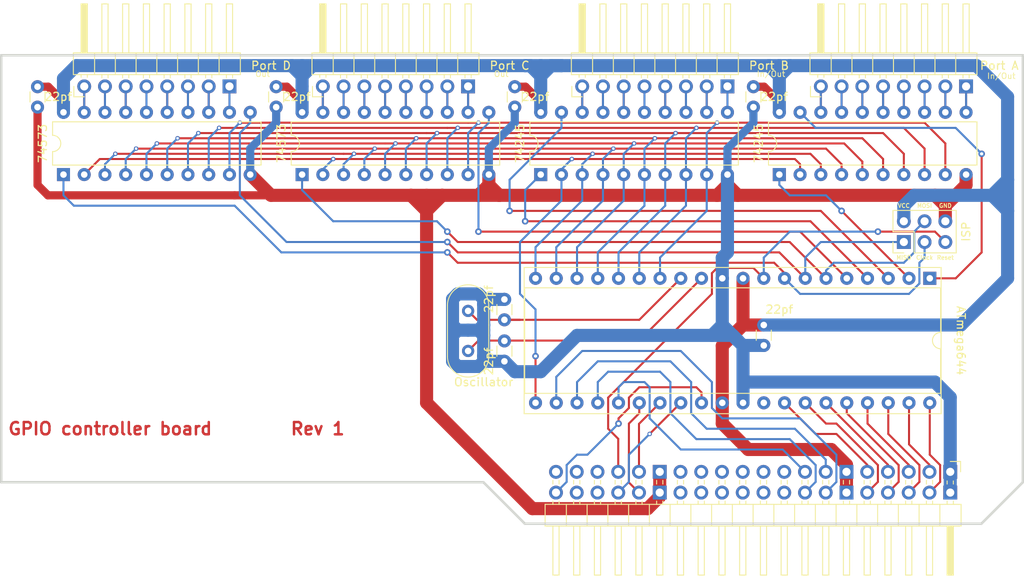
<source format=kicad_pcb>
(kicad_pcb (version 20171130) (host pcbnew "(5.1.10)-1")

  (general
    (thickness 1.6)
    (drawings 140)
    (tracks 530)
    (zones 0)
    (modules 19)
    (nets 1)
  )

  (page User 599.999 450.012)
  (layers
    (0 F.Cu signal)
    (31 B.Cu signal)
    (32 B.Adhes user)
    (33 F.Adhes user)
    (34 B.Paste user hide)
    (35 F.Paste user hide)
    (36 B.SilkS user)
    (37 F.SilkS user)
    (38 B.Mask user)
    (39 F.Mask user)
    (40 Dwgs.User user hide)
    (41 Cmts.User user hide)
    (42 Eco1.User user hide)
    (43 Eco2.User user hide)
    (44 Edge.Cuts user)
    (45 Margin user hide)
    (46 B.CrtYd user hide)
    (47 F.CrtYd user hide)
    (48 B.Fab user hide)
    (49 F.Fab user hide)
  )

  (setup
    (last_trace_width 0.25)
    (user_trace_width 1)
    (user_trace_width 1.6)
    (user_trace_width 2.5)
    (user_trace_width 6.5)
    (trace_clearance 0.2)
    (zone_clearance 0.508)
    (zone_45_only yes)
    (trace_min 0.2)
    (via_size 0.8)
    (via_drill 0.4)
    (via_min_size 0.4)
    (via_min_drill 0.3)
    (user_via 0.54 0.3)
    (user_via 1.2 0.7)
    (user_via 1.5 0.9)
    (uvia_size 0.3)
    (uvia_drill 0.1)
    (uvias_allowed no)
    (uvia_min_size 0.2)
    (uvia_min_drill 0.1)
    (edge_width 0.05)
    (segment_width 0.2)
    (pcb_text_width 0.3)
    (pcb_text_size 1.5 1.5)
    (mod_edge_width 0.12)
    (mod_text_size 1 1)
    (mod_text_width 0.15)
    (pad_size 1.7 1.7)
    (pad_drill 1)
    (pad_to_mask_clearance 0)
    (aux_axis_origin 0 0)
    (visible_elements 7FFFEFFF)
    (pcbplotparams
      (layerselection 0x010f0_ffffffff)
      (usegerberextensions false)
      (usegerberattributes true)
      (usegerberadvancedattributes true)
      (creategerberjobfile true)
      (excludeedgelayer true)
      (linewidth 0.100000)
      (plotframeref false)
      (viasonmask false)
      (mode 1)
      (useauxorigin false)
      (hpglpennumber 1)
      (hpglpenspeed 20)
      (hpglpendiameter 15.000000)
      (psnegative false)
      (psa4output false)
      (plotreference true)
      (plotvalue true)
      (plotinvisibletext false)
      (padsonsilk false)
      (subtractmaskfromsilk false)
      (outputformat 1)
      (mirror false)
      (drillshape 0)
      (scaleselection 1)
      (outputdirectory "../perihperal/"))
  )

  (net 0 "")

  (net_class Default "This is the default net class."
    (clearance 0.2)
    (trace_width 0.25)
    (via_dia 0.8)
    (via_drill 0.4)
    (uvia_dia 0.3)
    (uvia_drill 0.1)
  )

  (module Connector_PinHeader_2.54mm:PinHeader_2x03_P2.54mm_Vertical (layer F.Cu) (tedit 59FED5CC) (tstamp 60E75C5B)
    (at 378.46 219.075 90)
    (descr "Through hole straight pin header, 2x03, 2.54mm pitch, double rows")
    (tags "Through hole pin header THT 2x03 2.54mm double row")
    (fp_text reference ISP (at 1.27 7.62 -90) (layer F.SilkS)
      (effects (font (size 1 1) (thickness 0.15)))
    )
    (fp_text value PinHeader_2x03_P2.54mm_Vertical (at 1.27 7.41 90) (layer F.Fab)
      (effects (font (size 1 1) (thickness 0.15)))
    )
    (fp_line (start 4.35 -1.8) (end -1.8 -1.8) (layer F.CrtYd) (width 0.05))
    (fp_line (start 4.35 6.85) (end 4.35 -1.8) (layer F.CrtYd) (width 0.05))
    (fp_line (start -1.8 6.85) (end 4.35 6.85) (layer F.CrtYd) (width 0.05))
    (fp_line (start -1.8 -1.8) (end -1.8 6.85) (layer F.CrtYd) (width 0.05))
    (fp_line (start -1.33 -1.33) (end 0 -1.33) (layer F.SilkS) (width 0.12))
    (fp_line (start -1.33 0) (end -1.33 -1.33) (layer F.SilkS) (width 0.12))
    (fp_line (start 1.27 -1.33) (end 3.87 -1.33) (layer F.SilkS) (width 0.12))
    (fp_line (start 1.27 1.27) (end 1.27 -1.33) (layer F.SilkS) (width 0.12))
    (fp_line (start -1.33 1.27) (end 1.27 1.27) (layer F.SilkS) (width 0.12))
    (fp_line (start 3.87 -1.33) (end 3.87 6.41) (layer F.SilkS) (width 0.12))
    (fp_line (start -1.33 1.27) (end -1.33 6.41) (layer F.SilkS) (width 0.12))
    (fp_line (start -1.33 6.41) (end 3.87 6.41) (layer F.SilkS) (width 0.12))
    (fp_line (start -1.27 0) (end 0 -1.27) (layer F.Fab) (width 0.1))
    (fp_line (start -1.27 6.35) (end -1.27 0) (layer F.Fab) (width 0.1))
    (fp_line (start 3.81 6.35) (end -1.27 6.35) (layer F.Fab) (width 0.1))
    (fp_line (start 3.81 -1.27) (end 3.81 6.35) (layer F.Fab) (width 0.1))
    (fp_line (start 0 -1.27) (end 3.81 -1.27) (layer F.Fab) (width 0.1))
    (fp_text user %R (at 1.27 2.54) (layer F.Fab)
      (effects (font (size 1 1) (thickness 0.15)))
    )
    (pad 6 thru_hole oval (at 2.54 5.08 90) (size 1.7 1.7) (drill 1) (layers *.Cu *.Mask))
    (pad 5 thru_hole oval (at 0 5.08 90) (size 1.7 1.7) (drill 1) (layers *.Cu *.Mask))
    (pad 4 thru_hole oval (at 2.54 2.54 90) (size 1.7 1.7) (drill 1) (layers *.Cu *.Mask))
    (pad 3 thru_hole oval (at 0 2.54 90) (size 1.7 1.7) (drill 1) (layers *.Cu *.Mask))
    (pad 2 thru_hole oval (at 2.54 0 90) (size 1.7 1.7) (drill 1) (layers *.Cu *.Mask))
    (pad 1 thru_hole rect (at 0 0 90) (size 1.7 1.7) (drill 1) (layers *.Cu *.Mask))
    (model ${KISYS3DMOD}/Connector_PinHeader_2.54mm.3dshapes/PinHeader_2x03_P2.54mm_Vertical.wrl
      (at (xyz 0 0 0))
      (scale (xyz 1 1 1))
      (rotate (xyz 0 0 0))
    )
  )

  (module Package_DIP:DIP-20_W7.62mm (layer F.Cu) (tedit 5A02E8C5) (tstamp 60E73B8B)
    (at 275.59 210.82 90)
    (descr "20-lead though-hole mounted DIP package, row spacing 7.62 mm (300 mils)")
    (tags "THT DIP DIL PDIP 2.54mm 7.62mm 300mil")
    (fp_text reference 74573 (at 3.81 -2.54 90) (layer F.SilkS)
      (effects (font (size 1 1) (thickness 0.15)))
    )
    (fp_text value DIP-20_W7.62mm (at 3.81 25.19 90) (layer F.Fab)
      (effects (font (size 1 1) (thickness 0.15)))
    )
    (fp_line (start 8.7 -1.55) (end -1.1 -1.55) (layer F.CrtYd) (width 0.05))
    (fp_line (start 8.7 24.4) (end 8.7 -1.55) (layer F.CrtYd) (width 0.05))
    (fp_line (start -1.1 24.4) (end 8.7 24.4) (layer F.CrtYd) (width 0.05))
    (fp_line (start -1.1 -1.55) (end -1.1 24.4) (layer F.CrtYd) (width 0.05))
    (fp_line (start 6.46 -1.33) (end 4.81 -1.33) (layer F.SilkS) (width 0.12))
    (fp_line (start 6.46 24.19) (end 6.46 -1.33) (layer F.SilkS) (width 0.12))
    (fp_line (start 1.16 24.19) (end 6.46 24.19) (layer F.SilkS) (width 0.12))
    (fp_line (start 1.16 -1.33) (end 1.16 24.19) (layer F.SilkS) (width 0.12))
    (fp_line (start 2.81 -1.33) (end 1.16 -1.33) (layer F.SilkS) (width 0.12))
    (fp_line (start 0.635 -0.27) (end 1.635 -1.27) (layer F.Fab) (width 0.1))
    (fp_line (start 0.635 24.13) (end 0.635 -0.27) (layer F.Fab) (width 0.1))
    (fp_line (start 6.985 24.13) (end 0.635 24.13) (layer F.Fab) (width 0.1))
    (fp_line (start 6.985 -1.27) (end 6.985 24.13) (layer F.Fab) (width 0.1))
    (fp_line (start 1.635 -1.27) (end 6.985 -1.27) (layer F.Fab) (width 0.1))
    (fp_text user %R (at 3.81 11.43 90) (layer F.Fab)
      (effects (font (size 1 1) (thickness 0.15)))
    )
    (fp_arc (start 3.81 -1.33) (end 2.81 -1.33) (angle -180) (layer F.SilkS) (width 0.12))
    (pad 20 thru_hole oval (at 7.62 0 90) (size 1.6 1.6) (drill 0.8) (layers *.Cu *.Mask))
    (pad 10 thru_hole oval (at 0 22.86 90) (size 1.6 1.6) (drill 0.8) (layers *.Cu *.Mask))
    (pad 19 thru_hole oval (at 7.62 2.54 90) (size 1.6 1.6) (drill 0.8) (layers *.Cu *.Mask))
    (pad 9 thru_hole oval (at 0 20.32 90) (size 1.6 1.6) (drill 0.8) (layers *.Cu *.Mask))
    (pad 18 thru_hole oval (at 7.62 5.08 90) (size 1.6 1.6) (drill 0.8) (layers *.Cu *.Mask))
    (pad 8 thru_hole oval (at 0 17.78 90) (size 1.6 1.6) (drill 0.8) (layers *.Cu *.Mask))
    (pad 17 thru_hole oval (at 7.62 7.62 90) (size 1.6 1.6) (drill 0.8) (layers *.Cu *.Mask))
    (pad 7 thru_hole oval (at 0 15.24 90) (size 1.6 1.6) (drill 0.8) (layers *.Cu *.Mask))
    (pad 16 thru_hole oval (at 7.62 10.16 90) (size 1.6 1.6) (drill 0.8) (layers *.Cu *.Mask))
    (pad 6 thru_hole oval (at 0 12.7 90) (size 1.6 1.6) (drill 0.8) (layers *.Cu *.Mask))
    (pad 15 thru_hole oval (at 7.62 12.7 90) (size 1.6 1.6) (drill 0.8) (layers *.Cu *.Mask))
    (pad 5 thru_hole oval (at 0 10.16 90) (size 1.6 1.6) (drill 0.8) (layers *.Cu *.Mask))
    (pad 14 thru_hole oval (at 7.62 15.24 90) (size 1.6 1.6) (drill 0.8) (layers *.Cu *.Mask))
    (pad 4 thru_hole oval (at 0 7.62 90) (size 1.6 1.6) (drill 0.8) (layers *.Cu *.Mask))
    (pad 13 thru_hole oval (at 7.62 17.78 90) (size 1.6 1.6) (drill 0.8) (layers *.Cu *.Mask))
    (pad 3 thru_hole oval (at 0 5.08 90) (size 1.6 1.6) (drill 0.8) (layers *.Cu *.Mask))
    (pad 12 thru_hole oval (at 7.62 20.32 90) (size 1.6 1.6) (drill 0.8) (layers *.Cu *.Mask))
    (pad 2 thru_hole oval (at 0 2.54 90) (size 1.6 1.6) (drill 0.8) (layers *.Cu *.Mask))
    (pad 11 thru_hole oval (at 7.62 22.86 90) (size 1.6 1.6) (drill 0.8) (layers *.Cu *.Mask))
    (pad 1 thru_hole rect (at 0 0 90) (size 1.6 1.6) (drill 0.8) (layers *.Cu *.Mask))
    (model ${KISYS3DMOD}/Package_DIP.3dshapes/DIP-20_W7.62mm.wrl
      (at (xyz 0 0 0))
      (scale (xyz 1 1 1))
      (rotate (xyz 0 0 0))
    )
  )

  (module Package_DIP:DIP-20_W7.62mm (layer F.Cu) (tedit 5A02E8C5) (tstamp 60E73A8B)
    (at 304.8 210.82 90)
    (descr "20-lead though-hole mounted DIP package, row spacing 7.62 mm (300 mils)")
    (tags "THT DIP DIL PDIP 2.54mm 7.62mm 300mil")
    (fp_text reference 74573 (at 3.81 -2.54 90) (layer F.SilkS)
      (effects (font (size 1 1) (thickness 0.15)))
    )
    (fp_text value DIP-20_W7.62mm (at 3.81 25.19 90) (layer F.Fab)
      (effects (font (size 1 1) (thickness 0.15)))
    )
    (fp_line (start 1.635 -1.27) (end 6.985 -1.27) (layer F.Fab) (width 0.1))
    (fp_line (start 6.985 -1.27) (end 6.985 24.13) (layer F.Fab) (width 0.1))
    (fp_line (start 6.985 24.13) (end 0.635 24.13) (layer F.Fab) (width 0.1))
    (fp_line (start 0.635 24.13) (end 0.635 -0.27) (layer F.Fab) (width 0.1))
    (fp_line (start 0.635 -0.27) (end 1.635 -1.27) (layer F.Fab) (width 0.1))
    (fp_line (start 2.81 -1.33) (end 1.16 -1.33) (layer F.SilkS) (width 0.12))
    (fp_line (start 1.16 -1.33) (end 1.16 24.19) (layer F.SilkS) (width 0.12))
    (fp_line (start 1.16 24.19) (end 6.46 24.19) (layer F.SilkS) (width 0.12))
    (fp_line (start 6.46 24.19) (end 6.46 -1.33) (layer F.SilkS) (width 0.12))
    (fp_line (start 6.46 -1.33) (end 4.81 -1.33) (layer F.SilkS) (width 0.12))
    (fp_line (start -1.1 -1.55) (end -1.1 24.4) (layer F.CrtYd) (width 0.05))
    (fp_line (start -1.1 24.4) (end 8.7 24.4) (layer F.CrtYd) (width 0.05))
    (fp_line (start 8.7 24.4) (end 8.7 -1.55) (layer F.CrtYd) (width 0.05))
    (fp_line (start 8.7 -1.55) (end -1.1 -1.55) (layer F.CrtYd) (width 0.05))
    (fp_arc (start 3.81 -1.33) (end 2.81 -1.33) (angle -180) (layer F.SilkS) (width 0.12))
    (fp_text user %R (at 3.81 11.43 90) (layer F.Fab)
      (effects (font (size 1 1) (thickness 0.15)))
    )
    (pad 1 thru_hole rect (at 0 0 90) (size 1.6 1.6) (drill 0.8) (layers *.Cu *.Mask))
    (pad 11 thru_hole oval (at 7.62 22.86 90) (size 1.6 1.6) (drill 0.8) (layers *.Cu *.Mask))
    (pad 2 thru_hole oval (at 0 2.54 90) (size 1.6 1.6) (drill 0.8) (layers *.Cu *.Mask))
    (pad 12 thru_hole oval (at 7.62 20.32 90) (size 1.6 1.6) (drill 0.8) (layers *.Cu *.Mask))
    (pad 3 thru_hole oval (at 0 5.08 90) (size 1.6 1.6) (drill 0.8) (layers *.Cu *.Mask))
    (pad 13 thru_hole oval (at 7.62 17.78 90) (size 1.6 1.6) (drill 0.8) (layers *.Cu *.Mask))
    (pad 4 thru_hole oval (at 0 7.62 90) (size 1.6 1.6) (drill 0.8) (layers *.Cu *.Mask))
    (pad 14 thru_hole oval (at 7.62 15.24 90) (size 1.6 1.6) (drill 0.8) (layers *.Cu *.Mask))
    (pad 5 thru_hole oval (at 0 10.16 90) (size 1.6 1.6) (drill 0.8) (layers *.Cu *.Mask))
    (pad 15 thru_hole oval (at 7.62 12.7 90) (size 1.6 1.6) (drill 0.8) (layers *.Cu *.Mask))
    (pad 6 thru_hole oval (at 0 12.7 90) (size 1.6 1.6) (drill 0.8) (layers *.Cu *.Mask))
    (pad 16 thru_hole oval (at 7.62 10.16 90) (size 1.6 1.6) (drill 0.8) (layers *.Cu *.Mask))
    (pad 7 thru_hole oval (at 0 15.24 90) (size 1.6 1.6) (drill 0.8) (layers *.Cu *.Mask))
    (pad 17 thru_hole oval (at 7.62 7.62 90) (size 1.6 1.6) (drill 0.8) (layers *.Cu *.Mask))
    (pad 8 thru_hole oval (at 0 17.78 90) (size 1.6 1.6) (drill 0.8) (layers *.Cu *.Mask))
    (pad 18 thru_hole oval (at 7.62 5.08 90) (size 1.6 1.6) (drill 0.8) (layers *.Cu *.Mask))
    (pad 9 thru_hole oval (at 0 20.32 90) (size 1.6 1.6) (drill 0.8) (layers *.Cu *.Mask))
    (pad 19 thru_hole oval (at 7.62 2.54 90) (size 1.6 1.6) (drill 0.8) (layers *.Cu *.Mask))
    (pad 10 thru_hole oval (at 0 22.86 90) (size 1.6 1.6) (drill 0.8) (layers *.Cu *.Mask))
    (pad 20 thru_hole oval (at 7.62 0 90) (size 1.6 1.6) (drill 0.8) (layers *.Cu *.Mask))
    (model ${KISYS3DMOD}/Package_DIP.3dshapes/DIP-20_W7.62mm.wrl
      (at (xyz 0 0 0))
      (scale (xyz 1 1 1))
      (rotate (xyz 0 0 0))
    )
  )

  (module Connector_PinHeader_2.54mm:PinHeader_1x08_P2.54mm_Horizontal (layer F.Cu) (tedit 60E67323) (tstamp 60E7319F)
    (at 368.3 200.025 90)
    (descr "Through hole angled pin header, 1x08, 2.54mm pitch, 6mm pin length, single row")
    (tags "Through hole angled pin header THT 1x08 2.54mm single row")
    (fp_text reference "Port A" (at 2.54 21.844) (layer F.SilkS)
      (effects (font (size 1 1) (thickness 0.15)))
    )
    (fp_text value PinHeader_1x08_P2.54mm_Horizontal (at 4.385 20.05 90) (layer F.Fab)
      (effects (font (size 1 1) (thickness 0.15)))
    )
    (fp_line (start 10.55 -1.8) (end -1.8 -1.8) (layer F.CrtYd) (width 0.05))
    (fp_line (start 10.55 19.55) (end 10.55 -1.8) (layer F.CrtYd) (width 0.05))
    (fp_line (start -1.8 19.55) (end 10.55 19.55) (layer F.CrtYd) (width 0.05))
    (fp_line (start -1.8 -1.8) (end -1.8 19.55) (layer F.CrtYd) (width 0.05))
    (fp_line (start -1.27 -1.27) (end 0 -1.27) (layer F.SilkS) (width 0.12))
    (fp_line (start -1.27 0) (end -1.27 -1.27) (layer F.SilkS) (width 0.12))
    (fp_line (start 1.042929 18.16) (end 1.44 18.16) (layer F.SilkS) (width 0.12))
    (fp_line (start 1.042929 17.4) (end 1.44 17.4) (layer F.SilkS) (width 0.12))
    (fp_line (start 10.1 18.16) (end 4.1 18.16) (layer F.SilkS) (width 0.12))
    (fp_line (start 10.1 17.4) (end 10.1 18.16) (layer F.SilkS) (width 0.12))
    (fp_line (start 4.1 17.4) (end 10.1 17.4) (layer F.SilkS) (width 0.12))
    (fp_line (start 1.44 16.51) (end 4.1 16.51) (layer F.SilkS) (width 0.12))
    (fp_line (start 1.042929 15.62) (end 1.44 15.62) (layer F.SilkS) (width 0.12))
    (fp_line (start 1.042929 14.86) (end 1.44 14.86) (layer F.SilkS) (width 0.12))
    (fp_line (start 10.1 15.62) (end 4.1 15.62) (layer F.SilkS) (width 0.12))
    (fp_line (start 10.1 14.86) (end 10.1 15.62) (layer F.SilkS) (width 0.12))
    (fp_line (start 4.1 14.86) (end 10.1 14.86) (layer F.SilkS) (width 0.12))
    (fp_line (start 1.44 13.97) (end 4.1 13.97) (layer F.SilkS) (width 0.12))
    (fp_line (start 1.042929 13.08) (end 1.44 13.08) (layer F.SilkS) (width 0.12))
    (fp_line (start 1.042929 12.32) (end 1.44 12.32) (layer F.SilkS) (width 0.12))
    (fp_line (start 10.1 13.08) (end 4.1 13.08) (layer F.SilkS) (width 0.12))
    (fp_line (start 10.1 12.32) (end 10.1 13.08) (layer F.SilkS) (width 0.12))
    (fp_line (start 4.1 12.32) (end 10.1 12.32) (layer F.SilkS) (width 0.12))
    (fp_line (start 1.44 11.43) (end 4.1 11.43) (layer F.SilkS) (width 0.12))
    (fp_line (start 1.042929 10.54) (end 1.44 10.54) (layer F.SilkS) (width 0.12))
    (fp_line (start 1.042929 9.78) (end 1.44 9.78) (layer F.SilkS) (width 0.12))
    (fp_line (start 10.1 10.54) (end 4.1 10.54) (layer F.SilkS) (width 0.12))
    (fp_line (start 10.1 9.78) (end 10.1 10.54) (layer F.SilkS) (width 0.12))
    (fp_line (start 4.1 9.78) (end 10.1 9.78) (layer F.SilkS) (width 0.12))
    (fp_line (start 1.44 8.89) (end 4.1 8.89) (layer F.SilkS) (width 0.12))
    (fp_line (start 1.042929 8) (end 1.44 8) (layer F.SilkS) (width 0.12))
    (fp_line (start 1.042929 7.24) (end 1.44 7.24) (layer F.SilkS) (width 0.12))
    (fp_line (start 10.1 8) (end 4.1 8) (layer F.SilkS) (width 0.12))
    (fp_line (start 10.1 7.24) (end 10.1 8) (layer F.SilkS) (width 0.12))
    (fp_line (start 4.1 7.24) (end 10.1 7.24) (layer F.SilkS) (width 0.12))
    (fp_line (start 1.44 6.35) (end 4.1 6.35) (layer F.SilkS) (width 0.12))
    (fp_line (start 1.042929 5.46) (end 1.44 5.46) (layer F.SilkS) (width 0.12))
    (fp_line (start 1.042929 4.7) (end 1.44 4.7) (layer F.SilkS) (width 0.12))
    (fp_line (start 10.1 5.46) (end 4.1 5.46) (layer F.SilkS) (width 0.12))
    (fp_line (start 10.1 4.7) (end 10.1 5.46) (layer F.SilkS) (width 0.12))
    (fp_line (start 4.1 4.7) (end 10.1 4.7) (layer F.SilkS) (width 0.12))
    (fp_line (start 1.44 3.81) (end 4.1 3.81) (layer F.SilkS) (width 0.12))
    (fp_line (start 1.042929 2.92) (end 1.44 2.92) (layer F.SilkS) (width 0.12))
    (fp_line (start 1.042929 2.16) (end 1.44 2.16) (layer F.SilkS) (width 0.12))
    (fp_line (start 10.1 2.92) (end 4.1 2.92) (layer F.SilkS) (width 0.12))
    (fp_line (start 10.1 2.16) (end 10.1 2.92) (layer F.SilkS) (width 0.12))
    (fp_line (start 4.1 2.16) (end 10.1 2.16) (layer F.SilkS) (width 0.12))
    (fp_line (start 1.44 1.27) (end 4.1 1.27) (layer F.SilkS) (width 0.12))
    (fp_line (start 1.11 0.38) (end 1.44 0.38) (layer F.SilkS) (width 0.12))
    (fp_line (start 1.11 -0.38) (end 1.44 -0.38) (layer F.SilkS) (width 0.12))
    (fp_line (start 4.1 0.28) (end 10.1 0.28) (layer F.SilkS) (width 0.12))
    (fp_line (start 4.1 0.16) (end 10.1 0.16) (layer F.SilkS) (width 0.12))
    (fp_line (start 4.1 0.04) (end 10.1 0.04) (layer F.SilkS) (width 0.12))
    (fp_line (start 4.1 -0.08) (end 10.1 -0.08) (layer F.SilkS) (width 0.12))
    (fp_line (start 4.1 -0.2) (end 10.1 -0.2) (layer F.SilkS) (width 0.12))
    (fp_line (start 4.1 -0.32) (end 10.1 -0.32) (layer F.SilkS) (width 0.12))
    (fp_line (start 10.1 0.38) (end 4.1 0.38) (layer F.SilkS) (width 0.12))
    (fp_line (start 10.1 -0.38) (end 10.1 0.38) (layer F.SilkS) (width 0.12))
    (fp_line (start 4.1 -0.38) (end 10.1 -0.38) (layer F.SilkS) (width 0.12))
    (fp_line (start 4.1 -1.33) (end 1.44 -1.33) (layer F.SilkS) (width 0.12))
    (fp_line (start 4.1 19.11) (end 4.1 -1.33) (layer F.SilkS) (width 0.12))
    (fp_line (start 1.44 19.11) (end 4.1 19.11) (layer F.SilkS) (width 0.12))
    (fp_line (start 1.44 -1.33) (end 1.44 19.11) (layer F.SilkS) (width 0.12))
    (fp_line (start 4.04 18.1) (end 10.04 18.1) (layer F.Fab) (width 0.1))
    (fp_line (start 10.04 17.46) (end 10.04 18.1) (layer F.Fab) (width 0.1))
    (fp_line (start 4.04 17.46) (end 10.04 17.46) (layer F.Fab) (width 0.1))
    (fp_line (start -0.32 18.1) (end 1.5 18.1) (layer F.Fab) (width 0.1))
    (fp_line (start -0.32 17.46) (end -0.32 18.1) (layer F.Fab) (width 0.1))
    (fp_line (start -0.32 17.46) (end 1.5 17.46) (layer F.Fab) (width 0.1))
    (fp_line (start 4.04 15.56) (end 10.04 15.56) (layer F.Fab) (width 0.1))
    (fp_line (start 10.04 14.92) (end 10.04 15.56) (layer F.Fab) (width 0.1))
    (fp_line (start 4.04 14.92) (end 10.04 14.92) (layer F.Fab) (width 0.1))
    (fp_line (start -0.32 15.56) (end 1.5 15.56) (layer F.Fab) (width 0.1))
    (fp_line (start -0.32 14.92) (end -0.32 15.56) (layer F.Fab) (width 0.1))
    (fp_line (start -0.32 14.92) (end 1.5 14.92) (layer F.Fab) (width 0.1))
    (fp_line (start 4.04 13.02) (end 10.04 13.02) (layer F.Fab) (width 0.1))
    (fp_line (start 10.04 12.38) (end 10.04 13.02) (layer F.Fab) (width 0.1))
    (fp_line (start 4.04 12.38) (end 10.04 12.38) (layer F.Fab) (width 0.1))
    (fp_line (start -0.32 13.02) (end 1.5 13.02) (layer F.Fab) (width 0.1))
    (fp_line (start -0.32 12.38) (end -0.32 13.02) (layer F.Fab) (width 0.1))
    (fp_line (start -0.32 12.38) (end 1.5 12.38) (layer F.Fab) (width 0.1))
    (fp_line (start 4.04 10.48) (end 10.04 10.48) (layer F.Fab) (width 0.1))
    (fp_line (start 10.04 9.84) (end 10.04 10.48) (layer F.Fab) (width 0.1))
    (fp_line (start 4.04 9.84) (end 10.04 9.84) (layer F.Fab) (width 0.1))
    (fp_line (start -0.32 10.48) (end 1.5 10.48) (layer F.Fab) (width 0.1))
    (fp_line (start -0.32 9.84) (end -0.32 10.48) (layer F.Fab) (width 0.1))
    (fp_line (start -0.32 9.84) (end 1.5 9.84) (layer F.Fab) (width 0.1))
    (fp_line (start 4.04 7.94) (end 10.04 7.94) (layer F.Fab) (width 0.1))
    (fp_line (start 10.04 7.3) (end 10.04 7.94) (layer F.Fab) (width 0.1))
    (fp_line (start 4.04 7.3) (end 10.04 7.3) (layer F.Fab) (width 0.1))
    (fp_line (start -0.32 7.94) (end 1.5 7.94) (layer F.Fab) (width 0.1))
    (fp_line (start -0.32 7.3) (end -0.32 7.94) (layer F.Fab) (width 0.1))
    (fp_line (start -0.32 7.3) (end 1.5 7.3) (layer F.Fab) (width 0.1))
    (fp_line (start 4.04 5.4) (end 10.04 5.4) (layer F.Fab) (width 0.1))
    (fp_line (start 10.04 4.76) (end 10.04 5.4) (layer F.Fab) (width 0.1))
    (fp_line (start 4.04 4.76) (end 10.04 4.76) (layer F.Fab) (width 0.1))
    (fp_line (start -0.32 5.4) (end 1.5 5.4) (layer F.Fab) (width 0.1))
    (fp_line (start -0.32 4.76) (end -0.32 5.4) (layer F.Fab) (width 0.1))
    (fp_line (start -0.32 4.76) (end 1.5 4.76) (layer F.Fab) (width 0.1))
    (fp_line (start 4.04 2.86) (end 10.04 2.86) (layer F.Fab) (width 0.1))
    (fp_line (start 10.04 2.22) (end 10.04 2.86) (layer F.Fab) (width 0.1))
    (fp_line (start 4.04 2.22) (end 10.04 2.22) (layer F.Fab) (width 0.1))
    (fp_line (start -0.32 2.86) (end 1.5 2.86) (layer F.Fab) (width 0.1))
    (fp_line (start -0.32 2.22) (end -0.32 2.86) (layer F.Fab) (width 0.1))
    (fp_line (start -0.32 2.22) (end 1.5 2.22) (layer F.Fab) (width 0.1))
    (fp_line (start 4.04 0.32) (end 10.04 0.32) (layer F.Fab) (width 0.1))
    (fp_line (start 10.04 -0.32) (end 10.04 0.32) (layer F.Fab) (width 0.1))
    (fp_line (start 4.04 -0.32) (end 10.04 -0.32) (layer F.Fab) (width 0.1))
    (fp_line (start -0.32 0.32) (end 1.5 0.32) (layer F.Fab) (width 0.1))
    (fp_line (start -0.32 -0.32) (end -0.32 0.32) (layer F.Fab) (width 0.1))
    (fp_line (start -0.32 -0.32) (end 1.5 -0.32) (layer F.Fab) (width 0.1))
    (fp_line (start 1.5 -0.635) (end 2.135 -1.27) (layer F.Fab) (width 0.1))
    (fp_line (start 1.5 19.05) (end 1.5 -0.635) (layer F.Fab) (width 0.1))
    (fp_line (start 4.04 19.05) (end 1.5 19.05) (layer F.Fab) (width 0.1))
    (fp_line (start 4.04 -1.27) (end 4.04 19.05) (layer F.Fab) (width 0.1))
    (fp_line (start 2.135 -1.27) (end 4.04 -1.27) (layer F.Fab) (width 0.1))
    (fp_text user %R (at 2.77 8.89) (layer F.Fab)
      (effects (font (size 1 1) (thickness 0.15)))
    )
    (pad 7 thru_hole oval (at 0 0 90) (size 1.7 1.7) (drill 1) (layers *.Cu *.Mask))
    (pad 6 thru_hole oval (at 0 2.54 90) (size 1.7 1.7) (drill 1) (layers *.Cu *.Mask))
    (pad 5 thru_hole oval (at 0 5.08 90) (size 1.7 1.7) (drill 1) (layers *.Cu *.Mask))
    (pad 4 thru_hole oval (at 0 7.62 90) (size 1.7 1.7) (drill 1) (layers *.Cu *.Mask))
    (pad 3 thru_hole oval (at 0 10.16 90) (size 1.7 1.7) (drill 1) (layers *.Cu *.Mask))
    (pad 2 thru_hole oval (at 0 12.7 90) (size 1.7 1.7) (drill 1) (layers *.Cu *.Mask))
    (pad 1 thru_hole oval (at 0 15.24 90) (size 1.7 1.7) (drill 1) (layers *.Cu *.Mask))
    (pad 0 thru_hole rect (at 0 17.78 90) (size 1.7 1.7) (drill 1) (layers *.Cu *.Mask))
    (model ${KISYS3DMOD}/Connector_PinHeader_2.54mm.3dshapes/PinHeader_1x08_P2.54mm_Horizontal.wrl
      (at (xyz 0 0 0))
      (scale (xyz 1 1 1))
      (rotate (xyz 0 0 0))
    )
  )

  (module Package_DIP:DIP-20_W7.62mm (layer F.Cu) (tedit 5A02E8C5) (tstamp 60E7312A)
    (at 334.01 210.82 90)
    (descr "20-lead though-hole mounted DIP package, row spacing 7.62 mm (300 mils)")
    (tags "THT DIP DIL PDIP 2.54mm 7.62mm 300mil")
    (fp_text reference 74245 (at 3.81 -2.54 90) (layer F.SilkS)
      (effects (font (size 1 1) (thickness 0.15)))
    )
    (fp_text value DIP-20_W7.62mm (at 3.81 25.19 90) (layer F.Fab)
      (effects (font (size 1 1) (thickness 0.15)))
    )
    (fp_line (start 8.7 -1.55) (end -1.1 -1.55) (layer F.CrtYd) (width 0.05))
    (fp_line (start 8.7 24.4) (end 8.7 -1.55) (layer F.CrtYd) (width 0.05))
    (fp_line (start -1.1 24.4) (end 8.7 24.4) (layer F.CrtYd) (width 0.05))
    (fp_line (start -1.1 -1.55) (end -1.1 24.4) (layer F.CrtYd) (width 0.05))
    (fp_line (start 6.46 -1.33) (end 4.81 -1.33) (layer F.SilkS) (width 0.12))
    (fp_line (start 6.46 24.19) (end 6.46 -1.33) (layer F.SilkS) (width 0.12))
    (fp_line (start 1.16 24.19) (end 6.46 24.19) (layer F.SilkS) (width 0.12))
    (fp_line (start 1.16 -1.33) (end 1.16 24.19) (layer F.SilkS) (width 0.12))
    (fp_line (start 2.81 -1.33) (end 1.16 -1.33) (layer F.SilkS) (width 0.12))
    (fp_line (start 0.635 -0.27) (end 1.635 -1.27) (layer F.Fab) (width 0.1))
    (fp_line (start 0.635 24.13) (end 0.635 -0.27) (layer F.Fab) (width 0.1))
    (fp_line (start 6.985 24.13) (end 0.635 24.13) (layer F.Fab) (width 0.1))
    (fp_line (start 6.985 -1.27) (end 6.985 24.13) (layer F.Fab) (width 0.1))
    (fp_line (start 1.635 -1.27) (end 6.985 -1.27) (layer F.Fab) (width 0.1))
    (fp_text user %R (at 3.81 11.43 90) (layer F.Fab)
      (effects (font (size 1 1) (thickness 0.15)))
    )
    (fp_arc (start 3.81 -1.33) (end 2.81 -1.33) (angle -180) (layer F.SilkS) (width 0.12))
    (pad 20 thru_hole oval (at 7.62 0 90) (size 1.6 1.6) (drill 0.8) (layers *.Cu *.Mask))
    (pad 10 thru_hole oval (at 0 22.86 90) (size 1.6 1.6) (drill 0.8) (layers *.Cu *.Mask))
    (pad 19 thru_hole oval (at 7.62 2.54 90) (size 1.6 1.6) (drill 0.8) (layers *.Cu *.Mask))
    (pad 9 thru_hole oval (at 0 20.32 90) (size 1.6 1.6) (drill 0.8) (layers *.Cu *.Mask))
    (pad 18 thru_hole oval (at 7.62 5.08 90) (size 1.6 1.6) (drill 0.8) (layers *.Cu *.Mask))
    (pad 8 thru_hole oval (at 0 17.78 90) (size 1.6 1.6) (drill 0.8) (layers *.Cu *.Mask))
    (pad 17 thru_hole oval (at 7.62 7.62 90) (size 1.6 1.6) (drill 0.8) (layers *.Cu *.Mask))
    (pad 7 thru_hole oval (at 0 15.24 90) (size 1.6 1.6) (drill 0.8) (layers *.Cu *.Mask))
    (pad 16 thru_hole oval (at 7.62 10.16 90) (size 1.6 1.6) (drill 0.8) (layers *.Cu *.Mask))
    (pad 6 thru_hole oval (at 0 12.7 90) (size 1.6 1.6) (drill 0.8) (layers *.Cu *.Mask))
    (pad 15 thru_hole oval (at 7.62 12.7 90) (size 1.6 1.6) (drill 0.8) (layers *.Cu *.Mask))
    (pad 5 thru_hole oval (at 0 10.16 90) (size 1.6 1.6) (drill 0.8) (layers *.Cu *.Mask))
    (pad 14 thru_hole oval (at 7.62 15.24 90) (size 1.6 1.6) (drill 0.8) (layers *.Cu *.Mask))
    (pad 4 thru_hole oval (at 0 7.62 90) (size 1.6 1.6) (drill 0.8) (layers *.Cu *.Mask))
    (pad 13 thru_hole oval (at 7.62 17.78 90) (size 1.6 1.6) (drill 0.8) (layers *.Cu *.Mask))
    (pad 3 thru_hole oval (at 0 5.08 90) (size 1.6 1.6) (drill 0.8) (layers *.Cu *.Mask))
    (pad 12 thru_hole oval (at 7.62 20.32 90) (size 1.6 1.6) (drill 0.8) (layers *.Cu *.Mask))
    (pad 2 thru_hole oval (at 0 2.54 90) (size 1.6 1.6) (drill 0.8) (layers *.Cu *.Mask))
    (pad 11 thru_hole oval (at 7.62 22.86 90) (size 1.6 1.6) (drill 0.8) (layers *.Cu *.Mask))
    (pad 1 thru_hole rect (at 0 0 90) (size 1.6 1.6) (drill 0.8) (layers *.Cu *.Mask))
    (model ${KISYS3DMOD}/Package_DIP.3dshapes/DIP-20_W7.62mm.wrl
      (at (xyz 0 0 0))
      (scale (xyz 1 1 1))
      (rotate (xyz 0 0 0))
    )
  )

  (module Package_DIP:DIP-20_W7.62mm (layer F.Cu) (tedit 5A02E8C5) (tstamp 60E73103)
    (at 363.22 210.82 90)
    (descr "20-lead though-hole mounted DIP package, row spacing 7.62 mm (300 mils)")
    (tags "THT DIP DIL PDIP 2.54mm 7.62mm 300mil")
    (fp_text reference 74245 (at 3.81 -2.54 270) (layer F.SilkS)
      (effects (font (size 1 1) (thickness 0.15)))
    )
    (fp_text value DIP-20_W7.62mm (at 3.81 25.19 90) (layer F.Fab)
      (effects (font (size 1 1) (thickness 0.15)))
    )
    (fp_line (start 1.635 -1.27) (end 6.985 -1.27) (layer F.Fab) (width 0.1))
    (fp_line (start 6.985 -1.27) (end 6.985 24.13) (layer F.Fab) (width 0.1))
    (fp_line (start 6.985 24.13) (end 0.635 24.13) (layer F.Fab) (width 0.1))
    (fp_line (start 0.635 24.13) (end 0.635 -0.27) (layer F.Fab) (width 0.1))
    (fp_line (start 0.635 -0.27) (end 1.635 -1.27) (layer F.Fab) (width 0.1))
    (fp_line (start 2.81 -1.33) (end 1.16 -1.33) (layer F.SilkS) (width 0.12))
    (fp_line (start 1.16 -1.33) (end 1.16 24.19) (layer F.SilkS) (width 0.12))
    (fp_line (start 1.16 24.19) (end 6.46 24.19) (layer F.SilkS) (width 0.12))
    (fp_line (start 6.46 24.19) (end 6.46 -1.33) (layer F.SilkS) (width 0.12))
    (fp_line (start 6.46 -1.33) (end 4.81 -1.33) (layer F.SilkS) (width 0.12))
    (fp_line (start -1.1 -1.55) (end -1.1 24.4) (layer F.CrtYd) (width 0.05))
    (fp_line (start -1.1 24.4) (end 8.7 24.4) (layer F.CrtYd) (width 0.05))
    (fp_line (start 8.7 24.4) (end 8.7 -1.55) (layer F.CrtYd) (width 0.05))
    (fp_line (start 8.7 -1.55) (end -1.1 -1.55) (layer F.CrtYd) (width 0.05))
    (fp_arc (start 3.81 -1.33) (end 2.81 -1.33) (angle -180) (layer F.SilkS) (width 0.12))
    (fp_text user %R (at 3.81 11.43 90) (layer F.Fab)
      (effects (font (size 1 1) (thickness 0.15)))
    )
    (pad 1 thru_hole rect (at 0 0 90) (size 1.6 1.6) (drill 0.8) (layers *.Cu *.Mask))
    (pad 11 thru_hole oval (at 7.62 22.86 90) (size 1.6 1.6) (drill 0.8) (layers *.Cu *.Mask))
    (pad 2 thru_hole oval (at 0 2.54 90) (size 1.6 1.6) (drill 0.8) (layers *.Cu *.Mask))
    (pad 12 thru_hole oval (at 7.62 20.32 90) (size 1.6 1.6) (drill 0.8) (layers *.Cu *.Mask))
    (pad 3 thru_hole oval (at 0 5.08 90) (size 1.6 1.6) (drill 0.8) (layers *.Cu *.Mask))
    (pad 13 thru_hole oval (at 7.62 17.78 90) (size 1.6 1.6) (drill 0.8) (layers *.Cu *.Mask))
    (pad 4 thru_hole oval (at 0 7.62 90) (size 1.6 1.6) (drill 0.8) (layers *.Cu *.Mask))
    (pad 14 thru_hole oval (at 7.62 15.24 90) (size 1.6 1.6) (drill 0.8) (layers *.Cu *.Mask))
    (pad 5 thru_hole oval (at 0 10.16 90) (size 1.6 1.6) (drill 0.8) (layers *.Cu *.Mask))
    (pad 15 thru_hole oval (at 7.62 12.7 90) (size 1.6 1.6) (drill 0.8) (layers *.Cu *.Mask))
    (pad 6 thru_hole oval (at 0 12.7 90) (size 1.6 1.6) (drill 0.8) (layers *.Cu *.Mask))
    (pad 16 thru_hole oval (at 7.62 10.16 90) (size 1.6 1.6) (drill 0.8) (layers *.Cu *.Mask))
    (pad 7 thru_hole oval (at 0 15.24 90) (size 1.6 1.6) (drill 0.8) (layers *.Cu *.Mask))
    (pad 17 thru_hole oval (at 7.62 7.62 90) (size 1.6 1.6) (drill 0.8) (layers *.Cu *.Mask))
    (pad 8 thru_hole oval (at 0 17.78 90) (size 1.6 1.6) (drill 0.8) (layers *.Cu *.Mask))
    (pad 18 thru_hole oval (at 7.62 5.08 90) (size 1.6 1.6) (drill 0.8) (layers *.Cu *.Mask))
    (pad 9 thru_hole oval (at 0 20.32 90) (size 1.6 1.6) (drill 0.8) (layers *.Cu *.Mask))
    (pad 19 thru_hole oval (at 7.62 2.54 90) (size 1.6 1.6) (drill 0.8) (layers *.Cu *.Mask))
    (pad 10 thru_hole oval (at 0 22.86 90) (size 1.6 1.6) (drill 0.8) (layers *.Cu *.Mask))
    (pad 20 thru_hole oval (at 7.62 0 90) (size 1.6 1.6) (drill 0.8) (layers *.Cu *.Mask))
    (model ${KISYS3DMOD}/Package_DIP.3dshapes/DIP-20_W7.62mm.wrl
      (at (xyz 0 0 0))
      (scale (xyz 1 1 1))
      (rotate (xyz 0 0 0))
    )
  )

  (module Package_DIP:DIP-40_W15.24mm_Socket (layer F.Cu) (tedit 5A02E8C5) (tstamp 60E730C0)
    (at 381.635 223.52 270)
    (descr "40-lead though-hole mounted DIP package, row spacing 15.24 mm (600 mils), Socket")
    (tags "THT DIP DIL PDIP 2.54mm 15.24mm 600mil Socket")
    (fp_text reference ATmega644 (at 7.62 -3.81 270 unlocked) (layer F.SilkS)
      (effects (font (size 1 1) (thickness 0.15)))
    )
    (fp_text value DIP-40_W15.24mm_Socket (at 7.62 50.59 90) (layer F.Fab)
      (effects (font (size 1 1) (thickness 0.15)))
    )
    (fp_line (start 16.8 -1.6) (end -1.55 -1.6) (layer F.CrtYd) (width 0.05))
    (fp_line (start 16.8 49.85) (end 16.8 -1.6) (layer F.CrtYd) (width 0.05))
    (fp_line (start -1.55 49.85) (end 16.8 49.85) (layer F.CrtYd) (width 0.05))
    (fp_line (start -1.55 -1.6) (end -1.55 49.85) (layer F.CrtYd) (width 0.05))
    (fp_line (start 16.57 -1.39) (end -1.33 -1.39) (layer F.SilkS) (width 0.12))
    (fp_line (start 16.57 49.65) (end 16.57 -1.39) (layer F.SilkS) (width 0.12))
    (fp_line (start -1.33 49.65) (end 16.57 49.65) (layer F.SilkS) (width 0.12))
    (fp_line (start -1.33 -1.39) (end -1.33 49.65) (layer F.SilkS) (width 0.12))
    (fp_line (start 14.08 -1.33) (end 8.62 -1.33) (layer F.SilkS) (width 0.12))
    (fp_line (start 14.08 49.59) (end 14.08 -1.33) (layer F.SilkS) (width 0.12))
    (fp_line (start 1.16 49.59) (end 14.08 49.59) (layer F.SilkS) (width 0.12))
    (fp_line (start 1.16 -1.33) (end 1.16 49.59) (layer F.SilkS) (width 0.12))
    (fp_line (start 6.62 -1.33) (end 1.16 -1.33) (layer F.SilkS) (width 0.12))
    (fp_line (start 16.51 -1.33) (end -1.27 -1.33) (layer F.Fab) (width 0.1))
    (fp_line (start 16.51 49.59) (end 16.51 -1.33) (layer F.Fab) (width 0.1))
    (fp_line (start -1.27 49.59) (end 16.51 49.59) (layer F.Fab) (width 0.1))
    (fp_line (start -1.27 -1.33) (end -1.27 49.59) (layer F.Fab) (width 0.1))
    (fp_line (start 0.255 -0.27) (end 1.255 -1.27) (layer F.Fab) (width 0.1))
    (fp_line (start 0.255 49.53) (end 0.255 -0.27) (layer F.Fab) (width 0.1))
    (fp_line (start 14.985 49.53) (end 0.255 49.53) (layer F.Fab) (width 0.1))
    (fp_line (start 14.985 -1.27) (end 14.985 49.53) (layer F.Fab) (width 0.1))
    (fp_line (start 1.255 -1.27) (end 14.985 -1.27) (layer F.Fab) (width 0.1))
    (fp_text user %R (at 7.62 24.13 90) (layer F.Fab)
      (effects (font (size 1 1) (thickness 0.15)))
    )
    (fp_arc (start 7.62 -1.33) (end 6.62 -1.33) (angle -180) (layer F.SilkS) (width 0.12))
    (pad 40 thru_hole oval (at 15.24 0 270) (size 1.6 1.6) (drill 0.8) (layers *.Cu *.Mask))
    (pad 20 thru_hole oval (at 0 48.26 270) (size 1.6 1.6) (drill 0.8) (layers *.Cu *.Mask))
    (pad 39 thru_hole oval (at 15.24 2.54 270) (size 1.6 1.6) (drill 0.8) (layers *.Cu *.Mask))
    (pad 19 thru_hole oval (at 0 45.72 270) (size 1.6 1.6) (drill 0.8) (layers *.Cu *.Mask))
    (pad 38 thru_hole oval (at 15.24 5.08 270) (size 1.6 1.6) (drill 0.8) (layers *.Cu *.Mask))
    (pad 18 thru_hole oval (at 0 43.18 270) (size 1.6 1.6) (drill 0.8) (layers *.Cu *.Mask))
    (pad 37 thru_hole oval (at 15.24 7.62 270) (size 1.6 1.6) (drill 0.8) (layers *.Cu *.Mask))
    (pad 17 thru_hole oval (at 0 40.64 270) (size 1.6 1.6) (drill 0.8) (layers *.Cu *.Mask))
    (pad 36 thru_hole oval (at 15.24 10.16 270) (size 1.6 1.6) (drill 0.8) (layers *.Cu *.Mask))
    (pad 16 thru_hole oval (at 0 38.1 270) (size 1.6 1.6) (drill 0.8) (layers *.Cu *.Mask))
    (pad 35 thru_hole oval (at 15.24 12.7 270) (size 1.6 1.6) (drill 0.8) (layers *.Cu *.Mask))
    (pad 15 thru_hole oval (at 0 35.56 270) (size 1.6 1.6) (drill 0.8) (layers *.Cu *.Mask))
    (pad 34 thru_hole oval (at 15.24 15.24 270) (size 1.6 1.6) (drill 0.8) (layers *.Cu *.Mask))
    (pad 14 thru_hole oval (at 0 33.02 270) (size 1.6 1.6) (drill 0.8) (layers *.Cu *.Mask))
    (pad 33 thru_hole oval (at 15.24 17.78 270) (size 1.6 1.6) (drill 0.8) (layers *.Cu *.Mask))
    (pad 13 thru_hole oval (at 0 30.48 270) (size 1.6 1.6) (drill 0.8) (layers *.Cu *.Mask))
    (pad 32 thru_hole oval (at 15.24 20.32 270) (size 1.6 1.6) (drill 0.8) (layers *.Cu *.Mask))
    (pad 12 thru_hole oval (at 0 27.94 270) (size 1.6 1.6) (drill 0.8) (layers *.Cu *.Mask))
    (pad 31 thru_hole oval (at 15.24 22.86 270) (size 1.6 1.6) (drill 0.8) (layers *.Cu *.Mask))
    (pad 11 thru_hole oval (at 0 25.4 270) (size 1.6 1.6) (drill 0.8) (layers *.Cu *.Mask))
    (pad 30 thru_hole oval (at 15.24 25.4 270) (size 1.6 1.6) (drill 0.8) (layers *.Cu *.Mask))
    (pad 10 thru_hole oval (at 0 22.86 270) (size 1.6 1.6) (drill 0.8) (layers *.Cu *.Mask))
    (pad 29 thru_hole oval (at 15.24 27.94 270) (size 1.6 1.6) (drill 0.8) (layers *.Cu *.Mask))
    (pad 9 thru_hole oval (at 0 20.32 270) (size 1.6 1.6) (drill 0.8) (layers *.Cu *.Mask))
    (pad 28 thru_hole oval (at 15.24 30.48 270) (size 1.6 1.6) (drill 0.8) (layers *.Cu *.Mask))
    (pad 8 thru_hole oval (at 0 17.78 270) (size 1.6 1.6) (drill 0.8) (layers *.Cu *.Mask))
    (pad 27 thru_hole oval (at 15.24 33.02 270) (size 1.6 1.6) (drill 0.8) (layers *.Cu *.Mask))
    (pad 7 thru_hole oval (at 0 15.24 270) (size 1.6 1.6) (drill 0.8) (layers *.Cu *.Mask))
    (pad 26 thru_hole oval (at 15.24 35.56 270) (size 1.6 1.6) (drill 0.8) (layers *.Cu *.Mask))
    (pad 6 thru_hole oval (at 0 12.7 270) (size 1.6 1.6) (drill 0.8) (layers *.Cu *.Mask))
    (pad 25 thru_hole oval (at 15.24 38.1 270) (size 1.6 1.6) (drill 0.8) (layers *.Cu *.Mask))
    (pad 5 thru_hole oval (at 0 10.16 270) (size 1.6 1.6) (drill 0.8) (layers *.Cu *.Mask))
    (pad 24 thru_hole oval (at 15.24 40.64 270) (size 1.6 1.6) (drill 0.8) (layers *.Cu *.Mask))
    (pad 4 thru_hole oval (at 0 7.62 270) (size 1.6 1.6) (drill 0.8) (layers *.Cu *.Mask))
    (pad 23 thru_hole oval (at 15.24 43.18 270) (size 1.6 1.6) (drill 0.8) (layers *.Cu *.Mask))
    (pad 3 thru_hole oval (at 0 5.08 270) (size 1.6 1.6) (drill 0.8) (layers *.Cu *.Mask))
    (pad 22 thru_hole oval (at 15.24 45.72 270) (size 1.6 1.6) (drill 0.8) (layers *.Cu *.Mask))
    (pad 2 thru_hole oval (at 0 2.54 270) (size 1.6 1.6) (drill 0.8) (layers *.Cu *.Mask))
    (pad 21 thru_hole oval (at 15.24 48.26 270) (size 1.6 1.6) (drill 0.8) (layers *.Cu *.Mask))
    (pad 1 thru_hole rect (at 0 0 270) (size 1.6 1.6) (drill 0.8) (layers *.Cu *.Mask))
    (model ${KISYS3DMOD}/Package_DIP.3dshapes/DIP-40_W15.24mm_Socket.wrl
      (at (xyz 0 0 0))
      (scale (xyz 1 1 1))
      (rotate (xyz 0 0 0))
    )
  )

  (module Connector_PinHeader_2.54mm:PinHeader_2x20_P2.54mm_Horizontal (layer F.Cu) (tedit 60E665D3) (tstamp 60E72F68)
    (at 384.13944 247.20804 270)
    (descr "Through hole angled pin header, 2x20, 2.54mm pitch, 6mm pin length, double rows")
    (tags "Through hole angled pin header THT 2x20 2.54mm double row")
    (fp_text reference "20pin conn." (at 4.88696 21.55444) (layer Dwgs.User) hide
      (effects (font (size 1 1) (thickness 0.15)))
    )
    (fp_text value PinHeader_2x20_P2.54mm_Horizontal (at 5.655 50.53 270) (layer F.Fab)
      (effects (font (size 1 1) (thickness 0.15)))
    )
    (fp_line (start 4.675 -1.27) (end 6.58 -1.27) (layer F.Fab) (width 0.1))
    (fp_line (start 6.58 -1.27) (end 6.58 49.53) (layer F.Fab) (width 0.1))
    (fp_line (start 6.58 49.53) (end 4.04 49.53) (layer F.Fab) (width 0.1))
    (fp_line (start 4.04 49.53) (end 4.04 -0.635) (layer F.Fab) (width 0.1))
    (fp_line (start 4.04 -0.635) (end 4.675 -1.27) (layer F.Fab) (width 0.1))
    (fp_line (start -0.32 -0.32) (end 4.04 -0.32) (layer F.Fab) (width 0.1))
    (fp_line (start -0.32 -0.32) (end -0.32 0.32) (layer F.Fab) (width 0.1))
    (fp_line (start -0.32 0.32) (end 4.04 0.32) (layer F.Fab) (width 0.1))
    (fp_line (start 6.58 -0.32) (end 12.58 -0.32) (layer F.Fab) (width 0.1))
    (fp_line (start 12.58 -0.32) (end 12.58 0.32) (layer F.Fab) (width 0.1))
    (fp_line (start 6.58 0.32) (end 12.58 0.32) (layer F.Fab) (width 0.1))
    (fp_line (start -0.32 2.22) (end 4.04 2.22) (layer F.Fab) (width 0.1))
    (fp_line (start -0.32 2.22) (end -0.32 2.86) (layer F.Fab) (width 0.1))
    (fp_line (start -0.32 2.86) (end 4.04 2.86) (layer F.Fab) (width 0.1))
    (fp_line (start 6.58 2.22) (end 12.58 2.22) (layer F.Fab) (width 0.1))
    (fp_line (start 12.58 2.22) (end 12.58 2.86) (layer F.Fab) (width 0.1))
    (fp_line (start 6.58 2.86) (end 12.58 2.86) (layer F.Fab) (width 0.1))
    (fp_line (start -0.32 4.76) (end 4.04 4.76) (layer F.Fab) (width 0.1))
    (fp_line (start -0.32 4.76) (end -0.32 5.4) (layer F.Fab) (width 0.1))
    (fp_line (start -0.32 5.4) (end 4.04 5.4) (layer F.Fab) (width 0.1))
    (fp_line (start 6.58 4.76) (end 12.58 4.76) (layer F.Fab) (width 0.1))
    (fp_line (start 12.58 4.76) (end 12.58 5.4) (layer F.Fab) (width 0.1))
    (fp_line (start 6.58 5.4) (end 12.58 5.4) (layer F.Fab) (width 0.1))
    (fp_line (start -0.32 7.3) (end 4.04 7.3) (layer F.Fab) (width 0.1))
    (fp_line (start -0.32 7.3) (end -0.32 7.94) (layer F.Fab) (width 0.1))
    (fp_line (start -0.32 7.94) (end 4.04 7.94) (layer F.Fab) (width 0.1))
    (fp_line (start 6.58 7.3) (end 12.58 7.3) (layer F.Fab) (width 0.1))
    (fp_line (start 12.58 7.3) (end 12.58 7.94) (layer F.Fab) (width 0.1))
    (fp_line (start 6.58 7.94) (end 12.58 7.94) (layer F.Fab) (width 0.1))
    (fp_line (start -0.32 9.84) (end 4.04 9.84) (layer F.Fab) (width 0.1))
    (fp_line (start -0.32 9.84) (end -0.32 10.48) (layer F.Fab) (width 0.1))
    (fp_line (start -0.32 10.48) (end 4.04 10.48) (layer F.Fab) (width 0.1))
    (fp_line (start 6.58 9.84) (end 12.58 9.84) (layer F.Fab) (width 0.1))
    (fp_line (start 12.58 9.84) (end 12.58 10.48) (layer F.Fab) (width 0.1))
    (fp_line (start 6.58 10.48) (end 12.58 10.48) (layer F.Fab) (width 0.1))
    (fp_line (start -0.32 12.38) (end 4.04 12.38) (layer F.Fab) (width 0.1))
    (fp_line (start -0.32 12.38) (end -0.32 13.02) (layer F.Fab) (width 0.1))
    (fp_line (start -0.32 13.02) (end 4.04 13.02) (layer F.Fab) (width 0.1))
    (fp_line (start 6.58 12.38) (end 12.58 12.38) (layer F.Fab) (width 0.1))
    (fp_line (start 12.58 12.38) (end 12.58 13.02) (layer F.Fab) (width 0.1))
    (fp_line (start 6.58 13.02) (end 12.58 13.02) (layer F.Fab) (width 0.1))
    (fp_line (start -0.32 14.92) (end 4.04 14.92) (layer F.Fab) (width 0.1))
    (fp_line (start -0.32 14.92) (end -0.32 15.56) (layer F.Fab) (width 0.1))
    (fp_line (start -0.32 15.56) (end 4.04 15.56) (layer F.Fab) (width 0.1))
    (fp_line (start 6.58 14.92) (end 12.58 14.92) (layer F.Fab) (width 0.1))
    (fp_line (start 12.58 14.92) (end 12.58 15.56) (layer F.Fab) (width 0.1))
    (fp_line (start 6.58 15.56) (end 12.58 15.56) (layer F.Fab) (width 0.1))
    (fp_line (start -0.32 17.46) (end 4.04 17.46) (layer F.Fab) (width 0.1))
    (fp_line (start -0.32 17.46) (end -0.32 18.1) (layer F.Fab) (width 0.1))
    (fp_line (start -0.32 18.1) (end 4.04 18.1) (layer F.Fab) (width 0.1))
    (fp_line (start 6.58 17.46) (end 12.58 17.46) (layer F.Fab) (width 0.1))
    (fp_line (start 12.58 17.46) (end 12.58 18.1) (layer F.Fab) (width 0.1))
    (fp_line (start 6.58 18.1) (end 12.58 18.1) (layer F.Fab) (width 0.1))
    (fp_line (start -0.32 20) (end 4.04 20) (layer F.Fab) (width 0.1))
    (fp_line (start -0.32 20) (end -0.32 20.64) (layer F.Fab) (width 0.1))
    (fp_line (start -0.32 20.64) (end 4.04 20.64) (layer F.Fab) (width 0.1))
    (fp_line (start 6.58 20) (end 12.58 20) (layer F.Fab) (width 0.1))
    (fp_line (start 12.58 20) (end 12.58 20.64) (layer F.Fab) (width 0.1))
    (fp_line (start 6.58 20.64) (end 12.58 20.64) (layer F.Fab) (width 0.1))
    (fp_line (start -0.32 22.54) (end 4.04 22.54) (layer F.Fab) (width 0.1))
    (fp_line (start -0.32 22.54) (end -0.32 23.18) (layer F.Fab) (width 0.1))
    (fp_line (start -0.32 23.18) (end 4.04 23.18) (layer F.Fab) (width 0.1))
    (fp_line (start 6.58 22.54) (end 12.58 22.54) (layer F.Fab) (width 0.1))
    (fp_line (start 12.58 22.54) (end 12.58 23.18) (layer F.Fab) (width 0.1))
    (fp_line (start 6.58 23.18) (end 12.58 23.18) (layer F.Fab) (width 0.1))
    (fp_line (start -0.32 25.08) (end 4.04 25.08) (layer F.Fab) (width 0.1))
    (fp_line (start -0.32 25.08) (end -0.32 25.72) (layer F.Fab) (width 0.1))
    (fp_line (start -0.32 25.72) (end 4.04 25.72) (layer F.Fab) (width 0.1))
    (fp_line (start 6.58 25.08) (end 12.58 25.08) (layer F.Fab) (width 0.1))
    (fp_line (start 12.58 25.08) (end 12.58 25.72) (layer F.Fab) (width 0.1))
    (fp_line (start 6.58 25.72) (end 12.58 25.72) (layer F.Fab) (width 0.1))
    (fp_line (start -0.32 27.62) (end 4.04 27.62) (layer F.Fab) (width 0.1))
    (fp_line (start -0.32 27.62) (end -0.32 28.26) (layer F.Fab) (width 0.1))
    (fp_line (start -0.32 28.26) (end 4.04 28.26) (layer F.Fab) (width 0.1))
    (fp_line (start 6.58 27.62) (end 12.58 27.62) (layer F.Fab) (width 0.1))
    (fp_line (start 12.58 27.62) (end 12.58 28.26) (layer F.Fab) (width 0.1))
    (fp_line (start 6.58 28.26) (end 12.58 28.26) (layer F.Fab) (width 0.1))
    (fp_line (start -0.32 30.16) (end 4.04 30.16) (layer F.Fab) (width 0.1))
    (fp_line (start -0.32 30.16) (end -0.32 30.8) (layer F.Fab) (width 0.1))
    (fp_line (start -0.32 30.8) (end 4.04 30.8) (layer F.Fab) (width 0.1))
    (fp_line (start 6.58 30.16) (end 12.58 30.16) (layer F.Fab) (width 0.1))
    (fp_line (start 12.58 30.16) (end 12.58 30.8) (layer F.Fab) (width 0.1))
    (fp_line (start 6.58 30.8) (end 12.58 30.8) (layer F.Fab) (width 0.1))
    (fp_line (start -0.32 32.7) (end 4.04 32.7) (layer F.Fab) (width 0.1))
    (fp_line (start -0.32 32.7) (end -0.32 33.34) (layer F.Fab) (width 0.1))
    (fp_line (start -0.32 33.34) (end 4.04 33.34) (layer F.Fab) (width 0.1))
    (fp_line (start 6.58 32.7) (end 12.58 32.7) (layer F.Fab) (width 0.1))
    (fp_line (start 12.58 32.7) (end 12.58 33.34) (layer F.Fab) (width 0.1))
    (fp_line (start 6.58 33.34) (end 12.58 33.34) (layer F.Fab) (width 0.1))
    (fp_line (start -0.32 35.24) (end 4.04 35.24) (layer F.Fab) (width 0.1))
    (fp_line (start -0.32 35.24) (end -0.32 35.88) (layer F.Fab) (width 0.1))
    (fp_line (start -0.32 35.88) (end 4.04 35.88) (layer F.Fab) (width 0.1))
    (fp_line (start 6.58 35.24) (end 12.58 35.24) (layer F.Fab) (width 0.1))
    (fp_line (start 12.58 35.24) (end 12.58 35.88) (layer F.Fab) (width 0.1))
    (fp_line (start 6.58 35.88) (end 12.58 35.88) (layer F.Fab) (width 0.1))
    (fp_line (start -0.32 37.78) (end 4.04 37.78) (layer F.Fab) (width 0.1))
    (fp_line (start -0.32 37.78) (end -0.32 38.42) (layer F.Fab) (width 0.1))
    (fp_line (start -0.32 38.42) (end 4.04 38.42) (layer F.Fab) (width 0.1))
    (fp_line (start 6.58 37.78) (end 12.58 37.78) (layer F.Fab) (width 0.1))
    (fp_line (start 12.58 37.78) (end 12.58 38.42) (layer F.Fab) (width 0.1))
    (fp_line (start 6.58 38.42) (end 12.58 38.42) (layer F.Fab) (width 0.1))
    (fp_line (start -0.32 40.32) (end 4.04 40.32) (layer F.Fab) (width 0.1))
    (fp_line (start -0.32 40.32) (end -0.32 40.96) (layer F.Fab) (width 0.1))
    (fp_line (start -0.32 40.96) (end 4.04 40.96) (layer F.Fab) (width 0.1))
    (fp_line (start 6.58 40.32) (end 12.58 40.32) (layer F.Fab) (width 0.1))
    (fp_line (start 12.58 40.32) (end 12.58 40.96) (layer F.Fab) (width 0.1))
    (fp_line (start 6.58 40.96) (end 12.58 40.96) (layer F.Fab) (width 0.1))
    (fp_line (start -0.32 42.86) (end 4.04 42.86) (layer F.Fab) (width 0.1))
    (fp_line (start -0.32 42.86) (end -0.32 43.5) (layer F.Fab) (width 0.1))
    (fp_line (start -0.32 43.5) (end 4.04 43.5) (layer F.Fab) (width 0.1))
    (fp_line (start 6.58 42.86) (end 12.58 42.86) (layer F.Fab) (width 0.1))
    (fp_line (start 12.58 42.86) (end 12.58 43.5) (layer F.Fab) (width 0.1))
    (fp_line (start 6.58 43.5) (end 12.58 43.5) (layer F.Fab) (width 0.1))
    (fp_line (start -0.32 45.4) (end 4.04 45.4) (layer F.Fab) (width 0.1))
    (fp_line (start -0.32 45.4) (end -0.32 46.04) (layer F.Fab) (width 0.1))
    (fp_line (start -0.32 46.04) (end 4.04 46.04) (layer F.Fab) (width 0.1))
    (fp_line (start 6.58 45.4) (end 12.58 45.4) (layer F.Fab) (width 0.1))
    (fp_line (start 12.58 45.4) (end 12.58 46.04) (layer F.Fab) (width 0.1))
    (fp_line (start 6.58 46.04) (end 12.58 46.04) (layer F.Fab) (width 0.1))
    (fp_line (start -0.32 47.94) (end 4.04 47.94) (layer F.Fab) (width 0.1))
    (fp_line (start -0.32 47.94) (end -0.32 48.58) (layer F.Fab) (width 0.1))
    (fp_line (start -0.32 48.58) (end 4.04 48.58) (layer F.Fab) (width 0.1))
    (fp_line (start 6.58 47.94) (end 12.58 47.94) (layer F.Fab) (width 0.1))
    (fp_line (start 12.58 47.94) (end 12.58 48.58) (layer F.Fab) (width 0.1))
    (fp_line (start 6.58 48.58) (end 12.58 48.58) (layer F.Fab) (width 0.1))
    (fp_line (start 3.98 -1.33) (end 3.98 49.59) (layer F.SilkS) (width 0.12))
    (fp_line (start 3.98 49.59) (end 6.64 49.59) (layer F.SilkS) (width 0.12))
    (fp_line (start 6.64 49.59) (end 6.64 -1.33) (layer F.SilkS) (width 0.12))
    (fp_line (start 6.64 -1.33) (end 3.98 -1.33) (layer F.SilkS) (width 0.12))
    (fp_line (start 6.64 -0.38) (end 12.64 -0.38) (layer F.SilkS) (width 0.12))
    (fp_line (start 12.64 -0.38) (end 12.64 0.38) (layer F.SilkS) (width 0.12))
    (fp_line (start 12.64 0.38) (end 6.64 0.38) (layer F.SilkS) (width 0.12))
    (fp_line (start 6.64 -0.32) (end 12.64 -0.32) (layer F.SilkS) (width 0.12))
    (fp_line (start 6.64 -0.2) (end 12.64 -0.2) (layer F.SilkS) (width 0.12))
    (fp_line (start 6.64 -0.08) (end 12.64 -0.08) (layer F.SilkS) (width 0.12))
    (fp_line (start 6.64 0.04) (end 12.64 0.04) (layer F.SilkS) (width 0.12))
    (fp_line (start 6.64 0.16) (end 12.64 0.16) (layer F.SilkS) (width 0.12))
    (fp_line (start 6.64 0.28) (end 12.64 0.28) (layer F.SilkS) (width 0.12))
    (fp_line (start 3.582929 -0.38) (end 3.98 -0.38) (layer F.SilkS) (width 0.12))
    (fp_line (start 3.582929 0.38) (end 3.98 0.38) (layer F.SilkS) (width 0.12))
    (fp_line (start 1.11 -0.38) (end 1.497071 -0.38) (layer F.SilkS) (width 0.12))
    (fp_line (start 1.11 0.38) (end 1.497071 0.38) (layer F.SilkS) (width 0.12))
    (fp_line (start 3.98 1.27) (end 6.64 1.27) (layer F.SilkS) (width 0.12))
    (fp_line (start 6.64 2.16) (end 12.64 2.16) (layer F.SilkS) (width 0.12))
    (fp_line (start 12.64 2.16) (end 12.64 2.92) (layer F.SilkS) (width 0.12))
    (fp_line (start 12.64 2.92) (end 6.64 2.92) (layer F.SilkS) (width 0.12))
    (fp_line (start 3.582929 2.16) (end 3.98 2.16) (layer F.SilkS) (width 0.12))
    (fp_line (start 3.582929 2.92) (end 3.98 2.92) (layer F.SilkS) (width 0.12))
    (fp_line (start 1.042929 2.16) (end 1.497071 2.16) (layer F.SilkS) (width 0.12))
    (fp_line (start 1.042929 2.92) (end 1.497071 2.92) (layer F.SilkS) (width 0.12))
    (fp_line (start 3.98 3.81) (end 6.64 3.81) (layer F.SilkS) (width 0.12))
    (fp_line (start 6.64 4.7) (end 12.64 4.7) (layer F.SilkS) (width 0.12))
    (fp_line (start 12.64 4.7) (end 12.64 5.46) (layer F.SilkS) (width 0.12))
    (fp_line (start 12.64 5.46) (end 6.64 5.46) (layer F.SilkS) (width 0.12))
    (fp_line (start 3.582929 4.7) (end 3.98 4.7) (layer F.SilkS) (width 0.12))
    (fp_line (start 3.582929 5.46) (end 3.98 5.46) (layer F.SilkS) (width 0.12))
    (fp_line (start 1.042929 4.7) (end 1.497071 4.7) (layer F.SilkS) (width 0.12))
    (fp_line (start 1.042929 5.46) (end 1.497071 5.46) (layer F.SilkS) (width 0.12))
    (fp_line (start 3.98 6.35) (end 6.64 6.35) (layer F.SilkS) (width 0.12))
    (fp_line (start 6.64 7.24) (end 12.64 7.24) (layer F.SilkS) (width 0.12))
    (fp_line (start 12.64 7.24) (end 12.64 8) (layer F.SilkS) (width 0.12))
    (fp_line (start 12.64 8) (end 6.64 8) (layer F.SilkS) (width 0.12))
    (fp_line (start 3.582929 7.24) (end 3.98 7.24) (layer F.SilkS) (width 0.12))
    (fp_line (start 3.582929 8) (end 3.98 8) (layer F.SilkS) (width 0.12))
    (fp_line (start 1.042929 7.24) (end 1.497071 7.24) (layer F.SilkS) (width 0.12))
    (fp_line (start 1.042929 8) (end 1.497071 8) (layer F.SilkS) (width 0.12))
    (fp_line (start 3.98 8.89) (end 6.64 8.89) (layer F.SilkS) (width 0.12))
    (fp_line (start 6.64 9.78) (end 12.64 9.78) (layer F.SilkS) (width 0.12))
    (fp_line (start 12.64 9.78) (end 12.64 10.54) (layer F.SilkS) (width 0.12))
    (fp_line (start 12.64 10.54) (end 6.64 10.54) (layer F.SilkS) (width 0.12))
    (fp_line (start 3.582929 9.78) (end 3.98 9.78) (layer F.SilkS) (width 0.12))
    (fp_line (start 3.582929 10.54) (end 3.98 10.54) (layer F.SilkS) (width 0.12))
    (fp_line (start 1.042929 9.78) (end 1.497071 9.78) (layer F.SilkS) (width 0.12))
    (fp_line (start 1.042929 10.54) (end 1.497071 10.54) (layer F.SilkS) (width 0.12))
    (fp_line (start 3.98 11.43) (end 6.64 11.43) (layer F.SilkS) (width 0.12))
    (fp_line (start 6.64 12.32) (end 12.64 12.32) (layer F.SilkS) (width 0.12))
    (fp_line (start 12.64 12.32) (end 12.64 13.08) (layer F.SilkS) (width 0.12))
    (fp_line (start 12.64 13.08) (end 6.64 13.08) (layer F.SilkS) (width 0.12))
    (fp_line (start 3.582929 12.32) (end 3.98 12.32) (layer F.SilkS) (width 0.12))
    (fp_line (start 3.582929 13.08) (end 3.98 13.08) (layer F.SilkS) (width 0.12))
    (fp_line (start 1.042929 12.32) (end 1.497071 12.32) (layer F.SilkS) (width 0.12))
    (fp_line (start 1.042929 13.08) (end 1.497071 13.08) (layer F.SilkS) (width 0.12))
    (fp_line (start 3.98 13.97) (end 6.64 13.97) (layer F.SilkS) (width 0.12))
    (fp_line (start 6.64 14.86) (end 12.64 14.86) (layer F.SilkS) (width 0.12))
    (fp_line (start 12.64 14.86) (end 12.64 15.62) (layer F.SilkS) (width 0.12))
    (fp_line (start 12.64 15.62) (end 6.64 15.62) (layer F.SilkS) (width 0.12))
    (fp_line (start 3.582929 14.86) (end 3.98 14.86) (layer F.SilkS) (width 0.12))
    (fp_line (start 3.582929 15.62) (end 3.98 15.62) (layer F.SilkS) (width 0.12))
    (fp_line (start 1.042929 14.86) (end 1.497071 14.86) (layer F.SilkS) (width 0.12))
    (fp_line (start 1.042929 15.62) (end 1.497071 15.62) (layer F.SilkS) (width 0.12))
    (fp_line (start 3.98 16.51) (end 6.64 16.51) (layer F.SilkS) (width 0.12))
    (fp_line (start 6.64 17.4) (end 12.64 17.4) (layer F.SilkS) (width 0.12))
    (fp_line (start 12.64 17.4) (end 12.64 18.16) (layer F.SilkS) (width 0.12))
    (fp_line (start 12.64 18.16) (end 6.64 18.16) (layer F.SilkS) (width 0.12))
    (fp_line (start 3.582929 17.4) (end 3.98 17.4) (layer F.SilkS) (width 0.12))
    (fp_line (start 3.582929 18.16) (end 3.98 18.16) (layer F.SilkS) (width 0.12))
    (fp_line (start 1.042929 17.4) (end 1.497071 17.4) (layer F.SilkS) (width 0.12))
    (fp_line (start 1.042929 18.16) (end 1.497071 18.16) (layer F.SilkS) (width 0.12))
    (fp_line (start 3.98 19.05) (end 6.64 19.05) (layer F.SilkS) (width 0.12))
    (fp_line (start 6.64 19.94) (end 12.64 19.94) (layer F.SilkS) (width 0.12))
    (fp_line (start 12.64 19.94) (end 12.64 20.7) (layer F.SilkS) (width 0.12))
    (fp_line (start 12.64 20.7) (end 6.64 20.7) (layer F.SilkS) (width 0.12))
    (fp_line (start 3.582929 19.94) (end 3.98 19.94) (layer F.SilkS) (width 0.12))
    (fp_line (start 3.582929 20.7) (end 3.98 20.7) (layer F.SilkS) (width 0.12))
    (fp_line (start 1.042929 19.94) (end 1.497071 19.94) (layer F.SilkS) (width 0.12))
    (fp_line (start 1.042929 20.7) (end 1.497071 20.7) (layer F.SilkS) (width 0.12))
    (fp_line (start 3.98 21.59) (end 6.64 21.59) (layer F.SilkS) (width 0.12))
    (fp_line (start 6.64 22.48) (end 12.64 22.48) (layer F.SilkS) (width 0.12))
    (fp_line (start 12.64 22.48) (end 12.64 23.24) (layer F.SilkS) (width 0.12))
    (fp_line (start 12.64 23.24) (end 6.64 23.24) (layer F.SilkS) (width 0.12))
    (fp_line (start 3.582929 22.48) (end 3.98 22.48) (layer F.SilkS) (width 0.12))
    (fp_line (start 3.582929 23.24) (end 3.98 23.24) (layer F.SilkS) (width 0.12))
    (fp_line (start 1.042929 22.48) (end 1.497071 22.48) (layer F.SilkS) (width 0.12))
    (fp_line (start 1.042929 23.24) (end 1.497071 23.24) (layer F.SilkS) (width 0.12))
    (fp_line (start 3.98 24.13) (end 6.64 24.13) (layer F.SilkS) (width 0.12))
    (fp_line (start 6.64 25.02) (end 12.64 25.02) (layer F.SilkS) (width 0.12))
    (fp_line (start 12.64 25.02) (end 12.64 25.78) (layer F.SilkS) (width 0.12))
    (fp_line (start 12.64 25.78) (end 6.64 25.78) (layer F.SilkS) (width 0.12))
    (fp_line (start 3.582929 25.02) (end 3.98 25.02) (layer F.SilkS) (width 0.12))
    (fp_line (start 3.582929 25.78) (end 3.98 25.78) (layer F.SilkS) (width 0.12))
    (fp_line (start 1.042929 25.02) (end 1.497071 25.02) (layer F.SilkS) (width 0.12))
    (fp_line (start 1.042929 25.78) (end 1.497071 25.78) (layer F.SilkS) (width 0.12))
    (fp_line (start 3.98 26.67) (end 6.64 26.67) (layer F.SilkS) (width 0.12))
    (fp_line (start 6.64 27.56) (end 12.64 27.56) (layer F.SilkS) (width 0.12))
    (fp_line (start 12.64 27.56) (end 12.64 28.32) (layer F.SilkS) (width 0.12))
    (fp_line (start 12.64 28.32) (end 6.64 28.32) (layer F.SilkS) (width 0.12))
    (fp_line (start 3.582929 27.56) (end 3.98 27.56) (layer F.SilkS) (width 0.12))
    (fp_line (start 3.582929 28.32) (end 3.98 28.32) (layer F.SilkS) (width 0.12))
    (fp_line (start 1.042929 27.56) (end 1.497071 27.56) (layer F.SilkS) (width 0.12))
    (fp_line (start 1.042929 28.32) (end 1.497071 28.32) (layer F.SilkS) (width 0.12))
    (fp_line (start 3.98 29.21) (end 6.64 29.21) (layer F.SilkS) (width 0.12))
    (fp_line (start 6.64 30.1) (end 12.64 30.1) (layer F.SilkS) (width 0.12))
    (fp_line (start 12.64 30.1) (end 12.64 30.86) (layer F.SilkS) (width 0.12))
    (fp_line (start 12.64 30.86) (end 6.64 30.86) (layer F.SilkS) (width 0.12))
    (fp_line (start 3.582929 30.1) (end 3.98 30.1) (layer F.SilkS) (width 0.12))
    (fp_line (start 3.582929 30.86) (end 3.98 30.86) (layer F.SilkS) (width 0.12))
    (fp_line (start 1.042929 30.1) (end 1.497071 30.1) (layer F.SilkS) (width 0.12))
    (fp_line (start 1.042929 30.86) (end 1.497071 30.86) (layer F.SilkS) (width 0.12))
    (fp_line (start 3.98 31.75) (end 6.64 31.75) (layer F.SilkS) (width 0.12))
    (fp_line (start 6.64 32.64) (end 12.64 32.64) (layer F.SilkS) (width 0.12))
    (fp_line (start 12.64 32.64) (end 12.64 33.4) (layer F.SilkS) (width 0.12))
    (fp_line (start 12.64 33.4) (end 6.64 33.4) (layer F.SilkS) (width 0.12))
    (fp_line (start 3.582929 32.64) (end 3.98 32.64) (layer F.SilkS) (width 0.12))
    (fp_line (start 3.582929 33.4) (end 3.98 33.4) (layer F.SilkS) (width 0.12))
    (fp_line (start 1.042929 32.64) (end 1.497071 32.64) (layer F.SilkS) (width 0.12))
    (fp_line (start 1.042929 33.4) (end 1.497071 33.4) (layer F.SilkS) (width 0.12))
    (fp_line (start 3.98 34.29) (end 6.64 34.29) (layer F.SilkS) (width 0.12))
    (fp_line (start 6.64 35.18) (end 12.64 35.18) (layer F.SilkS) (width 0.12))
    (fp_line (start 12.64 35.18) (end 12.64 35.94) (layer F.SilkS) (width 0.12))
    (fp_line (start 12.64 35.94) (end 6.64 35.94) (layer F.SilkS) (width 0.12))
    (fp_line (start 3.582929 35.18) (end 3.98 35.18) (layer F.SilkS) (width 0.12))
    (fp_line (start 3.582929 35.94) (end 3.98 35.94) (layer F.SilkS) (width 0.12))
    (fp_line (start 1.042929 35.18) (end 1.497071 35.18) (layer F.SilkS) (width 0.12))
    (fp_line (start 1.042929 35.94) (end 1.497071 35.94) (layer F.SilkS) (width 0.12))
    (fp_line (start 3.98 36.83) (end 6.64 36.83) (layer F.SilkS) (width 0.12))
    (fp_line (start 6.64 37.72) (end 12.64 37.72) (layer F.SilkS) (width 0.12))
    (fp_line (start 12.64 37.72) (end 12.64 38.48) (layer F.SilkS) (width 0.12))
    (fp_line (start 12.64 38.48) (end 6.64 38.48) (layer F.SilkS) (width 0.12))
    (fp_line (start 3.582929 37.72) (end 3.98 37.72) (layer F.SilkS) (width 0.12))
    (fp_line (start 3.582929 38.48) (end 3.98 38.48) (layer F.SilkS) (width 0.12))
    (fp_line (start 1.042929 37.72) (end 1.497071 37.72) (layer F.SilkS) (width 0.12))
    (fp_line (start 1.042929 38.48) (end 1.497071 38.48) (layer F.SilkS) (width 0.12))
    (fp_line (start 3.98 39.37) (end 6.64 39.37) (layer F.SilkS) (width 0.12))
    (fp_line (start 6.64 40.26) (end 12.64 40.26) (layer F.SilkS) (width 0.12))
    (fp_line (start 12.64 40.26) (end 12.64 41.02) (layer F.SilkS) (width 0.12))
    (fp_line (start 12.64 41.02) (end 6.64 41.02) (layer F.SilkS) (width 0.12))
    (fp_line (start 3.582929 40.26) (end 3.98 40.26) (layer F.SilkS) (width 0.12))
    (fp_line (start 3.582929 41.02) (end 3.98 41.02) (layer F.SilkS) (width 0.12))
    (fp_line (start 1.042929 40.26) (end 1.497071 40.26) (layer F.SilkS) (width 0.12))
    (fp_line (start 1.042929 41.02) (end 1.497071 41.02) (layer F.SilkS) (width 0.12))
    (fp_line (start 3.98 41.91) (end 6.64 41.91) (layer F.SilkS) (width 0.12))
    (fp_line (start 6.64 42.8) (end 12.64 42.8) (layer F.SilkS) (width 0.12))
    (fp_line (start 12.64 42.8) (end 12.64 43.56) (layer F.SilkS) (width 0.12))
    (fp_line (start 12.64 43.56) (end 6.64 43.56) (layer F.SilkS) (width 0.12))
    (fp_line (start 3.582929 42.8) (end 3.98 42.8) (layer F.SilkS) (width 0.12))
    (fp_line (start 3.582929 43.56) (end 3.98 43.56) (layer F.SilkS) (width 0.12))
    (fp_line (start 1.042929 42.8) (end 1.497071 42.8) (layer F.SilkS) (width 0.12))
    (fp_line (start 1.042929 43.56) (end 1.497071 43.56) (layer F.SilkS) (width 0.12))
    (fp_line (start 3.98 44.45) (end 6.64 44.45) (layer F.SilkS) (width 0.12))
    (fp_line (start 6.64 45.34) (end 12.64 45.34) (layer F.SilkS) (width 0.12))
    (fp_line (start 12.64 45.34) (end 12.64 46.1) (layer F.SilkS) (width 0.12))
    (fp_line (start 12.64 46.1) (end 6.64 46.1) (layer F.SilkS) (width 0.12))
    (fp_line (start 3.582929 45.34) (end 3.98 45.34) (layer F.SilkS) (width 0.12))
    (fp_line (start 3.582929 46.1) (end 3.98 46.1) (layer F.SilkS) (width 0.12))
    (fp_line (start 1.042929 45.34) (end 1.497071 45.34) (layer F.SilkS) (width 0.12))
    (fp_line (start 1.042929 46.1) (end 1.497071 46.1) (layer F.SilkS) (width 0.12))
    (fp_line (start 3.98 46.99) (end 6.64 46.99) (layer F.SilkS) (width 0.12))
    (fp_line (start 6.64 47.88) (end 12.64 47.88) (layer F.SilkS) (width 0.12))
    (fp_line (start 12.64 47.88) (end 12.64 48.64) (layer F.SilkS) (width 0.12))
    (fp_line (start 12.64 48.64) (end 6.64 48.64) (layer F.SilkS) (width 0.12))
    (fp_line (start 3.582929 47.88) (end 3.98 47.88) (layer F.SilkS) (width 0.12))
    (fp_line (start 3.582929 48.64) (end 3.98 48.64) (layer F.SilkS) (width 0.12))
    (fp_line (start 1.042929 47.88) (end 1.497071 47.88) (layer F.SilkS) (width 0.12))
    (fp_line (start 1.042929 48.64) (end 1.497071 48.64) (layer F.SilkS) (width 0.12))
    (fp_line (start -1.27 0) (end -1.27 -1.27) (layer F.SilkS) (width 0.12))
    (fp_line (start -1.27 -1.27) (end 0 -1.27) (layer F.SilkS) (width 0.12))
    (fp_line (start -1.8 -1.8) (end -1.8 50.05) (layer F.CrtYd) (width 0.05))
    (fp_line (start -1.8 50.05) (end 13.1 50.05) (layer F.CrtYd) (width 0.05))
    (fp_line (start 13.1 50.05) (end 13.1 -1.8) (layer F.CrtYd) (width 0.05))
    (fp_line (start 13.1 -1.8) (end -1.8 -1.8) (layer F.CrtYd) (width 0.05))
    (fp_text user %R (at 5.31 24.13 180) (layer F.Fab)
      (effects (font (size 1 1) (thickness 0.15)))
    )
    (pad 1 thru_hole rect (at 0 0 270) (size 1.7 1.7) (drill 1) (layers *.Cu *.Mask))
    (pad 2 thru_hole rect (at 2.54 0 270) (size 1.7 1.7) (drill 1) (layers *.Cu *.Mask))
    (pad 3 thru_hole oval (at 0 2.54 270) (size 1.7 1.7) (drill 1) (layers *.Cu *.Mask))
    (pad 4 thru_hole oval (at 2.54 2.54 270) (size 1.7 1.7) (drill 1) (layers *.Cu *.Mask))
    (pad 5 thru_hole oval (at 0 5.08 270) (size 1.7 1.7) (drill 1) (layers *.Cu *.Mask))
    (pad 6 thru_hole oval (at 2.54 5.08 270) (size 1.7 1.7) (drill 1) (layers *.Cu *.Mask))
    (pad 7 thru_hole oval (at 0 7.62 270) (size 1.7 1.7) (drill 1) (layers *.Cu *.Mask))
    (pad 8 thru_hole oval (at 2.54 7.62 270) (size 1.7 1.7) (drill 1) (layers *.Cu *.Mask))
    (pad 9 thru_hole oval (at 0 10.16 270) (size 1.7 1.7) (drill 1) (layers *.Cu *.Mask))
    (pad 10 thru_hole oval (at 2.54 10.16 270) (size 1.7 1.7) (drill 1) (layers *.Cu *.Mask))
    (pad 11 thru_hole rect (at 0 12.7 270) (size 1.7 1.7) (drill 1) (layers *.Cu *.Mask))
    (pad 12 thru_hole rect (at 2.54 12.7 270) (size 1.7 1.7) (drill 1) (layers *.Cu *.Mask))
    (pad 13 thru_hole oval (at 0 15.24 270) (size 1.7 1.7) (drill 1) (layers *.Cu *.Mask))
    (pad 14 thru_hole oval (at 2.54 15.24 270) (size 1.7 1.7) (drill 1) (layers *.Cu *.Mask))
    (pad 15 thru_hole oval (at 0 17.78 270) (size 1.7 1.7) (drill 1) (layers *.Cu *.Mask))
    (pad 16 thru_hole oval (at 2.54 17.78 270) (size 1.7 1.7) (drill 1) (layers *.Cu *.Mask))
    (pad 17 thru_hole oval (at 0 20.32 270) (size 1.7 1.7) (drill 1) (layers *.Cu *.Mask))
    (pad 18 thru_hole oval (at 2.54 20.32 270) (size 1.7 1.7) (drill 1) (layers *.Cu *.Mask))
    (pad 19 thru_hole oval (at 0 22.86 270) (size 1.7 1.7) (drill 1) (layers *.Cu *.Mask))
    (pad 20 thru_hole oval (at 2.54 22.86 270) (size 1.7 1.7) (drill 1) (layers *.Cu *.Mask))
    (pad 21 thru_hole oval (at 0 25.4 270) (size 1.7 1.7) (drill 1) (layers *.Cu *.Mask))
    (pad 22 thru_hole oval (at 2.54 25.4 270) (size 1.7 1.7) (drill 1) (layers *.Cu *.Mask))
    (pad 23 thru_hole oval (at 0 27.94 270) (size 1.7 1.7) (drill 1) (layers *.Cu *.Mask))
    (pad 24 thru_hole oval (at 2.54 27.94 270) (size 1.7 1.7) (drill 1) (layers *.Cu *.Mask))
    (pad 25 thru_hole oval (at 0 30.48 270) (size 1.7 1.7) (drill 1) (layers *.Cu *.Mask))
    (pad 26 thru_hole oval (at 2.54 30.48 270) (size 1.7 1.7) (drill 1) (layers *.Cu *.Mask))
    (pad 27 thru_hole oval (at 0 33.02 270) (size 1.7 1.7) (drill 1) (layers *.Cu *.Mask))
    (pad 28 thru_hole oval (at 2.54 33.02 270) (size 1.7 1.7) (drill 1) (layers *.Cu *.Mask))
    (pad 29 thru_hole rect (at 0 35.56 270) (size 1.7 1.7) (drill 1) (layers *.Cu *.Mask))
    (pad 30 thru_hole rect (at 2.54 35.56 270) (size 1.7 1.7) (drill 1) (layers *.Cu *.Mask))
    (pad 31 thru_hole oval (at 0 38.1 270) (size 1.7 1.7) (drill 1) (layers *.Cu *.Mask))
    (pad 32 thru_hole oval (at 2.54 38.1 270) (size 1.7 1.7) (drill 1) (layers *.Cu *.Mask))
    (pad 33 thru_hole oval (at 0 40.64 270) (size 1.7 1.7) (drill 1) (layers *.Cu *.Mask))
    (pad 34 thru_hole oval (at 2.54 40.64 270) (size 1.7 1.7) (drill 1) (layers *.Cu *.Mask))
    (pad 35 thru_hole oval (at 0 43.18 270) (size 1.7 1.7) (drill 1) (layers *.Cu *.Mask))
    (pad 36 thru_hole oval (at 2.54 43.18 270) (size 1.7 1.7) (drill 1) (layers *.Cu *.Mask))
    (pad 37 thru_hole oval (at 0 45.72 270) (size 1.7 1.7) (drill 1) (layers *.Cu *.Mask))
    (pad 38 thru_hole oval (at 2.54 45.72 270) (size 1.7 1.7) (drill 1) (layers *.Cu *.Mask))
    (pad 39 thru_hole oval (at 0 48.26 270) (size 1.7 1.7) (drill 1) (layers *.Cu *.Mask))
    (pad 40 thru_hole oval (at 2.54 48.26 270) (size 1.7 1.7) (drill 1) (layers *.Cu *.Mask))
    (model ${KISYS3DMOD}/Connector_PinHeader_2.54mm.3dshapes/PinHeader_2x20_P2.54mm_Horizontal.wrl
      (at (xyz 0 0 0))
      (scale (xyz 1 1 1))
      (rotate (xyz 0 0 0))
    )
  )

  (module Connector_PinHeader_2.54mm:PinHeader_1x08_P2.54mm_Horizontal (layer F.Cu) (tedit 60E67323) (tstamp 60E72EE8)
    (at 278.13 200.025 90)
    (descr "Through hole angled pin header, 1x08, 2.54mm pitch, 6mm pin length, single row")
    (tags "Through hole angled pin header THT 1x08 2.54mm single row")
    (fp_text reference "Port D" (at 2.54 22.86) (layer F.SilkS)
      (effects (font (size 1 1) (thickness 0.15)))
    )
    (fp_text value PinHeader_1x08_P2.54mm_Horizontal (at 4.385 20.05 90) (layer F.Fab)
      (effects (font (size 1 1) (thickness 0.15)))
    )
    (fp_line (start 2.135 -1.27) (end 4.04 -1.27) (layer F.Fab) (width 0.1))
    (fp_line (start 4.04 -1.27) (end 4.04 19.05) (layer F.Fab) (width 0.1))
    (fp_line (start 4.04 19.05) (end 1.5 19.05) (layer F.Fab) (width 0.1))
    (fp_line (start 1.5 19.05) (end 1.5 -0.635) (layer F.Fab) (width 0.1))
    (fp_line (start 1.5 -0.635) (end 2.135 -1.27) (layer F.Fab) (width 0.1))
    (fp_line (start -0.32 -0.32) (end 1.5 -0.32) (layer F.Fab) (width 0.1))
    (fp_line (start -0.32 -0.32) (end -0.32 0.32) (layer F.Fab) (width 0.1))
    (fp_line (start -0.32 0.32) (end 1.5 0.32) (layer F.Fab) (width 0.1))
    (fp_line (start 4.04 -0.32) (end 10.04 -0.32) (layer F.Fab) (width 0.1))
    (fp_line (start 10.04 -0.32) (end 10.04 0.32) (layer F.Fab) (width 0.1))
    (fp_line (start 4.04 0.32) (end 10.04 0.32) (layer F.Fab) (width 0.1))
    (fp_line (start -0.32 2.22) (end 1.5 2.22) (layer F.Fab) (width 0.1))
    (fp_line (start -0.32 2.22) (end -0.32 2.86) (layer F.Fab) (width 0.1))
    (fp_line (start -0.32 2.86) (end 1.5 2.86) (layer F.Fab) (width 0.1))
    (fp_line (start 4.04 2.22) (end 10.04 2.22) (layer F.Fab) (width 0.1))
    (fp_line (start 10.04 2.22) (end 10.04 2.86) (layer F.Fab) (width 0.1))
    (fp_line (start 4.04 2.86) (end 10.04 2.86) (layer F.Fab) (width 0.1))
    (fp_line (start -0.32 4.76) (end 1.5 4.76) (layer F.Fab) (width 0.1))
    (fp_line (start -0.32 4.76) (end -0.32 5.4) (layer F.Fab) (width 0.1))
    (fp_line (start -0.32 5.4) (end 1.5 5.4) (layer F.Fab) (width 0.1))
    (fp_line (start 4.04 4.76) (end 10.04 4.76) (layer F.Fab) (width 0.1))
    (fp_line (start 10.04 4.76) (end 10.04 5.4) (layer F.Fab) (width 0.1))
    (fp_line (start 4.04 5.4) (end 10.04 5.4) (layer F.Fab) (width 0.1))
    (fp_line (start -0.32 7.3) (end 1.5 7.3) (layer F.Fab) (width 0.1))
    (fp_line (start -0.32 7.3) (end -0.32 7.94) (layer F.Fab) (width 0.1))
    (fp_line (start -0.32 7.94) (end 1.5 7.94) (layer F.Fab) (width 0.1))
    (fp_line (start 4.04 7.3) (end 10.04 7.3) (layer F.Fab) (width 0.1))
    (fp_line (start 10.04 7.3) (end 10.04 7.94) (layer F.Fab) (width 0.1))
    (fp_line (start 4.04 7.94) (end 10.04 7.94) (layer F.Fab) (width 0.1))
    (fp_line (start -0.32 9.84) (end 1.5 9.84) (layer F.Fab) (width 0.1))
    (fp_line (start -0.32 9.84) (end -0.32 10.48) (layer F.Fab) (width 0.1))
    (fp_line (start -0.32 10.48) (end 1.5 10.48) (layer F.Fab) (width 0.1))
    (fp_line (start 4.04 9.84) (end 10.04 9.84) (layer F.Fab) (width 0.1))
    (fp_line (start 10.04 9.84) (end 10.04 10.48) (layer F.Fab) (width 0.1))
    (fp_line (start 4.04 10.48) (end 10.04 10.48) (layer F.Fab) (width 0.1))
    (fp_line (start -0.32 12.38) (end 1.5 12.38) (layer F.Fab) (width 0.1))
    (fp_line (start -0.32 12.38) (end -0.32 13.02) (layer F.Fab) (width 0.1))
    (fp_line (start -0.32 13.02) (end 1.5 13.02) (layer F.Fab) (width 0.1))
    (fp_line (start 4.04 12.38) (end 10.04 12.38) (layer F.Fab) (width 0.1))
    (fp_line (start 10.04 12.38) (end 10.04 13.02) (layer F.Fab) (width 0.1))
    (fp_line (start 4.04 13.02) (end 10.04 13.02) (layer F.Fab) (width 0.1))
    (fp_line (start -0.32 14.92) (end 1.5 14.92) (layer F.Fab) (width 0.1))
    (fp_line (start -0.32 14.92) (end -0.32 15.56) (layer F.Fab) (width 0.1))
    (fp_line (start -0.32 15.56) (end 1.5 15.56) (layer F.Fab) (width 0.1))
    (fp_line (start 4.04 14.92) (end 10.04 14.92) (layer F.Fab) (width 0.1))
    (fp_line (start 10.04 14.92) (end 10.04 15.56) (layer F.Fab) (width 0.1))
    (fp_line (start 4.04 15.56) (end 10.04 15.56) (layer F.Fab) (width 0.1))
    (fp_line (start -0.32 17.46) (end 1.5 17.46) (layer F.Fab) (width 0.1))
    (fp_line (start -0.32 17.46) (end -0.32 18.1) (layer F.Fab) (width 0.1))
    (fp_line (start -0.32 18.1) (end 1.5 18.1) (layer F.Fab) (width 0.1))
    (fp_line (start 4.04 17.46) (end 10.04 17.46) (layer F.Fab) (width 0.1))
    (fp_line (start 10.04 17.46) (end 10.04 18.1) (layer F.Fab) (width 0.1))
    (fp_line (start 4.04 18.1) (end 10.04 18.1) (layer F.Fab) (width 0.1))
    (fp_line (start 1.44 -1.33) (end 1.44 19.11) (layer F.SilkS) (width 0.12))
    (fp_line (start 1.44 19.11) (end 4.1 19.11) (layer F.SilkS) (width 0.12))
    (fp_line (start 4.1 19.11) (end 4.1 -1.33) (layer F.SilkS) (width 0.12))
    (fp_line (start 4.1 -1.33) (end 1.44 -1.33) (layer F.SilkS) (width 0.12))
    (fp_line (start 4.1 -0.38) (end 10.1 -0.38) (layer F.SilkS) (width 0.12))
    (fp_line (start 10.1 -0.38) (end 10.1 0.38) (layer F.SilkS) (width 0.12))
    (fp_line (start 10.1 0.38) (end 4.1 0.38) (layer F.SilkS) (width 0.12))
    (fp_line (start 4.1 -0.32) (end 10.1 -0.32) (layer F.SilkS) (width 0.12))
    (fp_line (start 4.1 -0.2) (end 10.1 -0.2) (layer F.SilkS) (width 0.12))
    (fp_line (start 4.1 -0.08) (end 10.1 -0.08) (layer F.SilkS) (width 0.12))
    (fp_line (start 4.1 0.04) (end 10.1 0.04) (layer F.SilkS) (width 0.12))
    (fp_line (start 4.1 0.16) (end 10.1 0.16) (layer F.SilkS) (width 0.12))
    (fp_line (start 4.1 0.28) (end 10.1 0.28) (layer F.SilkS) (width 0.12))
    (fp_line (start 1.11 -0.38) (end 1.44 -0.38) (layer F.SilkS) (width 0.12))
    (fp_line (start 1.11 0.38) (end 1.44 0.38) (layer F.SilkS) (width 0.12))
    (fp_line (start 1.44 1.27) (end 4.1 1.27) (layer F.SilkS) (width 0.12))
    (fp_line (start 4.1 2.16) (end 10.1 2.16) (layer F.SilkS) (width 0.12))
    (fp_line (start 10.1 2.16) (end 10.1 2.92) (layer F.SilkS) (width 0.12))
    (fp_line (start 10.1 2.92) (end 4.1 2.92) (layer F.SilkS) (width 0.12))
    (fp_line (start 1.042929 2.16) (end 1.44 2.16) (layer F.SilkS) (width 0.12))
    (fp_line (start 1.042929 2.92) (end 1.44 2.92) (layer F.SilkS) (width 0.12))
    (fp_line (start 1.44 3.81) (end 4.1 3.81) (layer F.SilkS) (width 0.12))
    (fp_line (start 4.1 4.7) (end 10.1 4.7) (layer F.SilkS) (width 0.12))
    (fp_line (start 10.1 4.7) (end 10.1 5.46) (layer F.SilkS) (width 0.12))
    (fp_line (start 10.1 5.46) (end 4.1 5.46) (layer F.SilkS) (width 0.12))
    (fp_line (start 1.042929 4.7) (end 1.44 4.7) (layer F.SilkS) (width 0.12))
    (fp_line (start 1.042929 5.46) (end 1.44 5.46) (layer F.SilkS) (width 0.12))
    (fp_line (start 1.44 6.35) (end 4.1 6.35) (layer F.SilkS) (width 0.12))
    (fp_line (start 4.1 7.24) (end 10.1 7.24) (layer F.SilkS) (width 0.12))
    (fp_line (start 10.1 7.24) (end 10.1 8) (layer F.SilkS) (width 0.12))
    (fp_line (start 10.1 8) (end 4.1 8) (layer F.SilkS) (width 0.12))
    (fp_line (start 1.042929 7.24) (end 1.44 7.24) (layer F.SilkS) (width 0.12))
    (fp_line (start 1.042929 8) (end 1.44 8) (layer F.SilkS) (width 0.12))
    (fp_line (start 1.44 8.89) (end 4.1 8.89) (layer F.SilkS) (width 0.12))
    (fp_line (start 4.1 9.78) (end 10.1 9.78) (layer F.SilkS) (width 0.12))
    (fp_line (start 10.1 9.78) (end 10.1 10.54) (layer F.SilkS) (width 0.12))
    (fp_line (start 10.1 10.54) (end 4.1 10.54) (layer F.SilkS) (width 0.12))
    (fp_line (start 1.042929 9.78) (end 1.44 9.78) (layer F.SilkS) (width 0.12))
    (fp_line (start 1.042929 10.54) (end 1.44 10.54) (layer F.SilkS) (width 0.12))
    (fp_line (start 1.44 11.43) (end 4.1 11.43) (layer F.SilkS) (width 0.12))
    (fp_line (start 4.1 12.32) (end 10.1 12.32) (layer F.SilkS) (width 0.12))
    (fp_line (start 10.1 12.32) (end 10.1 13.08) (layer F.SilkS) (width 0.12))
    (fp_line (start 10.1 13.08) (end 4.1 13.08) (layer F.SilkS) (width 0.12))
    (fp_line (start 1.042929 12.32) (end 1.44 12.32) (layer F.SilkS) (width 0.12))
    (fp_line (start 1.042929 13.08) (end 1.44 13.08) (layer F.SilkS) (width 0.12))
    (fp_line (start 1.44 13.97) (end 4.1 13.97) (layer F.SilkS) (width 0.12))
    (fp_line (start 4.1 14.86) (end 10.1 14.86) (layer F.SilkS) (width 0.12))
    (fp_line (start 10.1 14.86) (end 10.1 15.62) (layer F.SilkS) (width 0.12))
    (fp_line (start 10.1 15.62) (end 4.1 15.62) (layer F.SilkS) (width 0.12))
    (fp_line (start 1.042929 14.86) (end 1.44 14.86) (layer F.SilkS) (width 0.12))
    (fp_line (start 1.042929 15.62) (end 1.44 15.62) (layer F.SilkS) (width 0.12))
    (fp_line (start 1.44 16.51) (end 4.1 16.51) (layer F.SilkS) (width 0.12))
    (fp_line (start 4.1 17.4) (end 10.1 17.4) (layer F.SilkS) (width 0.12))
    (fp_line (start 10.1 17.4) (end 10.1 18.16) (layer F.SilkS) (width 0.12))
    (fp_line (start 10.1 18.16) (end 4.1 18.16) (layer F.SilkS) (width 0.12))
    (fp_line (start 1.042929 17.4) (end 1.44 17.4) (layer F.SilkS) (width 0.12))
    (fp_line (start 1.042929 18.16) (end 1.44 18.16) (layer F.SilkS) (width 0.12))
    (fp_line (start -1.27 0) (end -1.27 -1.27) (layer F.SilkS) (width 0.12))
    (fp_line (start -1.27 -1.27) (end 0 -1.27) (layer F.SilkS) (width 0.12))
    (fp_line (start -1.8 -1.8) (end -1.8 19.55) (layer F.CrtYd) (width 0.05))
    (fp_line (start -1.8 19.55) (end 10.55 19.55) (layer F.CrtYd) (width 0.05))
    (fp_line (start 10.55 19.55) (end 10.55 -1.8) (layer F.CrtYd) (width 0.05))
    (fp_line (start 10.55 -1.8) (end -1.8 -1.8) (layer F.CrtYd) (width 0.05))
    (fp_text user %R (at 2.77 8.89) (layer F.Fab)
      (effects (font (size 1 1) (thickness 0.15)))
    )
    (pad 0 thru_hole rect (at 0 17.78 90) (size 1.7 1.7) (drill 1) (layers *.Cu *.Mask))
    (pad 1 thru_hole oval (at 0 15.24 90) (size 1.7 1.7) (drill 1) (layers *.Cu *.Mask))
    (pad 2 thru_hole oval (at 0 12.7 90) (size 1.7 1.7) (drill 1) (layers *.Cu *.Mask))
    (pad 3 thru_hole oval (at 0 10.16 90) (size 1.7 1.7) (drill 1) (layers *.Cu *.Mask))
    (pad 4 thru_hole oval (at 0 7.62 90) (size 1.7 1.7) (drill 1) (layers *.Cu *.Mask))
    (pad 5 thru_hole oval (at 0 5.08 90) (size 1.7 1.7) (drill 1) (layers *.Cu *.Mask))
    (pad 6 thru_hole oval (at 0 2.54 90) (size 1.7 1.7) (drill 1) (layers *.Cu *.Mask))
    (pad 7 thru_hole oval (at 0 0 90) (size 1.7 1.7) (drill 1) (layers *.Cu *.Mask))
    (model ${KISYS3DMOD}/Connector_PinHeader_2.54mm.3dshapes/PinHeader_1x08_P2.54mm_Horizontal.wrl
      (at (xyz 0 0 0))
      (scale (xyz 1 1 1))
      (rotate (xyz 0 0 0))
    )
  )

  (module Capacitor_THT:C_Disc_D3.0mm_W1.6mm_P2.50mm (layer F.Cu) (tedit 5AE50EF0) (tstamp 60E72ED8)
    (at 329.565 228.6 90)
    (descr "C, Disc series, Radial, pin pitch=2.50mm, , diameter*width=3.0*1.6mm^2, Capacitor, http://www.vishay.com/docs/45233/krseries.pdf")
    (tags "C Disc series Radial pin pitch 2.50mm  diameter 3.0mm width 1.6mm Capacitor")
    (fp_text reference 22pf (at 2.54 -1.905 90) (layer F.SilkS)
      (effects (font (size 1 1) (thickness 0.15)))
    )
    (fp_text value C_Disc_D3.0mm_W1.6mm_P2.50mm (at 1.25 2.05 90) (layer F.Fab)
      (effects (font (size 1 1) (thickness 0.15)))
    )
    (fp_line (start -0.25 -0.8) (end -0.25 0.8) (layer F.Fab) (width 0.1))
    (fp_line (start -0.25 0.8) (end 2.75 0.8) (layer F.Fab) (width 0.1))
    (fp_line (start 2.75 0.8) (end 2.75 -0.8) (layer F.Fab) (width 0.1))
    (fp_line (start 2.75 -0.8) (end -0.25 -0.8) (layer F.Fab) (width 0.1))
    (fp_line (start 0.621 -0.92) (end 1.879 -0.92) (layer F.SilkS) (width 0.12))
    (fp_line (start 0.621 0.92) (end 1.879 0.92) (layer F.SilkS) (width 0.12))
    (fp_line (start -1.05 -1.05) (end -1.05 1.05) (layer F.CrtYd) (width 0.05))
    (fp_line (start -1.05 1.05) (end 3.55 1.05) (layer F.CrtYd) (width 0.05))
    (fp_line (start 3.55 1.05) (end 3.55 -1.05) (layer F.CrtYd) (width 0.05))
    (fp_line (start 3.55 -1.05) (end -1.05 -1.05) (layer F.CrtYd) (width 0.05))
    (fp_text user %R (at 1.25 0 90) (layer F.Fab)
      (effects (font (size 0.6 0.6) (thickness 0.09)))
    )
    (pad 2 thru_hole circle (at 2.5 0 90) (size 1.6 1.6) (drill 0.8) (layers *.Cu *.Mask))
    (pad 1 thru_hole circle (at 0 0 90) (size 1.6 1.6) (drill 0.8) (layers *.Cu *.Mask))
    (model ${KISYS3DMOD}/Capacitor_THT.3dshapes/C_Disc_D3.0mm_W1.6mm_P2.50mm.wrl
      (at (xyz 0 0 0))
      (scale (xyz 1 1 1))
      (rotate (xyz 0 0 0))
    )
  )

  (module Capacitor_THT:C_Disc_D3.0mm_W1.6mm_P2.50mm (layer F.Cu) (tedit 5AE50EF0) (tstamp 60E72EC8)
    (at 329.565 233.68 90)
    (descr "C, Disc series, Radial, pin pitch=2.50mm, , diameter*width=3.0*1.6mm^2, Capacitor, http://www.vishay.com/docs/45233/krseries.pdf")
    (tags "C Disc series Radial pin pitch 2.50mm  diameter 3.0mm width 1.6mm Capacitor")
    (fp_text reference 22pf (at 0 -1.905 90) (layer F.SilkS)
      (effects (font (size 1 1) (thickness 0.15)))
    )
    (fp_text value C_Disc_D3.0mm_W1.6mm_P2.50mm (at 1.25 2.05 90) (layer F.Fab)
      (effects (font (size 1 1) (thickness 0.15)))
    )
    (fp_line (start 3.55 -1.05) (end -1.05 -1.05) (layer F.CrtYd) (width 0.05))
    (fp_line (start 3.55 1.05) (end 3.55 -1.05) (layer F.CrtYd) (width 0.05))
    (fp_line (start -1.05 1.05) (end 3.55 1.05) (layer F.CrtYd) (width 0.05))
    (fp_line (start -1.05 -1.05) (end -1.05 1.05) (layer F.CrtYd) (width 0.05))
    (fp_line (start 0.621 0.92) (end 1.879 0.92) (layer F.SilkS) (width 0.12))
    (fp_line (start 0.621 -0.92) (end 1.879 -0.92) (layer F.SilkS) (width 0.12))
    (fp_line (start 2.75 -0.8) (end -0.25 -0.8) (layer F.Fab) (width 0.1))
    (fp_line (start 2.75 0.8) (end 2.75 -0.8) (layer F.Fab) (width 0.1))
    (fp_line (start -0.25 0.8) (end 2.75 0.8) (layer F.Fab) (width 0.1))
    (fp_line (start -0.25 -0.8) (end -0.25 0.8) (layer F.Fab) (width 0.1))
    (fp_text user %R (at 1.25 0 90) (layer F.Fab)
      (effects (font (size 0.6 0.6) (thickness 0.09)))
    )
    (pad 1 thru_hole circle (at 0 0 90) (size 1.6 1.6) (drill 0.8) (layers *.Cu *.Mask))
    (pad 2 thru_hole circle (at 2.5 0 90) (size 1.6 1.6) (drill 0.8) (layers *.Cu *.Mask))
    (model ${KISYS3DMOD}/Capacitor_THT.3dshapes/C_Disc_D3.0mm_W1.6mm_P2.50mm.wrl
      (at (xyz 0 0 0))
      (scale (xyz 1 1 1))
      (rotate (xyz 0 0 0))
    )
  )

  (module Crystal:Crystal_HC18-U_Vertical (layer F.Cu) (tedit 5A1AD3B7) (tstamp 60E72EB2)
    (at 325.12 232.41 90)
    (descr "Crystal THT HC-18/U, http://5hertz.com/pdfs/04404_D.pdf")
    (tags "THT crystalHC-18/U")
    (fp_text reference Oscillator (at -3.81 1.905) (layer F.SilkS)
      (effects (font (size 1 1) (thickness 0.15)))
    )
    (fp_text value Crystal_HC18-U_Vertical (at 2.45 3.525 90) (layer F.Fab)
      (effects (font (size 1 1) (thickness 0.15)))
    )
    (fp_line (start 8.4 -2.8) (end -3.5 -2.8) (layer F.CrtYd) (width 0.05))
    (fp_line (start 8.4 2.8) (end 8.4 -2.8) (layer F.CrtYd) (width 0.05))
    (fp_line (start -3.5 2.8) (end 8.4 2.8) (layer F.CrtYd) (width 0.05))
    (fp_line (start -3.5 -2.8) (end -3.5 2.8) (layer F.CrtYd) (width 0.05))
    (fp_line (start -0.675 2.525) (end 5.575 2.525) (layer F.SilkS) (width 0.12))
    (fp_line (start -0.675 -2.525) (end 5.575 -2.525) (layer F.SilkS) (width 0.12))
    (fp_line (start -0.55 2) (end 5.45 2) (layer F.Fab) (width 0.1))
    (fp_line (start -0.55 -2) (end 5.45 -2) (layer F.Fab) (width 0.1))
    (fp_line (start -0.675 2.325) (end 5.575 2.325) (layer F.Fab) (width 0.1))
    (fp_line (start -0.675 -2.325) (end 5.575 -2.325) (layer F.Fab) (width 0.1))
    (fp_text user %R (at 2.45 0 90) (layer F.Fab)
      (effects (font (size 1 1) (thickness 0.15)))
    )
    (fp_arc (start -0.675 0) (end -0.675 -2.325) (angle -180) (layer F.Fab) (width 0.1))
    (fp_arc (start 5.575 0) (end 5.575 -2.325) (angle 180) (layer F.Fab) (width 0.1))
    (fp_arc (start -0.55 0) (end -0.55 -2) (angle -180) (layer F.Fab) (width 0.1))
    (fp_arc (start 5.45 0) (end 5.45 -2) (angle 180) (layer F.Fab) (width 0.1))
    (fp_arc (start -0.675 0) (end -0.675 -2.525) (angle -180) (layer F.SilkS) (width 0.12))
    (fp_arc (start 5.575 0) (end 5.575 -2.525) (angle 180) (layer F.SilkS) (width 0.12))
    (pad 1 thru_hole circle (at 0 0 90) (size 1.5 1.5) (drill 0.8) (layers *.Cu *.Mask))
    (pad 2 thru_hole circle (at 4.9 0 90) (size 1.5 1.5) (drill 0.8) (layers *.Cu *.Mask))
    (model ${KISYS3DMOD}/Crystal.3dshapes/Crystal_HC18-U_Vertical.wrl
      (at (xyz 0 0 0))
      (scale (xyz 1 1 1))
      (rotate (xyz 0 0 0))
    )
  )

  (module Capacitor_THT:C_Disc_D3.0mm_W1.6mm_P2.50mm (layer F.Cu) (tedit 5AE50EF0) (tstamp 60E72EA2)
    (at 361.315 229.235 270)
    (descr "C, Disc series, Radial, pin pitch=2.50mm, , diameter*width=3.0*1.6mm^2, Capacitor, http://www.vishay.com/docs/45233/krseries.pdf")
    (tags "C Disc series Radial pin pitch 2.50mm  diameter 3.0mm width 1.6mm Capacitor")
    (fp_text reference 22pf (at -1.905 -1.905) (layer F.SilkS)
      (effects (font (size 1 1) (thickness 0.15)))
    )
    (fp_text value C_Disc_D3.0mm_W1.6mm_P2.50mm (at 1.25 2.05 90) (layer F.Fab)
      (effects (font (size 1 1) (thickness 0.15)))
    )
    (fp_line (start -0.25 -0.8) (end -0.25 0.8) (layer F.Fab) (width 0.1))
    (fp_line (start -0.25 0.8) (end 2.75 0.8) (layer F.Fab) (width 0.1))
    (fp_line (start 2.75 0.8) (end 2.75 -0.8) (layer F.Fab) (width 0.1))
    (fp_line (start 2.75 -0.8) (end -0.25 -0.8) (layer F.Fab) (width 0.1))
    (fp_line (start 0.621 -0.92) (end 1.879 -0.92) (layer F.SilkS) (width 0.12))
    (fp_line (start 0.621 0.92) (end 1.879 0.92) (layer F.SilkS) (width 0.12))
    (fp_line (start -1.05 -1.05) (end -1.05 1.05) (layer F.CrtYd) (width 0.05))
    (fp_line (start -1.05 1.05) (end 3.55 1.05) (layer F.CrtYd) (width 0.05))
    (fp_line (start 3.55 1.05) (end 3.55 -1.05) (layer F.CrtYd) (width 0.05))
    (fp_line (start 3.55 -1.05) (end -1.05 -1.05) (layer F.CrtYd) (width 0.05))
    (fp_text user %R (at 1.25 0 90) (layer F.Fab)
      (effects (font (size 0.6 0.6) (thickness 0.09)))
    )
    (pad 2 thru_hole circle (at 2.5 0 270) (size 1.6 1.6) (drill 0.8) (layers *.Cu *.Mask))
    (pad 1 thru_hole circle (at 0 0 270) (size 1.6 1.6) (drill 0.8) (layers *.Cu *.Mask))
    (model ${KISYS3DMOD}/Capacitor_THT.3dshapes/C_Disc_D3.0mm_W1.6mm_P2.50mm.wrl
      (at (xyz 0 0 0))
      (scale (xyz 1 1 1))
      (rotate (xyz 0 0 0))
    )
  )

  (module Capacitor_THT:C_Disc_D3.0mm_W1.6mm_P2.50mm (layer F.Cu) (tedit 5AE50EF0) (tstamp 60E72E92)
    (at 360.045 202.565 90)
    (descr "C, Disc series, Radial, pin pitch=2.50mm, , diameter*width=3.0*1.6mm^2, Capacitor, http://www.vishay.com/docs/45233/krseries.pdf")
    (tags "C Disc series Radial pin pitch 2.50mm  diameter 3.0mm width 1.6mm Capacitor")
    (fp_text reference 22pf (at 1.27 2.54) (layer F.SilkS)
      (effects (font (size 1 1) (thickness 0.15)))
    )
    (fp_text value C_Disc_D3.0mm_W1.6mm_P2.50mm (at 1.25 2.05 90) (layer F.Fab)
      (effects (font (size 1 1) (thickness 0.15)))
    )
    (fp_line (start 3.55 -1.05) (end -1.05 -1.05) (layer F.CrtYd) (width 0.05))
    (fp_line (start 3.55 1.05) (end 3.55 -1.05) (layer F.CrtYd) (width 0.05))
    (fp_line (start -1.05 1.05) (end 3.55 1.05) (layer F.CrtYd) (width 0.05))
    (fp_line (start -1.05 -1.05) (end -1.05 1.05) (layer F.CrtYd) (width 0.05))
    (fp_line (start 0.621 0.92) (end 1.879 0.92) (layer F.SilkS) (width 0.12))
    (fp_line (start 0.621 -0.92) (end 1.879 -0.92) (layer F.SilkS) (width 0.12))
    (fp_line (start 2.75 -0.8) (end -0.25 -0.8) (layer F.Fab) (width 0.1))
    (fp_line (start 2.75 0.8) (end 2.75 -0.8) (layer F.Fab) (width 0.1))
    (fp_line (start -0.25 0.8) (end 2.75 0.8) (layer F.Fab) (width 0.1))
    (fp_line (start -0.25 -0.8) (end -0.25 0.8) (layer F.Fab) (width 0.1))
    (fp_text user %R (at 1.25 0 90) (layer F.Fab)
      (effects (font (size 0.6 0.6) (thickness 0.09)))
    )
    (pad 1 thru_hole circle (at 0 0 90) (size 1.6 1.6) (drill 0.8) (layers *.Cu *.Mask))
    (pad 2 thru_hole circle (at 2.5 0 90) (size 1.6 1.6) (drill 0.8) (layers *.Cu *.Mask))
    (model ${KISYS3DMOD}/Capacitor_THT.3dshapes/C_Disc_D3.0mm_W1.6mm_P2.50mm.wrl
      (at (xyz 0 0 0))
      (scale (xyz 1 1 1))
      (rotate (xyz 0 0 0))
    )
  )

  (module Capacitor_THT:C_Disc_D3.0mm_W1.6mm_P2.50mm (layer F.Cu) (tedit 5AE50EF0) (tstamp 60E72E82)
    (at 330.835 202.565 90)
    (descr "C, Disc series, Radial, pin pitch=2.50mm, , diameter*width=3.0*1.6mm^2, Capacitor, http://www.vishay.com/docs/45233/krseries.pdf")
    (tags "C Disc series Radial pin pitch 2.50mm  diameter 3.0mm width 1.6mm Capacitor")
    (fp_text reference 22pf (at 1.27 2.54) (layer F.SilkS)
      (effects (font (size 1 1) (thickness 0.15)))
    )
    (fp_text value C_Disc_D3.0mm_W1.6mm_P2.50mm (at 1.25 2.05 90) (layer F.Fab)
      (effects (font (size 1 1) (thickness 0.15)))
    )
    (fp_line (start -0.25 -0.8) (end -0.25 0.8) (layer F.Fab) (width 0.1))
    (fp_line (start -0.25 0.8) (end 2.75 0.8) (layer F.Fab) (width 0.1))
    (fp_line (start 2.75 0.8) (end 2.75 -0.8) (layer F.Fab) (width 0.1))
    (fp_line (start 2.75 -0.8) (end -0.25 -0.8) (layer F.Fab) (width 0.1))
    (fp_line (start 0.621 -0.92) (end 1.879 -0.92) (layer F.SilkS) (width 0.12))
    (fp_line (start 0.621 0.92) (end 1.879 0.92) (layer F.SilkS) (width 0.12))
    (fp_line (start -1.05 -1.05) (end -1.05 1.05) (layer F.CrtYd) (width 0.05))
    (fp_line (start -1.05 1.05) (end 3.55 1.05) (layer F.CrtYd) (width 0.05))
    (fp_line (start 3.55 1.05) (end 3.55 -1.05) (layer F.CrtYd) (width 0.05))
    (fp_line (start 3.55 -1.05) (end -1.05 -1.05) (layer F.CrtYd) (width 0.05))
    (fp_text user %R (at 1.25 0 90) (layer F.Fab)
      (effects (font (size 0.6 0.6) (thickness 0.09)))
    )
    (pad 2 thru_hole circle (at 2.5 0 90) (size 1.6 1.6) (drill 0.8) (layers *.Cu *.Mask))
    (pad 1 thru_hole circle (at 0 0 90) (size 1.6 1.6) (drill 0.8) (layers *.Cu *.Mask))
    (model ${KISYS3DMOD}/Capacitor_THT.3dshapes/C_Disc_D3.0mm_W1.6mm_P2.50mm.wrl
      (at (xyz 0 0 0))
      (scale (xyz 1 1 1))
      (rotate (xyz 0 0 0))
    )
  )

  (module Capacitor_THT:C_Disc_D3.0mm_W1.6mm_P2.50mm (layer F.Cu) (tedit 5AE50EF0) (tstamp 60E72E72)
    (at 301.625 202.565 90)
    (descr "C, Disc series, Radial, pin pitch=2.50mm, , diameter*width=3.0*1.6mm^2, Capacitor, http://www.vishay.com/docs/45233/krseries.pdf")
    (tags "C Disc series Radial pin pitch 2.50mm  diameter 3.0mm width 1.6mm Capacitor")
    (fp_text reference 22pf (at 1.27 2.54) (layer F.SilkS)
      (effects (font (size 1 1) (thickness 0.15)))
    )
    (fp_text value C_Disc_D3.0mm_W1.6mm_P2.50mm (at 1.25 2.05 90) (layer F.Fab)
      (effects (font (size 1 1) (thickness 0.15)))
    )
    (fp_line (start 3.55 -1.05) (end -1.05 -1.05) (layer F.CrtYd) (width 0.05))
    (fp_line (start 3.55 1.05) (end 3.55 -1.05) (layer F.CrtYd) (width 0.05))
    (fp_line (start -1.05 1.05) (end 3.55 1.05) (layer F.CrtYd) (width 0.05))
    (fp_line (start -1.05 -1.05) (end -1.05 1.05) (layer F.CrtYd) (width 0.05))
    (fp_line (start 0.621 0.92) (end 1.879 0.92) (layer F.SilkS) (width 0.12))
    (fp_line (start 0.621 -0.92) (end 1.879 -0.92) (layer F.SilkS) (width 0.12))
    (fp_line (start 2.75 -0.8) (end -0.25 -0.8) (layer F.Fab) (width 0.1))
    (fp_line (start 2.75 0.8) (end 2.75 -0.8) (layer F.Fab) (width 0.1))
    (fp_line (start -0.25 0.8) (end 2.75 0.8) (layer F.Fab) (width 0.1))
    (fp_line (start -0.25 -0.8) (end -0.25 0.8) (layer F.Fab) (width 0.1))
    (fp_text user %R (at 1.25 0 90) (layer F.Fab)
      (effects (font (size 0.6 0.6) (thickness 0.09)))
    )
    (pad 1 thru_hole circle (at 0 0 90) (size 1.6 1.6) (drill 0.8) (layers *.Cu *.Mask))
    (pad 2 thru_hole circle (at 2.5 0 90) (size 1.6 1.6) (drill 0.8) (layers *.Cu *.Mask))
    (model ${KISYS3DMOD}/Capacitor_THT.3dshapes/C_Disc_D3.0mm_W1.6mm_P2.50mm.wrl
      (at (xyz 0 0 0))
      (scale (xyz 1 1 1))
      (rotate (xyz 0 0 0))
    )
  )

  (module Capacitor_THT:C_Disc_D3.0mm_W1.6mm_P2.50mm (layer F.Cu) (tedit 5AE50EF0) (tstamp 60E72E62)
    (at 272.415 202.565 90)
    (descr "C, Disc series, Radial, pin pitch=2.50mm, , diameter*width=3.0*1.6mm^2, Capacitor, http://www.vishay.com/docs/45233/krseries.pdf")
    (tags "C Disc series Radial pin pitch 2.50mm  diameter 3.0mm width 1.6mm Capacitor")
    (fp_text reference 22pf (at 1.27 2.54) (layer F.SilkS)
      (effects (font (size 1 1) (thickness 0.15)))
    )
    (fp_text value C_Disc_D3.0mm_W1.6mm_P2.50mm (at 1.25 2.05 90) (layer F.Fab)
      (effects (font (size 1 1) (thickness 0.15)))
    )
    (fp_line (start -0.25 -0.8) (end -0.25 0.8) (layer F.Fab) (width 0.1))
    (fp_line (start -0.25 0.8) (end 2.75 0.8) (layer F.Fab) (width 0.1))
    (fp_line (start 2.75 0.8) (end 2.75 -0.8) (layer F.Fab) (width 0.1))
    (fp_line (start 2.75 -0.8) (end -0.25 -0.8) (layer F.Fab) (width 0.1))
    (fp_line (start 0.621 -0.92) (end 1.879 -0.92) (layer F.SilkS) (width 0.12))
    (fp_line (start 0.621 0.92) (end 1.879 0.92) (layer F.SilkS) (width 0.12))
    (fp_line (start -1.05 -1.05) (end -1.05 1.05) (layer F.CrtYd) (width 0.05))
    (fp_line (start -1.05 1.05) (end 3.55 1.05) (layer F.CrtYd) (width 0.05))
    (fp_line (start 3.55 1.05) (end 3.55 -1.05) (layer F.CrtYd) (width 0.05))
    (fp_line (start 3.55 -1.05) (end -1.05 -1.05) (layer F.CrtYd) (width 0.05))
    (fp_text user %R (at 1.25 0 90) (layer F.Fab)
      (effects (font (size 0.6 0.6) (thickness 0.09)))
    )
    (pad 2 thru_hole circle (at 2.5 0 90) (size 1.6 1.6) (drill 0.8) (layers *.Cu *.Mask))
    (pad 1 thru_hole circle (at 0 0 90) (size 1.6 1.6) (drill 0.8) (layers *.Cu *.Mask))
    (model ${KISYS3DMOD}/Capacitor_THT.3dshapes/C_Disc_D3.0mm_W1.6mm_P2.50mm.wrl
      (at (xyz 0 0 0))
      (scale (xyz 1 1 1))
      (rotate (xyz 0 0 0))
    )
  )

  (module Connector_PinHeader_2.54mm:PinHeader_1x08_P2.54mm_Horizontal (layer F.Cu) (tedit 60E67323) (tstamp 60E72DE2)
    (at 307.34 200.025 90)
    (descr "Through hole angled pin header, 1x08, 2.54mm pitch, 6mm pin length, single row")
    (tags "Through hole angled pin header THT 1x08 2.54mm single row")
    (fp_text reference "Port C" (at 2.54 22.86) (layer F.SilkS)
      (effects (font (size 1 1) (thickness 0.15)))
    )
    (fp_text value PinHeader_1x08_P2.54mm_Horizontal (at 4.385 20.05 90) (layer F.Fab)
      (effects (font (size 1 1) (thickness 0.15)))
    )
    (fp_line (start 10.55 -1.8) (end -1.8 -1.8) (layer F.CrtYd) (width 0.05))
    (fp_line (start 10.55 19.55) (end 10.55 -1.8) (layer F.CrtYd) (width 0.05))
    (fp_line (start -1.8 19.55) (end 10.55 19.55) (layer F.CrtYd) (width 0.05))
    (fp_line (start -1.8 -1.8) (end -1.8 19.55) (layer F.CrtYd) (width 0.05))
    (fp_line (start -1.27 -1.27) (end 0 -1.27) (layer F.SilkS) (width 0.12))
    (fp_line (start -1.27 0) (end -1.27 -1.27) (layer F.SilkS) (width 0.12))
    (fp_line (start 1.042929 18.16) (end 1.44 18.16) (layer F.SilkS) (width 0.12))
    (fp_line (start 1.042929 17.4) (end 1.44 17.4) (layer F.SilkS) (width 0.12))
    (fp_line (start 10.1 18.16) (end 4.1 18.16) (layer F.SilkS) (width 0.12))
    (fp_line (start 10.1 17.4) (end 10.1 18.16) (layer F.SilkS) (width 0.12))
    (fp_line (start 4.1 17.4) (end 10.1 17.4) (layer F.SilkS) (width 0.12))
    (fp_line (start 1.44 16.51) (end 4.1 16.51) (layer F.SilkS) (width 0.12))
    (fp_line (start 1.042929 15.62) (end 1.44 15.62) (layer F.SilkS) (width 0.12))
    (fp_line (start 1.042929 14.86) (end 1.44 14.86) (layer F.SilkS) (width 0.12))
    (fp_line (start 10.1 15.62) (end 4.1 15.62) (layer F.SilkS) (width 0.12))
    (fp_line (start 10.1 14.86) (end 10.1 15.62) (layer F.SilkS) (width 0.12))
    (fp_line (start 4.1 14.86) (end 10.1 14.86) (layer F.SilkS) (width 0.12))
    (fp_line (start 1.44 13.97) (end 4.1 13.97) (layer F.SilkS) (width 0.12))
    (fp_line (start 1.042929 13.08) (end 1.44 13.08) (layer F.SilkS) (width 0.12))
    (fp_line (start 1.042929 12.32) (end 1.44 12.32) (layer F.SilkS) (width 0.12))
    (fp_line (start 10.1 13.08) (end 4.1 13.08) (layer F.SilkS) (width 0.12))
    (fp_line (start 10.1 12.32) (end 10.1 13.08) (layer F.SilkS) (width 0.12))
    (fp_line (start 4.1 12.32) (end 10.1 12.32) (layer F.SilkS) (width 0.12))
    (fp_line (start 1.44 11.43) (end 4.1 11.43) (layer F.SilkS) (width 0.12))
    (fp_line (start 1.042929 10.54) (end 1.44 10.54) (layer F.SilkS) (width 0.12))
    (fp_line (start 1.042929 9.78) (end 1.44 9.78) (layer F.SilkS) (width 0.12))
    (fp_line (start 10.1 10.54) (end 4.1 10.54) (layer F.SilkS) (width 0.12))
    (fp_line (start 10.1 9.78) (end 10.1 10.54) (layer F.SilkS) (width 0.12))
    (fp_line (start 4.1 9.78) (end 10.1 9.78) (layer F.SilkS) (width 0.12))
    (fp_line (start 1.44 8.89) (end 4.1 8.89) (layer F.SilkS) (width 0.12))
    (fp_line (start 1.042929 8) (end 1.44 8) (layer F.SilkS) (width 0.12))
    (fp_line (start 1.042929 7.24) (end 1.44 7.24) (layer F.SilkS) (width 0.12))
    (fp_line (start 10.1 8) (end 4.1 8) (layer F.SilkS) (width 0.12))
    (fp_line (start 10.1 7.24) (end 10.1 8) (layer F.SilkS) (width 0.12))
    (fp_line (start 4.1 7.24) (end 10.1 7.24) (layer F.SilkS) (width 0.12))
    (fp_line (start 1.44 6.35) (end 4.1 6.35) (layer F.SilkS) (width 0.12))
    (fp_line (start 1.042929 5.46) (end 1.44 5.46) (layer F.SilkS) (width 0.12))
    (fp_line (start 1.042929 4.7) (end 1.44 4.7) (layer F.SilkS) (width 0.12))
    (fp_line (start 10.1 5.46) (end 4.1 5.46) (layer F.SilkS) (width 0.12))
    (fp_line (start 10.1 4.7) (end 10.1 5.46) (layer F.SilkS) (width 0.12))
    (fp_line (start 4.1 4.7) (end 10.1 4.7) (layer F.SilkS) (width 0.12))
    (fp_line (start 1.44 3.81) (end 4.1 3.81) (layer F.SilkS) (width 0.12))
    (fp_line (start 1.042929 2.92) (end 1.44 2.92) (layer F.SilkS) (width 0.12))
    (fp_line (start 1.042929 2.16) (end 1.44 2.16) (layer F.SilkS) (width 0.12))
    (fp_line (start 10.1 2.92) (end 4.1 2.92) (layer F.SilkS) (width 0.12))
    (fp_line (start 10.1 2.16) (end 10.1 2.92) (layer F.SilkS) (width 0.12))
    (fp_line (start 4.1 2.16) (end 10.1 2.16) (layer F.SilkS) (width 0.12))
    (fp_line (start 1.44 1.27) (end 4.1 1.27) (layer F.SilkS) (width 0.12))
    (fp_line (start 1.11 0.38) (end 1.44 0.38) (layer F.SilkS) (width 0.12))
    (fp_line (start 1.11 -0.38) (end 1.44 -0.38) (layer F.SilkS) (width 0.12))
    (fp_line (start 4.1 0.28) (end 10.1 0.28) (layer F.SilkS) (width 0.12))
    (fp_line (start 4.1 0.16) (end 10.1 0.16) (layer F.SilkS) (width 0.12))
    (fp_line (start 4.1 0.04) (end 10.1 0.04) (layer F.SilkS) (width 0.12))
    (fp_line (start 4.1 -0.08) (end 10.1 -0.08) (layer F.SilkS) (width 0.12))
    (fp_line (start 4.1 -0.2) (end 10.1 -0.2) (layer F.SilkS) (width 0.12))
    (fp_line (start 4.1 -0.32) (end 10.1 -0.32) (layer F.SilkS) (width 0.12))
    (fp_line (start 10.1 0.38) (end 4.1 0.38) (layer F.SilkS) (width 0.12))
    (fp_line (start 10.1 -0.38) (end 10.1 0.38) (layer F.SilkS) (width 0.12))
    (fp_line (start 4.1 -0.38) (end 10.1 -0.38) (layer F.SilkS) (width 0.12))
    (fp_line (start 4.1 -1.33) (end 1.44 -1.33) (layer F.SilkS) (width 0.12))
    (fp_line (start 4.1 19.11) (end 4.1 -1.33) (layer F.SilkS) (width 0.12))
    (fp_line (start 1.44 19.11) (end 4.1 19.11) (layer F.SilkS) (width 0.12))
    (fp_line (start 1.44 -1.33) (end 1.44 19.11) (layer F.SilkS) (width 0.12))
    (fp_line (start 4.04 18.1) (end 10.04 18.1) (layer F.Fab) (width 0.1))
    (fp_line (start 10.04 17.46) (end 10.04 18.1) (layer F.Fab) (width 0.1))
    (fp_line (start 4.04 17.46) (end 10.04 17.46) (layer F.Fab) (width 0.1))
    (fp_line (start -0.32 18.1) (end 1.5 18.1) (layer F.Fab) (width 0.1))
    (fp_line (start -0.32 17.46) (end -0.32 18.1) (layer F.Fab) (width 0.1))
    (fp_line (start -0.32 17.46) (end 1.5 17.46) (layer F.Fab) (width 0.1))
    (fp_line (start 4.04 15.56) (end 10.04 15.56) (layer F.Fab) (width 0.1))
    (fp_line (start 10.04 14.92) (end 10.04 15.56) (layer F.Fab) (width 0.1))
    (fp_line (start 4.04 14.92) (end 10.04 14.92) (layer F.Fab) (width 0.1))
    (fp_line (start -0.32 15.56) (end 1.5 15.56) (layer F.Fab) (width 0.1))
    (fp_line (start -0.32 14.92) (end -0.32 15.56) (layer F.Fab) (width 0.1))
    (fp_line (start -0.32 14.92) (end 1.5 14.92) (layer F.Fab) (width 0.1))
    (fp_line (start 4.04 13.02) (end 10.04 13.02) (layer F.Fab) (width 0.1))
    (fp_line (start 10.04 12.38) (end 10.04 13.02) (layer F.Fab) (width 0.1))
    (fp_line (start 4.04 12.38) (end 10.04 12.38) (layer F.Fab) (width 0.1))
    (fp_line (start -0.32 13.02) (end 1.5 13.02) (layer F.Fab) (width 0.1))
    (fp_line (start -0.32 12.38) (end -0.32 13.02) (layer F.Fab) (width 0.1))
    (fp_line (start -0.32 12.38) (end 1.5 12.38) (layer F.Fab) (width 0.1))
    (fp_line (start 4.04 10.48) (end 10.04 10.48) (layer F.Fab) (width 0.1))
    (fp_line (start 10.04 9.84) (end 10.04 10.48) (layer F.Fab) (width 0.1))
    (fp_line (start 4.04 9.84) (end 10.04 9.84) (layer F.Fab) (width 0.1))
    (fp_line (start -0.32 10.48) (end 1.5 10.48) (layer F.Fab) (width 0.1))
    (fp_line (start -0.32 9.84) (end -0.32 10.48) (layer F.Fab) (width 0.1))
    (fp_line (start -0.32 9.84) (end 1.5 9.84) (layer F.Fab) (width 0.1))
    (fp_line (start 4.04 7.94) (end 10.04 7.94) (layer F.Fab) (width 0.1))
    (fp_line (start 10.04 7.3) (end 10.04 7.94) (layer F.Fab) (width 0.1))
    (fp_line (start 4.04 7.3) (end 10.04 7.3) (layer F.Fab) (width 0.1))
    (fp_line (start -0.32 7.94) (end 1.5 7.94) (layer F.Fab) (width 0.1))
    (fp_line (start -0.32 7.3) (end -0.32 7.94) (layer F.Fab) (width 0.1))
    (fp_line (start -0.32 7.3) (end 1.5 7.3) (layer F.Fab) (width 0.1))
    (fp_line (start 4.04 5.4) (end 10.04 5.4) (layer F.Fab) (width 0.1))
    (fp_line (start 10.04 4.76) (end 10.04 5.4) (layer F.Fab) (width 0.1))
    (fp_line (start 4.04 4.76) (end 10.04 4.76) (layer F.Fab) (width 0.1))
    (fp_line (start -0.32 5.4) (end 1.5 5.4) (layer F.Fab) (width 0.1))
    (fp_line (start -0.32 4.76) (end -0.32 5.4) (layer F.Fab) (width 0.1))
    (fp_line (start -0.32 4.76) (end 1.5 4.76) (layer F.Fab) (width 0.1))
    (fp_line (start 4.04 2.86) (end 10.04 2.86) (layer F.Fab) (width 0.1))
    (fp_line (start 10.04 2.22) (end 10.04 2.86) (layer F.Fab) (width 0.1))
    (fp_line (start 4.04 2.22) (end 10.04 2.22) (layer F.Fab) (width 0.1))
    (fp_line (start -0.32 2.86) (end 1.5 2.86) (layer F.Fab) (width 0.1))
    (fp_line (start -0.32 2.22) (end -0.32 2.86) (layer F.Fab) (width 0.1))
    (fp_line (start -0.32 2.22) (end 1.5 2.22) (layer F.Fab) (width 0.1))
    (fp_line (start 4.04 0.32) (end 10.04 0.32) (layer F.Fab) (width 0.1))
    (fp_line (start 10.04 -0.32) (end 10.04 0.32) (layer F.Fab) (width 0.1))
    (fp_line (start 4.04 -0.32) (end 10.04 -0.32) (layer F.Fab) (width 0.1))
    (fp_line (start -0.32 0.32) (end 1.5 0.32) (layer F.Fab) (width 0.1))
    (fp_line (start -0.32 -0.32) (end -0.32 0.32) (layer F.Fab) (width 0.1))
    (fp_line (start -0.32 -0.32) (end 1.5 -0.32) (layer F.Fab) (width 0.1))
    (fp_line (start 1.5 -0.635) (end 2.135 -1.27) (layer F.Fab) (width 0.1))
    (fp_line (start 1.5 19.05) (end 1.5 -0.635) (layer F.Fab) (width 0.1))
    (fp_line (start 4.04 19.05) (end 1.5 19.05) (layer F.Fab) (width 0.1))
    (fp_line (start 4.04 -1.27) (end 4.04 19.05) (layer F.Fab) (width 0.1))
    (fp_line (start 2.135 -1.27) (end 4.04 -1.27) (layer F.Fab) (width 0.1))
    (fp_text user %R (at 2.77 8.89) (layer F.Fab)
      (effects (font (size 1 1) (thickness 0.15)))
    )
    (pad 7 thru_hole oval (at 0 0 90) (size 1.7 1.7) (drill 1) (layers *.Cu *.Mask))
    (pad 6 thru_hole oval (at 0 2.54 90) (size 1.7 1.7) (drill 1) (layers *.Cu *.Mask))
    (pad 5 thru_hole oval (at 0 5.08 90) (size 1.7 1.7) (drill 1) (layers *.Cu *.Mask))
    (pad 4 thru_hole oval (at 0 7.62 90) (size 1.7 1.7) (drill 1) (layers *.Cu *.Mask))
    (pad 3 thru_hole oval (at 0 10.16 90) (size 1.7 1.7) (drill 1) (layers *.Cu *.Mask))
    (pad 2 thru_hole oval (at 0 12.7 90) (size 1.7 1.7) (drill 1) (layers *.Cu *.Mask))
    (pad 1 thru_hole oval (at 0 15.24 90) (size 1.7 1.7) (drill 1) (layers *.Cu *.Mask))
    (pad 0 thru_hole rect (at 0 17.78 90) (size 1.7 1.7) (drill 1) (layers *.Cu *.Mask))
    (model ${KISYS3DMOD}/Connector_PinHeader_2.54mm.3dshapes/PinHeader_1x08_P2.54mm_Horizontal.wrl
      (at (xyz 0 0 0))
      (scale (xyz 1 1 1))
      (rotate (xyz 0 0 0))
    )
  )

  (module Connector_PinHeader_2.54mm:PinHeader_1x08_P2.54mm_Horizontal (layer F.Cu) (tedit 60E67323) (tstamp 60E72D51)
    (at 339.09 200.025 90)
    (descr "Through hole angled pin header, 1x08, 2.54mm pitch, 6mm pin length, single row")
    (tags "Through hole angled pin header THT 1x08 2.54mm single row")
    (fp_text reference "Port B" (at 2.54 22.86) (layer F.SilkS)
      (effects (font (size 1 1) (thickness 0.15)))
    )
    (fp_text value PinHeader_1x08_P2.54mm_Horizontal (at 4.385 20.05 90) (layer F.Fab)
      (effects (font (size 1 1) (thickness 0.15)))
    )
    (fp_line (start 2.135 -1.27) (end 4.04 -1.27) (layer F.Fab) (width 0.1))
    (fp_line (start 4.04 -1.27) (end 4.04 19.05) (layer F.Fab) (width 0.1))
    (fp_line (start 4.04 19.05) (end 1.5 19.05) (layer F.Fab) (width 0.1))
    (fp_line (start 1.5 19.05) (end 1.5 -0.635) (layer F.Fab) (width 0.1))
    (fp_line (start 1.5 -0.635) (end 2.135 -1.27) (layer F.Fab) (width 0.1))
    (fp_line (start -0.32 -0.32) (end 1.5 -0.32) (layer F.Fab) (width 0.1))
    (fp_line (start -0.32 -0.32) (end -0.32 0.32) (layer F.Fab) (width 0.1))
    (fp_line (start -0.32 0.32) (end 1.5 0.32) (layer F.Fab) (width 0.1))
    (fp_line (start 4.04 -0.32) (end 10.04 -0.32) (layer F.Fab) (width 0.1))
    (fp_line (start 10.04 -0.32) (end 10.04 0.32) (layer F.Fab) (width 0.1))
    (fp_line (start 4.04 0.32) (end 10.04 0.32) (layer F.Fab) (width 0.1))
    (fp_line (start -0.32 2.22) (end 1.5 2.22) (layer F.Fab) (width 0.1))
    (fp_line (start -0.32 2.22) (end -0.32 2.86) (layer F.Fab) (width 0.1))
    (fp_line (start -0.32 2.86) (end 1.5 2.86) (layer F.Fab) (width 0.1))
    (fp_line (start 4.04 2.22) (end 10.04 2.22) (layer F.Fab) (width 0.1))
    (fp_line (start 10.04 2.22) (end 10.04 2.86) (layer F.Fab) (width 0.1))
    (fp_line (start 4.04 2.86) (end 10.04 2.86) (layer F.Fab) (width 0.1))
    (fp_line (start -0.32 4.76) (end 1.5 4.76) (layer F.Fab) (width 0.1))
    (fp_line (start -0.32 4.76) (end -0.32 5.4) (layer F.Fab) (width 0.1))
    (fp_line (start -0.32 5.4) (end 1.5 5.4) (layer F.Fab) (width 0.1))
    (fp_line (start 4.04 4.76) (end 10.04 4.76) (layer F.Fab) (width 0.1))
    (fp_line (start 10.04 4.76) (end 10.04 5.4) (layer F.Fab) (width 0.1))
    (fp_line (start 4.04 5.4) (end 10.04 5.4) (layer F.Fab) (width 0.1))
    (fp_line (start -0.32 7.3) (end 1.5 7.3) (layer F.Fab) (width 0.1))
    (fp_line (start -0.32 7.3) (end -0.32 7.94) (layer F.Fab) (width 0.1))
    (fp_line (start -0.32 7.94) (end 1.5 7.94) (layer F.Fab) (width 0.1))
    (fp_line (start 4.04 7.3) (end 10.04 7.3) (layer F.Fab) (width 0.1))
    (fp_line (start 10.04 7.3) (end 10.04 7.94) (layer F.Fab) (width 0.1))
    (fp_line (start 4.04 7.94) (end 10.04 7.94) (layer F.Fab) (width 0.1))
    (fp_line (start -0.32 9.84) (end 1.5 9.84) (layer F.Fab) (width 0.1))
    (fp_line (start -0.32 9.84) (end -0.32 10.48) (layer F.Fab) (width 0.1))
    (fp_line (start -0.32 10.48) (end 1.5 10.48) (layer F.Fab) (width 0.1))
    (fp_line (start 4.04 9.84) (end 10.04 9.84) (layer F.Fab) (width 0.1))
    (fp_line (start 10.04 9.84) (end 10.04 10.48) (layer F.Fab) (width 0.1))
    (fp_line (start 4.04 10.48) (end 10.04 10.48) (layer F.Fab) (width 0.1))
    (fp_line (start -0.32 12.38) (end 1.5 12.38) (layer F.Fab) (width 0.1))
    (fp_line (start -0.32 12.38) (end -0.32 13.02) (layer F.Fab) (width 0.1))
    (fp_line (start -0.32 13.02) (end 1.5 13.02) (layer F.Fab) (width 0.1))
    (fp_line (start 4.04 12.38) (end 10.04 12.38) (layer F.Fab) (width 0.1))
    (fp_line (start 10.04 12.38) (end 10.04 13.02) (layer F.Fab) (width 0.1))
    (fp_line (start 4.04 13.02) (end 10.04 13.02) (layer F.Fab) (width 0.1))
    (fp_line (start -0.32 14.92) (end 1.5 14.92) (layer F.Fab) (width 0.1))
    (fp_line (start -0.32 14.92) (end -0.32 15.56) (layer F.Fab) (width 0.1))
    (fp_line (start -0.32 15.56) (end 1.5 15.56) (layer F.Fab) (width 0.1))
    (fp_line (start 4.04 14.92) (end 10.04 14.92) (layer F.Fab) (width 0.1))
    (fp_line (start 10.04 14.92) (end 10.04 15.56) (layer F.Fab) (width 0.1))
    (fp_line (start 4.04 15.56) (end 10.04 15.56) (layer F.Fab) (width 0.1))
    (fp_line (start -0.32 17.46) (end 1.5 17.46) (layer F.Fab) (width 0.1))
    (fp_line (start -0.32 17.46) (end -0.32 18.1) (layer F.Fab) (width 0.1))
    (fp_line (start -0.32 18.1) (end 1.5 18.1) (layer F.Fab) (width 0.1))
    (fp_line (start 4.04 17.46) (end 10.04 17.46) (layer F.Fab) (width 0.1))
    (fp_line (start 10.04 17.46) (end 10.04 18.1) (layer F.Fab) (width 0.1))
    (fp_line (start 4.04 18.1) (end 10.04 18.1) (layer F.Fab) (width 0.1))
    (fp_line (start 1.44 -1.33) (end 1.44 19.11) (layer F.SilkS) (width 0.12))
    (fp_line (start 1.44 19.11) (end 4.1 19.11) (layer F.SilkS) (width 0.12))
    (fp_line (start 4.1 19.11) (end 4.1 -1.33) (layer F.SilkS) (width 0.12))
    (fp_line (start 4.1 -1.33) (end 1.44 -1.33) (layer F.SilkS) (width 0.12))
    (fp_line (start 4.1 -0.38) (end 10.1 -0.38) (layer F.SilkS) (width 0.12))
    (fp_line (start 10.1 -0.38) (end 10.1 0.38) (layer F.SilkS) (width 0.12))
    (fp_line (start 10.1 0.38) (end 4.1 0.38) (layer F.SilkS) (width 0.12))
    (fp_line (start 4.1 -0.32) (end 10.1 -0.32) (layer F.SilkS) (width 0.12))
    (fp_line (start 4.1 -0.2) (end 10.1 -0.2) (layer F.SilkS) (width 0.12))
    (fp_line (start 4.1 -0.08) (end 10.1 -0.08) (layer F.SilkS) (width 0.12))
    (fp_line (start 4.1 0.04) (end 10.1 0.04) (layer F.SilkS) (width 0.12))
    (fp_line (start 4.1 0.16) (end 10.1 0.16) (layer F.SilkS) (width 0.12))
    (fp_line (start 4.1 0.28) (end 10.1 0.28) (layer F.SilkS) (width 0.12))
    (fp_line (start 1.11 -0.38) (end 1.44 -0.38) (layer F.SilkS) (width 0.12))
    (fp_line (start 1.11 0.38) (end 1.44 0.38) (layer F.SilkS) (width 0.12))
    (fp_line (start 1.44 1.27) (end 4.1 1.27) (layer F.SilkS) (width 0.12))
    (fp_line (start 4.1 2.16) (end 10.1 2.16) (layer F.SilkS) (width 0.12))
    (fp_line (start 10.1 2.16) (end 10.1 2.92) (layer F.SilkS) (width 0.12))
    (fp_line (start 10.1 2.92) (end 4.1 2.92) (layer F.SilkS) (width 0.12))
    (fp_line (start 1.042929 2.16) (end 1.44 2.16) (layer F.SilkS) (width 0.12))
    (fp_line (start 1.042929 2.92) (end 1.44 2.92) (layer F.SilkS) (width 0.12))
    (fp_line (start 1.44 3.81) (end 4.1 3.81) (layer F.SilkS) (width 0.12))
    (fp_line (start 4.1 4.7) (end 10.1 4.7) (layer F.SilkS) (width 0.12))
    (fp_line (start 10.1 4.7) (end 10.1 5.46) (layer F.SilkS) (width 0.12))
    (fp_line (start 10.1 5.46) (end 4.1 5.46) (layer F.SilkS) (width 0.12))
    (fp_line (start 1.042929 4.7) (end 1.44 4.7) (layer F.SilkS) (width 0.12))
    (fp_line (start 1.042929 5.46) (end 1.44 5.46) (layer F.SilkS) (width 0.12))
    (fp_line (start 1.44 6.35) (end 4.1 6.35) (layer F.SilkS) (width 0.12))
    (fp_line (start 4.1 7.24) (end 10.1 7.24) (layer F.SilkS) (width 0.12))
    (fp_line (start 10.1 7.24) (end 10.1 8) (layer F.SilkS) (width 0.12))
    (fp_line (start 10.1 8) (end 4.1 8) (layer F.SilkS) (width 0.12))
    (fp_line (start 1.042929 7.24) (end 1.44 7.24) (layer F.SilkS) (width 0.12))
    (fp_line (start 1.042929 8) (end 1.44 8) (layer F.SilkS) (width 0.12))
    (fp_line (start 1.44 8.89) (end 4.1 8.89) (layer F.SilkS) (width 0.12))
    (fp_line (start 4.1 9.78) (end 10.1 9.78) (layer F.SilkS) (width 0.12))
    (fp_line (start 10.1 9.78) (end 10.1 10.54) (layer F.SilkS) (width 0.12))
    (fp_line (start 10.1 10.54) (end 4.1 10.54) (layer F.SilkS) (width 0.12))
    (fp_line (start 1.042929 9.78) (end 1.44 9.78) (layer F.SilkS) (width 0.12))
    (fp_line (start 1.042929 10.54) (end 1.44 10.54) (layer F.SilkS) (width 0.12))
    (fp_line (start 1.44 11.43) (end 4.1 11.43) (layer F.SilkS) (width 0.12))
    (fp_line (start 4.1 12.32) (end 10.1 12.32) (layer F.SilkS) (width 0.12))
    (fp_line (start 10.1 12.32) (end 10.1 13.08) (layer F.SilkS) (width 0.12))
    (fp_line (start 10.1 13.08) (end 4.1 13.08) (layer F.SilkS) (width 0.12))
    (fp_line (start 1.042929 12.32) (end 1.44 12.32) (layer F.SilkS) (width 0.12))
    (fp_line (start 1.042929 13.08) (end 1.44 13.08) (layer F.SilkS) (width 0.12))
    (fp_line (start 1.44 13.97) (end 4.1 13.97) (layer F.SilkS) (width 0.12))
    (fp_line (start 4.1 14.86) (end 10.1 14.86) (layer F.SilkS) (width 0.12))
    (fp_line (start 10.1 14.86) (end 10.1 15.62) (layer F.SilkS) (width 0.12))
    (fp_line (start 10.1 15.62) (end 4.1 15.62) (layer F.SilkS) (width 0.12))
    (fp_line (start 1.042929 14.86) (end 1.44 14.86) (layer F.SilkS) (width 0.12))
    (fp_line (start 1.042929 15.62) (end 1.44 15.62) (layer F.SilkS) (width 0.12))
    (fp_line (start 1.44 16.51) (end 4.1 16.51) (layer F.SilkS) (width 0.12))
    (fp_line (start 4.1 17.4) (end 10.1 17.4) (layer F.SilkS) (width 0.12))
    (fp_line (start 10.1 17.4) (end 10.1 18.16) (layer F.SilkS) (width 0.12))
    (fp_line (start 10.1 18.16) (end 4.1 18.16) (layer F.SilkS) (width 0.12))
    (fp_line (start 1.042929 17.4) (end 1.44 17.4) (layer F.SilkS) (width 0.12))
    (fp_line (start 1.042929 18.16) (end 1.44 18.16) (layer F.SilkS) (width 0.12))
    (fp_line (start -1.27 0) (end -1.27 -1.27) (layer F.SilkS) (width 0.12))
    (fp_line (start -1.27 -1.27) (end 0 -1.27) (layer F.SilkS) (width 0.12))
    (fp_line (start -1.8 -1.8) (end -1.8 19.55) (layer F.CrtYd) (width 0.05))
    (fp_line (start -1.8 19.55) (end 10.55 19.55) (layer F.CrtYd) (width 0.05))
    (fp_line (start 10.55 19.55) (end 10.55 -1.8) (layer F.CrtYd) (width 0.05))
    (fp_line (start 10.55 -1.8) (end -1.8 -1.8) (layer F.CrtYd) (width 0.05))
    (fp_text user %R (at 2.77 8.89) (layer F.Fab)
      (effects (font (size 1 1) (thickness 0.15)))
    )
    (pad 0 thru_hole rect (at 0 17.78 90) (size 1.7 1.7) (drill 1) (layers *.Cu *.Mask))
    (pad 1 thru_hole oval (at 0 15.24 90) (size 1.7 1.7) (drill 1) (layers *.Cu *.Mask))
    (pad 2 thru_hole oval (at 0 12.7 90) (size 1.7 1.7) (drill 1) (layers *.Cu *.Mask))
    (pad 3 thru_hole oval (at 0 10.16 90) (size 1.7 1.7) (drill 1) (layers *.Cu *.Mask))
    (pad 4 thru_hole oval (at 0 7.62 90) (size 1.7 1.7) (drill 1) (layers *.Cu *.Mask))
    (pad 5 thru_hole oval (at 0 5.08 90) (size 1.7 1.7) (drill 1) (layers *.Cu *.Mask))
    (pad 6 thru_hole oval (at 0 2.54 90) (size 1.7 1.7) (drill 1) (layers *.Cu *.Mask))
    (pad 7 thru_hole oval (at 0 0 90) (size 1.7 1.7) (drill 1) (layers *.Cu *.Mask))
    (model ${KISYS3DMOD}/Connector_PinHeader_2.54mm.3dshapes/PinHeader_1x08_P2.54mm_Horizontal.wrl
      (at (xyz 0 0 0))
      (scale (xyz 1 1 1))
      (rotate (xyz 0 0 0))
    )
  )

  (gr_text "Rev 1" (at 306.705 241.935) (layer F.Cu) (tstamp 60E756B0)
    (effects (font (size 1.5 1.5) (thickness 0.3)))
  )
  (gr_poly (pts (xy 317.5 247.65) (xy 268.605 247.65) (xy 268.605 240.03) (xy 309.88 240.03)) (layer F.Mask) (width 0.1) (tstamp 60E75692))
  (gr_text GND (at 383.54 214.63) (layer F.SilkS) (tstamp 60E74DF0)
    (effects (font (size 0.5 0.5) (thickness 0.1)))
  )
  (gr_text VCC (at 378.46 214.63) (layer F.SilkS) (tstamp 60E74DEB)
    (effects (font (size 0.5 0.5) (thickness 0.1)))
  )
  (gr_text Clock (at 381 220.98) (layer F.SilkS) (tstamp 60E74DE4)
    (effects (font (size 0.5 0.5) (thickness 0.1)))
  )
  (gr_text Reset (at 383.54 220.98) (layer F.SilkS) (tstamp 60E74DE0)
    (effects (font (size 0.5 0.5) (thickness 0.1)))
  )
  (gr_text MOSI (at 381 214.63) (layer F.SilkS) (tstamp 60E74DCA)
    (effects (font (size 0.5 0.5) (thickness 0.1)))
  )
  (gr_text MISO (at 378.46 220.98) (layer F.SilkS) (tstamp 60E74DA8)
    (effects (font (size 0.5 0.5) (thickness 0.1)))
  )
  (gr_text In/Out (at 390.398 198.755) (layer F.SilkS) (tstamp 60E7537F)
    (effects (font (size 0.7 0.7) (thickness 0.1)))
  )
  (gr_text Out (at 299.974 198.501) (layer F.SilkS) (tstamp 60E75377)
    (effects (font (size 0.7 0.7) (thickness 0.1)))
  )
  (gr_text Out (at 329.184 198.501) (layer F.SilkS) (tstamp 60E75374)
    (effects (font (size 0.7 0.7) (thickness 0.1)))
  )
  (gr_text In/Out (at 362.204 198.501) (layer F.SilkS) (tstamp 60E75372)
    (effects (font (size 0.7 0.7) (thickness 0.1)))
  )
  (gr_text D0 (at 278.13 208.28 90) (layer Dwgs.User) (tstamp 60E73B8A)
    (effects (font (size 0.7 0.7) (thickness 0.15)))
  )
  (gr_text D1 (at 280.67 208.28 90) (layer Dwgs.User) (tstamp 60E73B89)
    (effects (font (size 0.7 0.7) (thickness 0.15)))
  )
  (gr_text D2 (at 283.21 208.28 90) (layer Dwgs.User) (tstamp 60E73B88)
    (effects (font (size 0.7 0.7) (thickness 0.15)))
  )
  (gr_text D3 (at 285.75 208.28 90) (layer Dwgs.User) (tstamp 60E73B87)
    (effects (font (size 0.7 0.7) (thickness 0.15)))
  )
  (gr_text D4 (at 288.29 208.28 90) (layer Dwgs.User) (tstamp 60E73B86)
    (effects (font (size 0.7 0.7) (thickness 0.15)))
  )
  (gr_text D5 (at 290.83 208.28 90) (layer Dwgs.User) (tstamp 60E73B85)
    (effects (font (size 0.7 0.7) (thickness 0.15)))
  )
  (gr_text D6 (at 293.37 208.28 90) (layer Dwgs.User) (tstamp 60E73B84)
    (effects (font (size 0.7 0.7) (thickness 0.15)))
  )
  (gr_text Q4 (at 288.29 205.74 90) (layer Dwgs.User) (tstamp 60E73B83)
    (effects (font (size 0.7 0.7) (thickness 0.15)))
  )
  (gr_text Q3 (at 285.75 205.74 90) (layer Dwgs.User) (tstamp 60E73B82)
    (effects (font (size 0.7 0.7) (thickness 0.15)))
  )
  (gr_text Q0 (at 278.13 205.74 90) (layer Dwgs.User) (tstamp 60E73B81)
    (effects (font (size 0.7 0.7) (thickness 0.15)))
  )
  (gr_text Q5 (at 290.83 205.74 90) (layer Dwgs.User) (tstamp 60E73B80)
    (effects (font (size 0.7 0.7) (thickness 0.15)))
  )
  (gr_text Q6 (at 293.37 205.74 90) (layer Dwgs.User) (tstamp 60E73B7F)
    (effects (font (size 0.7 0.7) (thickness 0.15)))
  )
  (gr_text Q7 (at 295.91 205.74 90) (layer Dwgs.User) (tstamp 60E73B7E)
    (effects (font (size 0.7 0.7) (thickness 0.15)))
  )
  (gr_text D7 (at 295.91 208.28 90) (layer Dwgs.User) (tstamp 60E73B7D)
    (effects (font (size 0.7 0.7) (thickness 0.15)))
  )
  (gr_text Q1 (at 280.67 205.74 90) (layer Dwgs.User) (tstamp 60E73B7C)
    (effects (font (size 0.7 0.7) (thickness 0.15)))
  )
  (gr_text Q2 (at 283.21 205.74 90) (layer Dwgs.User) (tstamp 60E73B7B)
    (effects (font (size 0.7 0.7) (thickness 0.15)))
  )
  (gr_text OE (at 275.59 208.28 90) (layer Dwgs.User) (tstamp 60E73B7A)
    (effects (font (size 0.7 0.7) (thickness 0.15)))
  )
  (gr_text Vcc (at 275.59 205.74 90) (layer Dwgs.User) (tstamp 60E73B79)
    (effects (font (size 0.7 0.7) (thickness 0.15)))
  )
  (gr_text GND (at 298.45 208.28 90) (layer Dwgs.User) (tstamp 60E73B78)
    (effects (font (size 0.7 0.7) (thickness 0.15)))
  )
  (gr_text LE (at 298.45 205.74 90) (layer Dwgs.User) (tstamp 60E73B77)
    (effects (font (size 0.7 0.7) (thickness 0.15)))
  )
  (gr_text D0 (at 307.34 208.28 90) (layer Dwgs.User) (tstamp 60E73AC5)
    (effects (font (size 0.7 0.7) (thickness 0.15)))
  )
  (gr_text D1 (at 309.88 208.28 90) (layer Dwgs.User) (tstamp 60E73AC4)
    (effects (font (size 0.7 0.7) (thickness 0.15)))
  )
  (gr_text D2 (at 312.42 208.28 90) (layer Dwgs.User) (tstamp 60E73AC3)
    (effects (font (size 0.7 0.7) (thickness 0.15)))
  )
  (gr_text D3 (at 314.96 208.28 90) (layer Dwgs.User) (tstamp 60E73AC2)
    (effects (font (size 0.7 0.7) (thickness 0.15)))
  )
  (gr_text D4 (at 317.5 208.28 90) (layer Dwgs.User) (tstamp 60E73AC1)
    (effects (font (size 0.7 0.7) (thickness 0.15)))
  )
  (gr_text D5 (at 320.04 208.28 90) (layer Dwgs.User) (tstamp 60E73AC0)
    (effects (font (size 0.7 0.7) (thickness 0.15)))
  )
  (gr_text D6 (at 322.58 208.28 90) (layer Dwgs.User) (tstamp 60E73ABF)
    (effects (font (size 0.7 0.7) (thickness 0.15)))
  )
  (gr_text Q4 (at 317.5 205.74 90) (layer Dwgs.User) (tstamp 60E73ABE)
    (effects (font (size 0.7 0.7) (thickness 0.15)))
  )
  (gr_text Q3 (at 314.96 205.74 90) (layer Dwgs.User) (tstamp 60E73ABD)
    (effects (font (size 0.7 0.7) (thickness 0.15)))
  )
  (gr_text Q0 (at 307.34 205.74 90) (layer Dwgs.User) (tstamp 60E73ABC)
    (effects (font (size 0.7 0.7) (thickness 0.15)))
  )
  (gr_text Q5 (at 320.04 205.74 90) (layer Dwgs.User) (tstamp 60E73ABB)
    (effects (font (size 0.7 0.7) (thickness 0.15)))
  )
  (gr_text Q6 (at 322.58 205.74 90) (layer Dwgs.User) (tstamp 60E73ABA)
    (effects (font (size 0.7 0.7) (thickness 0.15)))
  )
  (gr_text Q7 (at 325.12 205.74 90) (layer Dwgs.User) (tstamp 60E73AB9)
    (effects (font (size 0.7 0.7) (thickness 0.15)))
  )
  (gr_text D7 (at 325.12 208.28 90) (layer Dwgs.User) (tstamp 60E73AB8)
    (effects (font (size 0.7 0.7) (thickness 0.15)))
  )
  (gr_text Q1 (at 309.88 205.74 90) (layer Dwgs.User) (tstamp 60E73AB7)
    (effects (font (size 0.7 0.7) (thickness 0.15)))
  )
  (gr_text Q2 (at 312.42 205.74 90) (layer Dwgs.User) (tstamp 60E73AB6)
    (effects (font (size 0.7 0.7) (thickness 0.15)))
  )
  (gr_text OE (at 304.8 208.28 90) (layer Dwgs.User) (tstamp 60E73AB5)
    (effects (font (size 0.7 0.7) (thickness 0.15)))
  )
  (gr_text Vcc (at 304.8 205.74 90) (layer Dwgs.User) (tstamp 60E73AB4)
    (effects (font (size 0.7 0.7) (thickness 0.15)))
  )
  (gr_text LE (at 327.66 205.74 90) (layer Dwgs.User) (tstamp 60E73AB3)
    (effects (font (size 0.7 0.7) (thickness 0.15)))
  )
  (gr_text GND (at 327.66 208.28 90) (layer Dwgs.User) (tstamp 60E73AB2)
    (effects (font (size 0.7 0.7) (thickness 0.15)))
  )
  (gr_text "GPIO controller board" (at 281.305 241.935) (layer F.Cu) (tstamp 60E72DD8)
    (effects (font (size 1.5 1.5) (thickness 0.3)))
  )
  (gr_line (start 393.02944 248.47804) (end 393.02944 196.215) (layer Edge.Cuts) (width 0.3) (tstamp 60E72DD7))
  (gr_line (start 267.97 248.47804) (end 326.98944 248.47804) (layer Edge.Cuts) (width 0.3) (tstamp 60E72DD6))
  (gr_line (start 267.97 196.215) (end 393.02944 196.215) (layer Edge.Cuts) (width 0.3) (tstamp 60E72DD5))
  (gr_line (start 267.97 248.47804) (end 267.97 196.215) (layer Edge.Cuts) (width 0.3) (tstamp 60E72DD4))
  (gr_line (start 332.06944 253.55804) (end 326.98944 248.47804) (layer Edge.Cuts) (width 0.3) (tstamp 60E72DD3))
  (gr_line (start 387.94944 253.55804) (end 393.02944 248.47804) (layer Edge.Cuts) (width 0.3) (tstamp 60E72DD2))
  (gr_line (start 332.06944 253.55804) (end 387.94944 253.55804) (layer Edge.Cuts) (width 0.3) (tstamp 60E72DD1))
  (gr_text A6 (at 351.79 208.28 90) (layer Dwgs.User) (tstamp 60E6CCF4)
    (effects (font (size 0.7 0.7) (thickness 0.15)))
  )
  (gr_text B4 (at 349.25 205.74 90) (layer Dwgs.User) (tstamp 60E6CCF3)
    (effects (font (size 0.7 0.7) (thickness 0.15)))
  )
  (gr_text A5 (at 349.25 208.28 90) (layer Dwgs.User) (tstamp 60E6CCF2)
    (effects (font (size 0.7 0.7) (thickness 0.15)))
  )
  (gr_text A4 (at 346.71 208.28 90) (layer Dwgs.User) (tstamp 60E6CCF1)
    (effects (font (size 0.7 0.7) (thickness 0.15)))
  )
  (gr_text A3 (at 344.17 208.28 90) (layer Dwgs.User) (tstamp 60E6CCF0)
    (effects (font (size 0.7 0.7) (thickness 0.15)))
  )
  (gr_text A2 (at 341.63 208.28 90) (layer Dwgs.User) (tstamp 60E6CCEF)
    (effects (font (size 0.7 0.7) (thickness 0.15)))
  )
  (gr_text A1 (at 339.09 208.28 90) (layer Dwgs.User) (tstamp 60E6CCEE)
    (effects (font (size 0.7 0.7) (thickness 0.15)))
  )
  (gr_text A0 (at 336.55 208.28 90) (layer Dwgs.User) (tstamp 60E6CCED)
    (effects (font (size 0.7 0.7) (thickness 0.15)))
  )
  (gr_text B3 (at 346.71 205.74 90) (layer Dwgs.User) (tstamp 60E6CCEC)
    (effects (font (size 0.7 0.7) (thickness 0.15)))
  )
  (gr_text B0 (at 339.09 205.74 90) (layer Dwgs.User) (tstamp 60E6CCEB)
    (effects (font (size 0.7 0.7) (thickness 0.15)))
  )
  (gr_text B5 (at 351.79 205.74 90) (layer Dwgs.User) (tstamp 60E6CCEA)
    (effects (font (size 0.7 0.7) (thickness 0.15)))
  )
  (gr_text B6 (at 354.33 205.74 90) (layer Dwgs.User) (tstamp 60E6CCE9)
    (effects (font (size 0.7 0.7) (thickness 0.15)))
  )
  (gr_text B7 (at 356.87 205.74 90) (layer Dwgs.User) (tstamp 60E6CCE8)
    (effects (font (size 0.7 0.7) (thickness 0.15)))
  )
  (gr_text A7 (at 354.33 208.28 90) (layer Dwgs.User) (tstamp 60E6CCE7)
    (effects (font (size 0.7 0.7) (thickness 0.15)))
  )
  (gr_text B1 (at 341.63 205.74 90) (layer Dwgs.User) (tstamp 60E6CCE6)
    (effects (font (size 0.7 0.7) (thickness 0.15)))
  )
  (gr_text B2 (at 344.17 205.74 90) (layer Dwgs.User) (tstamp 60E6CCE5)
    (effects (font (size 0.7 0.7) (thickness 0.15)))
  )
  (gr_text E (at 336.55 205.74 90) (layer Dwgs.User) (tstamp 60E6CCE4)
    (effects (font (size 0.7 0.7) (thickness 0.15)))
  )
  (gr_text GND (at 356.87 208.28 90) (layer Dwgs.User) (tstamp 60E6CCE3)
    (effects (font (size 0.7 0.7) (thickness 0.15)))
  )
  (gr_text DIR (at 334.01 208.28 90) (layer Dwgs.User) (tstamp 60E6CCE2)
    (effects (font (size 0.7 0.7) (thickness 0.15)))
  )
  (gr_text Vcc (at 334.01 205.74 90) (layer Dwgs.User) (tstamp 60E6CCE1)
    (effects (font (size 0.7 0.7) (thickness 0.15)))
  )
  (gr_text GND (at 386.08 208.28 90) (layer Dwgs.User) (tstamp 60E6BFE6)
    (effects (font (size 0.7 0.7) (thickness 0.15)))
  )
  (gr_text E (at 365.76 205.74 90) (layer Dwgs.User) (tstamp 60E6BFE5)
    (effects (font (size 0.7 0.7) (thickness 0.15)))
  )
  (gr_text Vcc (at 363.22 205.74 90) (layer Dwgs.User) (tstamp 60E6BFE4)
    (effects (font (size 0.7 0.7) (thickness 0.15)))
  )
  (gr_text DIR (at 363.22 208.28 90) (layer Dwgs.User) (tstamp 60E6BFE3)
    (effects (font (size 0.7 0.7) (thickness 0.15)))
  )
  (gr_text B2 (at 373.38 205.74 90) (layer Dwgs.User) (tstamp 60E6BFE2)
    (effects (font (size 0.7 0.7) (thickness 0.15)))
  )
  (gr_text B1 (at 370.84 205.74 90) (layer Dwgs.User) (tstamp 60E6BFE1)
    (effects (font (size 0.7 0.7) (thickness 0.15)))
  )
  (gr_text A7 (at 383.54 208.28 90) (layer Dwgs.User) (tstamp 60E6BFE0)
    (effects (font (size 0.7 0.7) (thickness 0.15)))
  )
  (gr_text B7 (at 386.08 205.74 90) (layer Dwgs.User) (tstamp 60E6BFDF)
    (effects (font (size 0.7 0.7) (thickness 0.15)))
  )
  (gr_text B6 (at 383.54 205.74 90) (layer Dwgs.User) (tstamp 60E6BFDE)
    (effects (font (size 0.7 0.7) (thickness 0.15)))
  )
  (gr_text B5 (at 381 205.74 90) (layer Dwgs.User) (tstamp 60E6BFDD)
    (effects (font (size 0.7 0.7) (thickness 0.15)))
  )
  (gr_text B0 (at 368.3 205.74 90) (layer Dwgs.User) (tstamp 60E6BFDC)
    (effects (font (size 0.7 0.7) (thickness 0.15)))
  )
  (gr_text B3 (at 375.92 205.74 90) (layer Dwgs.User) (tstamp 60E6BFDB)
    (effects (font (size 0.7 0.7) (thickness 0.15)))
  )
  (gr_text B4 (at 378.46 205.74 90) (layer Dwgs.User) (tstamp 60E6BFDA)
    (effects (font (size 0.7 0.7) (thickness 0.15)))
  )
  (gr_text A6 (at 381 208.28 90) (layer Dwgs.User) (tstamp 60E6BFD9)
    (effects (font (size 0.7 0.7) (thickness 0.15)))
  )
  (gr_text A5 (at 378.46 208.28 90) (layer Dwgs.User) (tstamp 60E6BFD8)
    (effects (font (size 0.7 0.7) (thickness 0.15)))
  )
  (gr_text A4 (at 375.92 208.28 90) (layer Dwgs.User) (tstamp 60E6BFD7)
    (effects (font (size 0.7 0.7) (thickness 0.15)))
  )
  (gr_text A3 (at 373.38 208.28 90) (layer Dwgs.User) (tstamp 60E6BFD6)
    (effects (font (size 0.7 0.7) (thickness 0.15)))
  )
  (gr_text A2 (at 370.84 208.28 90) (layer Dwgs.User) (tstamp 60E6BFD5)
    (effects (font (size 0.7 0.7) (thickness 0.15)))
  )
  (gr_text A1 (at 368.3 208.28 90) (layer Dwgs.User) (tstamp 60E6BFD4)
    (effects (font (size 0.7 0.7) (thickness 0.15)))
  )
  (gr_text A0 (at 365.76 208.28 90) (layer Dwgs.User) (tstamp 60E6BFD3)
    (effects (font (size 0.7 0.7) (thickness 0.15)))
  )
  (gr_text B1 (at 379.095 226.06 -90) (layer Dwgs.User) (tstamp 60E6BCD7)
    (effects (font (size 0.7 0.7) (thickness 0.15)))
  )
  (gr_text B2 (at 376.555 226.06 -90) (layer Dwgs.User) (tstamp 60E6BCD6)
    (effects (font (size 0.7 0.7) (thickness 0.15)))
  )
  (gr_text B3 (at 374.015 226.06 -90) (layer Dwgs.User) (tstamp 60E6BCD5)
    (effects (font (size 0.7 0.7) (thickness 0.15)))
  )
  (gr_text "B6 MISO" (at 366.395 227.33 -90) (layer Dwgs.User) (tstamp 60E6BCD4)
    (effects (font (size 0.7 0.7) (thickness 0.15)))
  )
  (gr_text "B4 (ss)" (at 371.475 227.33 -90) (layer Dwgs.User) (tstamp 60E6BCD3)
    (effects (font (size 0.7 0.7) (thickness 0.15)))
  )
  (gr_text "B5 MOSI" (at 368.935 227.33 -90) (layer Dwgs.User) (tstamp 60E6BCD2)
    (effects (font (size 0.7 0.7) (thickness 0.15)))
  )
  (gr_text "B7 Clock" (at 363.855 227.33 -90) (layer Dwgs.User) (tstamp 60E6BCD1)
    (effects (font (size 0.7 0.7) (thickness 0.15)))
  )
  (gr_text B0 (at 381.635 226.06 -90) (layer Dwgs.User) (tstamp 60E6BCD0)
    (effects (font (size 0.7 0.7) (thickness 0.15)))
  )
  (gr_text A1 (at 379.095 236.22 -90) (layer Dwgs.User) (tstamp 60E6BCCF)
    (effects (font (size 0.7 0.7) (thickness 0.15)))
  )
  (gr_text A2 (at 376.555 236.22 -90) (layer Dwgs.User) (tstamp 60E6BCCE)
    (effects (font (size 0.7 0.7) (thickness 0.15)))
  )
  (gr_text A3 (at 374.015 236.22 -90) (layer Dwgs.User) (tstamp 60E6BCCD)
    (effects (font (size 0.7 0.7) (thickness 0.15)))
  )
  (gr_text A6 (at 366.395 236.22 -90) (layer Dwgs.User) (tstamp 60E6BCCC)
    (effects (font (size 0.7 0.7) (thickness 0.15)))
  )
  (gr_text A4 (at 371.475 236.22 -90) (layer Dwgs.User) (tstamp 60E6BCCB)
    (effects (font (size 0.7 0.7) (thickness 0.15)))
  )
  (gr_text A5 (at 368.935 236.22 -90) (layer Dwgs.User) (tstamp 60E6BCCA)
    (effects (font (size 0.7 0.7) (thickness 0.15)))
  )
  (gr_text A7 (at 363.855 236.22 -90) (layer Dwgs.User) (tstamp 60E6BCC9)
    (effects (font (size 0.7 0.7) (thickness 0.15)))
  )
  (gr_text A0 (at 381.635 236.22 -90) (layer Dwgs.User) (tstamp 60E6BCC8)
    (effects (font (size 0.7 0.7) (thickness 0.15)))
  )
  (gr_text Reset (at 361.315 224.79 -90) (layer Dwgs.User) (tstamp 60E6BCC7)
    (effects (font (size 0.7 0.7) (thickness 0.15)) (justify left))
  )
  (gr_text Vcc (at 358.775 224.79 -90) (layer Dwgs.User) (tstamp 60E6BCC6)
    (effects (font (size 0.7 0.7) (thickness 0.15)) (justify left))
  )
  (gr_text GND (at 356.235 224.79 -90) (layer Dwgs.User) (tstamp 60E6BCC5)
    (effects (font (size 0.7 0.7) (thickness 0.15)) (justify left))
  )
  (gr_text GND (at 358.775 237.49 -90) (layer Dwgs.User) (tstamp 60E6BCC4)
    (effects (font (size 0.7 0.7) (thickness 0.15)) (justify right))
  )
  (gr_text AVcc (at 356.235 237.49 -90) (layer Dwgs.User) (tstamp 60E6BCC3)
    (effects (font (size 0.7 0.7) (thickness 0.15)) (justify right))
  )
  (gr_text AREF (at 361.315 237.49 -90) (layer Dwgs.User) (tstamp 60E6BCC2)
    (effects (font (size 0.7 0.7) (thickness 0.15)) (justify right))
  )
  (gr_text XTAL1 (at 353.695 224.79 -90) (layer Dwgs.User) (tstamp 60E6BCC1)
    (effects (font (size 0.7 0.7) (thickness 0.15)) (justify left))
  )
  (gr_text XTAL2 (at 351.155 224.79 -90) (layer Dwgs.User) (tstamp 60E6BCC0)
    (effects (font (size 0.7 0.7) (thickness 0.15)) (justify left))
  )
  (gr_text "D0 RX" (at 348.615 227.33 -90) (layer Dwgs.User) (tstamp 60E6BCBF)
    (effects (font (size 0.7 0.7) (thickness 0.15)))
  )
  (gr_text "D1 TX" (at 346.075 227.33 -90) (layer Dwgs.User) (tstamp 60E6BCBE)
    (effects (font (size 0.7 0.7) (thickness 0.15)))
  )
  (gr_text D2 (at 343.535 226.06 -90) (layer Dwgs.User) (tstamp 60E6BCBD)
    (effects (font (size 0.7 0.7) (thickness 0.15)))
  )
  (gr_text D3 (at 340.995 226.06 -90) (layer Dwgs.User) (tstamp 60E6BCBC)
    (effects (font (size 0.7 0.7) (thickness 0.15)))
  )
  (gr_text D4 (at 338.455 226.06 -90) (layer Dwgs.User) (tstamp 60E6BCBB)
    (effects (font (size 0.7 0.7) (thickness 0.15)))
  )
  (gr_text D5 (at 335.915 226.06 -90) (layer Dwgs.User) (tstamp 60E6BCBA)
    (effects (font (size 0.7 0.7) (thickness 0.15)))
  )
  (gr_text D6 (at 333.375 226.06 -90) (layer Dwgs.User) (tstamp 60E6BCB9)
    (effects (font (size 0.7 0.7) (thickness 0.15)))
  )
  (gr_text D7 (at 333.375 236.22 -90) (layer Dwgs.User) (tstamp 60E6BCB8)
    (effects (font (size 0.7 0.7) (thickness 0.15)))
  )
  (gr_text C0 (at 335.915 236.22 -90) (layer Dwgs.User) (tstamp 60E6BCB7)
    (effects (font (size 0.7 0.7) (thickness 0.15)))
  )
  (gr_text C1 (at 338.455 236.22 -90) (layer Dwgs.User) (tstamp 60E6BCB6)
    (effects (font (size 0.7 0.7) (thickness 0.15)))
  )
  (gr_text C2 (at 340.995 236.22 -90) (layer Dwgs.User) (tstamp 60E6BCB5)
    (effects (font (size 0.7 0.7) (thickness 0.15)))
  )
  (gr_text C3 (at 343.535 236.22 -90) (layer Dwgs.User) (tstamp 60E6BCB4)
    (effects (font (size 0.7 0.7) (thickness 0.15)))
  )
  (gr_text C4 (at 346.075 236.22 -90) (layer Dwgs.User) (tstamp 60E6BCB3)
    (effects (font (size 0.7 0.7) (thickness 0.15)))
  )
  (gr_text C5 (at 348.615 236.22 -90) (layer Dwgs.User) (tstamp 60E6BCB2)
    (effects (font (size 0.7 0.7) (thickness 0.15)))
  )
  (gr_text C7 (at 353.695 236.22 -90) (layer Dwgs.User) (tstamp 60E6BCB1)
    (effects (font (size 0.7 0.7) (thickness 0.15)))
  )
  (gr_text C6 (at 351.155 236.22 -90) (layer Dwgs.User) (tstamp 60E6BCB0)
    (effects (font (size 0.7 0.7) (thickness 0.15)))
  )

  (via (at 322.58 219.075) (size 0.8) (drill 0.4) (layers F.Cu B.Cu) (net 0) (tstamp 60E72DD9))
  (via (at 343.535 241.3) (size 0.8) (drill 0.4) (layers F.Cu B.Cu) (net 0) (tstamp 60E72DDA))
  (via (at 297.18 204.47) (size 0.54) (drill 0.3) (layers F.Cu B.Cu) (net 0) (tstamp 60E72DDB))
  (via (at 294.64 205.105) (size 0.54) (drill 0.3) (layers F.Cu B.Cu) (net 0) (tstamp 60E72DDC))
  (via (at 292.1 205.74) (size 0.54) (drill 0.3) (layers F.Cu B.Cu) (net 0) (tstamp 60E72DDD))
  (via (at 289.56 206.375) (size 0.54) (drill 0.3) (layers F.Cu B.Cu) (net 0) (tstamp 60E72DDE))
  (via (at 287.02 207.01) (size 0.54) (drill 0.3) (layers F.Cu B.Cu) (net 0) (tstamp 60E72DDF))
  (via (at 284.48 207.645) (size 0.54) (drill 0.3) (layers F.Cu B.Cu) (net 0) (tstamp 60E72DE0))
  (via (at 281.94 208.28) (size 0.54) (drill 0.3) (layers F.Cu B.Cu) (net 0) (tstamp 60E72DE1))
  (segment (start 280.035 208.915) (end 365.125 208.915) (width 0.25) (layer F.Cu) (net 0) (tstamp 60E73226))
  (segment (start 278.13 210.82) (end 280.035 208.915) (width 0.25) (layer F.Cu) (net 0) (tstamp 60E73227))
  (segment (start 285.75 208.28) (end 285.75 210.82) (width 0.25) (layer B.Cu) (net 0) (tstamp 60E73228))
  (segment (start 287.02 207.01) (end 285.75 208.28) (width 0.25) (layer B.Cu) (net 0) (tstamp 60E73229))
  (segment (start 288.29 207.645) (end 288.29 210.82) (width 0.25) (layer B.Cu) (net 0) (tstamp 60E7322A))
  (segment (start 289.56 206.375) (end 288.29 207.645) (width 0.25) (layer B.Cu) (net 0) (tstamp 60E7322B))
  (segment (start 290.83 207.01) (end 290.83 210.82) (width 0.25) (layer B.Cu) (net 0) (tstamp 60E7322C))
  (segment (start 292.1 205.74) (end 290.83 207.01) (width 0.25) (layer B.Cu) (net 0) (tstamp 60E7322D))
  (segment (start 293.37 206.375) (end 293.37 210.82) (width 0.25) (layer B.Cu) (net 0) (tstamp 60E7322E))
  (segment (start 294.64 205.105) (end 293.37 206.375) (width 0.25) (layer B.Cu) (net 0) (tstamp 60E7322F))
  (segment (start 295.91 205.74) (end 295.91 210.82) (width 0.25) (layer B.Cu) (net 0) (tstamp 60E73230))
  (segment (start 297.18 204.47) (end 295.91 205.74) (width 0.25) (layer B.Cu) (net 0) (tstamp 60E73231))
  (segment (start 283.21 208.915) (end 283.21 210.82) (width 0.25) (layer B.Cu) (net 0) (tstamp 60E73232))
  (segment (start 284.48 207.645) (end 283.21 208.915) (width 0.25) (layer B.Cu) (net 0) (tstamp 60E73233))
  (segment (start 280.67 209.55) (end 280.67 210.82) (width 0.25) (layer B.Cu) (net 0) (tstamp 60E73234))
  (segment (start 281.94 208.28) (end 280.67 209.55) (width 0.25) (layer B.Cu) (net 0) (tstamp 60E73235))
  (segment (start 383.54 210.82) (end 383.54 207.01) (width 0.25) (layer F.Cu) (net 0) (tstamp 60E73237))
  (segment (start 383.54 207.01) (end 381 204.47) (width 0.25) (layer F.Cu) (net 0) (tstamp 60E73238))
  (segment (start 381 204.47) (end 325.12 204.47) (width 0.25) (layer F.Cu) (net 0) (tstamp 60E73239))
  (segment (start 325.12 204.47) (end 297.18 204.47) (width 0.25) (layer F.Cu) (net 0) (tstamp 60E7323A))
  (segment (start 381 210.82) (end 381 207.645) (width 0.25) (layer F.Cu) (net 0) (tstamp 60E7323B))
  (segment (start 381 207.645) (end 378.46 205.105) (width 0.25) (layer F.Cu) (net 0) (tstamp 60E7323C))
  (segment (start 378.46 205.105) (end 322.58 205.105) (width 0.25) (layer F.Cu) (net 0) (tstamp 60E7323D))
  (segment (start 322.58 205.105) (end 294.64 205.105) (width 0.25) (layer F.Cu) (net 0) (tstamp 60E7323E))
  (segment (start 378.46 210.82) (end 378.46 208.28) (width 0.25) (layer F.Cu) (net 0) (tstamp 60E7323F))
  (segment (start 320.04 205.74) (end 292.1 205.74) (width 0.25) (layer F.Cu) (net 0) (tstamp 60E73240))
  (segment (start 378.46 208.28) (end 375.92 205.74) (width 0.25) (layer F.Cu) (net 0) (tstamp 60E73241))
  (segment (start 375.92 205.74) (end 320.04 205.74) (width 0.25) (layer F.Cu) (net 0) (tstamp 60E73242))
  (segment (start 289.56 206.375) (end 373.38 206.375) (width 0.25) (layer F.Cu) (net 0) (tstamp 60E73243))
  (segment (start 373.38 206.375) (end 375.92 208.915) (width 0.25) (layer F.Cu) (net 0) (tstamp 60E73244))
  (segment (start 375.92 208.915) (end 375.92 210.82) (width 0.25) (layer F.Cu) (net 0) (tstamp 60E73245))
  (segment (start 373.38 210.82) (end 373.38 209.2325) (width 0.25) (layer F.Cu) (net 0) (tstamp 60E73246))
  (segment (start 373.38 209.2325) (end 371.1575 207.01) (width 0.25) (layer F.Cu) (net 0) (tstamp 60E73247))
  (segment (start 371.1575 207.01) (end 314.96 207.01) (width 0.25) (layer F.Cu) (net 0) (tstamp 60E73248))
  (segment (start 314.96 207.01) (end 287.02 207.01) (width 0.25) (layer F.Cu) (net 0) (tstamp 60E73249))
  (segment (start 284.48 207.645) (end 368.935 207.645) (width 0.25) (layer F.Cu) (net 0) (tstamp 60E7324A))
  (segment (start 368.935 207.645) (end 370.84 209.55) (width 0.25) (layer F.Cu) (net 0) (tstamp 60E7324B))
  (segment (start 370.84 209.55) (end 370.84 210.82) (width 0.25) (layer F.Cu) (net 0) (tstamp 60E7324C))
  (segment (start 368.3 210.82) (end 368.3 209.55) (width 0.25) (layer F.Cu) (net 0) (tstamp 60E7324D))
  (segment (start 368.3 209.55) (end 367.03 208.28) (width 0.25) (layer F.Cu) (net 0) (tstamp 60E7324E))
  (segment (start 367.03 208.28) (end 309.88 208.28) (width 0.25) (layer F.Cu) (net 0) (tstamp 60E7324F))
  (segment (start 309.88 208.28) (end 281.94 208.28) (width 0.25) (layer F.Cu) (net 0) (tstamp 60E73250))
  (segment (start 365.125 208.915) (end 365.76 209.55) (width 0.25) (layer F.Cu) (net 0) (tstamp 60E73251))
  (segment (start 365.76 209.55) (end 365.76 210.82) (width 0.25) (layer F.Cu) (net 0) (tstamp 60E73252))
  (segment (start 301.625 202.565) (end 301.625 204.47) (width 1) (layer B.Cu) (net 0) (tstamp 60E73253))
  (segment (start 301.625 204.47) (end 298.45 207.645) (width 1) (layer B.Cu) (net 0) (tstamp 60E73254))
  (segment (start 298.45 207.645) (end 298.45 210.82) (width 1) (layer B.Cu) (net 0) (tstamp 60E73255))
  (segment (start 330.835 204.47) (end 327.66 207.645) (width 1) (layer B.Cu) (net 0) (tstamp 60E73256))
  (segment (start 327.66 207.645) (end 327.66 210.82) (width 1) (layer B.Cu) (net 0) (tstamp 60E73257))
  (segment (start 330.835 202.565) (end 330.835 204.47) (width 1) (layer B.Cu) (net 0) (tstamp 60E73258))
  (segment (start 360.045 204.47) (end 356.87 207.645) (width 1) (layer B.Cu) (net 0) (tstamp 60E73259))
  (segment (start 356.87 207.645) (end 356.87 210.82) (width 1) (layer B.Cu) (net 0) (tstamp 60E7325A))
  (segment (start 360.045 202.565) (end 360.045 204.47) (width 1) (layer B.Cu) (net 0) (tstamp 60E7325B))
  (segment (start 361.355 200.065) (end 363.22 201.93) (width 1) (layer F.Cu) (net 0) (tstamp 60E7325C))
  (segment (start 363.22 201.93) (end 363.22 203.2) (width 1) (layer F.Cu) (net 0) (tstamp 60E7325D))
  (segment (start 360.045 200.065) (end 361.355 200.065) (width 1) (layer F.Cu) (net 0) (tstamp 60E7325E))
  (segment (start 332.145 200.065) (end 334.01 201.93) (width 1) (layer F.Cu) (net 0) (tstamp 60E7325F))
  (segment (start 334.01 201.93) (end 334.01 203.2) (width 1) (layer F.Cu) (net 0) (tstamp 60E73260))
  (segment (start 330.835 200.065) (end 332.145 200.065) (width 1) (layer F.Cu) (net 0) (tstamp 60E73261))
  (segment (start 302.935 200.065) (end 304.8 201.93) (width 1) (layer F.Cu) (net 0) (tstamp 60E73262))
  (segment (start 304.8 201.93) (end 304.8 203.2) (width 1) (layer F.Cu) (net 0) (tstamp 60E73263))
  (segment (start 301.625 200.065) (end 302.935 200.065) (width 1) (layer F.Cu) (net 0) (tstamp 60E73264))
  (segment (start 273.725 200.065) (end 275.59 201.93) (width 1) (layer F.Cu) (net 0) (tstamp 60E73265))
  (segment (start 275.59 201.93) (end 275.59 203.2) (width 1) (layer F.Cu) (net 0) (tstamp 60E73266))
  (segment (start 272.415 200.065) (end 273.725 200.065) (width 1) (layer F.Cu) (net 0) (tstamp 60E73267))
  (segment (start 304.8 198.755) (end 304.8 200.025) (width 1.6) (layer B.Cu) (net 0) (tstamp 60E73268))
  (segment (start 304.8 200.025) (end 304.8 203.2) (width 1.6) (layer B.Cu) (net 0) (tstamp 60E73269))
  (segment (start 304.76 200.065) (end 304.8 200.025) (width 1) (layer B.Cu) (net 0) (tstamp 60E7326A))
  (segment (start 296.545 213.36) (end 300.99 213.36) (width 1) (layer F.Cu) (net 0) (tstamp 60E7326B))
  (segment (start 273.685 213.36) (end 296.545 213.36) (width 1) (layer F.Cu) (net 0) (tstamp 60E7326C))
  (segment (start 272.415 212.09) (end 273.685 213.36) (width 1) (layer F.Cu) (net 0) (tstamp 60E7326D))
  (segment (start 272.415 202.565) (end 272.415 212.09) (width 1) (layer F.Cu) (net 0) (tstamp 60E7326E))
  (segment (start 272.415 200.065) (end 272.455 200.065) (width 1) (layer B.Cu) (net 0) (tstamp 60E7326F))
  (segment (start 376.51944 247.20804) (end 376.51944 246.34444) (width 0.25) (layer F.Cu) (net 0) (tstamp 60E73276))
  (segment (start 376.51944 246.34444) (end 370.205 240.03) (width 0.25) (layer F.Cu) (net 0) (tstamp 60E73277))
  (segment (start 370.205 240.03) (end 368.935 238.76) (width 0.25) (layer F.Cu) (net 0) (tstamp 60E73278))
  (segment (start 381.59944 249.74804) (end 382.905 248.44248) (width 0.25) (layer F.Cu) (net 0) (tstamp 60E73279))
  (segment (start 382.905 248.44248) (end 382.905 246.38) (width 0.25) (layer F.Cu) (net 0) (tstamp 60E7327A))
  (segment (start 382.905 246.38) (end 381.635 245.11) (width 0.25) (layer F.Cu) (net 0) (tstamp 60E7327B))
  (segment (start 381.635 245.11) (end 381.635 238.76) (width 0.25) (layer F.Cu) (net 0) (tstamp 60E7327C))
  (segment (start 381.59944 247.20804) (end 381.59944 246.34444) (width 0.25) (layer F.Cu) (net 0) (tstamp 60E7327D))
  (segment (start 381.59944 246.34444) (end 379.095 243.84) (width 0.25) (layer F.Cu) (net 0) (tstamp 60E7327E))
  (segment (start 379.095 243.84) (end 379.095 238.76) (width 0.25) (layer F.Cu) (net 0) (tstamp 60E7327F))
  (segment (start 379.05944 249.74804) (end 380.365 248.44248) (width 0.25) (layer F.Cu) (net 0) (tstamp 60E73280))
  (segment (start 380.365 248.44248) (end 380.365 246.38) (width 0.25) (layer F.Cu) (net 0) (tstamp 60E73281))
  (segment (start 380.365 246.38) (end 376.555 242.57) (width 0.25) (layer F.Cu) (net 0) (tstamp 60E73282))
  (segment (start 376.555 242.57) (end 376.555 238.76) (width 0.25) (layer F.Cu) (net 0) (tstamp 60E73283))
  (segment (start 379.05944 247.20804) (end 379.05944 246.34444) (width 0.25) (layer F.Cu) (net 0) (tstamp 60E73284))
  (segment (start 379.05944 246.34444) (end 374.015 241.3) (width 0.25) (layer F.Cu) (net 0) (tstamp 60E73285))
  (segment (start 374.015 241.3) (end 374.015 238.76) (width 0.25) (layer F.Cu) (net 0) (tstamp 60E73286))
  (segment (start 376.51944 249.74804) (end 377.825 248.44248) (width 0.25) (layer F.Cu) (net 0) (tstamp 60E73287))
  (segment (start 371.475 240.03) (end 371.475 238.76) (width 0.25) (layer F.Cu) (net 0) (tstamp 60E73288))
  (segment (start 377.825 248.44248) (end 377.825 246.38) (width 0.25) (layer F.Cu) (net 0) (tstamp 60E73289))
  (segment (start 377.825 246.38) (end 371.475 240.03) (width 0.25) (layer F.Cu) (net 0) (tstamp 60E7328A))
  (segment (start 373.97944 247.20804) (end 373.97944 246.34444) (width 0.25) (layer F.Cu) (net 0) (tstamp 60E7328B))
  (segment (start 373.97944 246.34444) (end 370.205 242.57) (width 0.25) (layer F.Cu) (net 0) (tstamp 60E7328C))
  (segment (start 370.205 242.57) (end 367.665 242.57) (width 0.25) (layer F.Cu) (net 0) (tstamp 60E7328D))
  (segment (start 367.665 242.57) (end 363.855 238.76) (width 0.25) (layer F.Cu) (net 0) (tstamp 60E7328E))
  (segment (start 368.89944 249.74804) (end 370.205 248.44248) (width 0.25) (layer B.Cu) (net 0) (tstamp 60E7328F))
  (segment (start 370.205 248.44248) (end 370.205 245.11) (width 0.25) (layer B.Cu) (net 0) (tstamp 60E73290))
  (segment (start 370.205 245.11) (end 365.76 240.665) (width 0.25) (layer B.Cu) (net 0) (tstamp 60E73291))
  (segment (start 351.155 232.41) (end 339.09 232.41) (width 0.25) (layer B.Cu) (net 0) (tstamp 60E73292))
  (segment (start 339.09 232.41) (end 335.915 235.585) (width 0.25) (layer B.Cu) (net 0) (tstamp 60E73293))
  (segment (start 365.76 240.665) (end 356.235 240.665) (width 0.25) (layer B.Cu) (net 0) (tstamp 60E73294))
  (segment (start 356.235 240.665) (end 354.965 239.395) (width 0.25) (layer B.Cu) (net 0) (tstamp 60E73295))
  (segment (start 354.965 239.395) (end 354.965 236.22) (width 0.25) (layer B.Cu) (net 0) (tstamp 60E73296))
  (segment (start 354.965 236.22) (end 351.155 232.41) (width 0.25) (layer B.Cu) (net 0) (tstamp 60E73297))
  (segment (start 335.915 235.585) (end 335.915 238.76) (width 0.25) (layer B.Cu) (net 0) (tstamp 60E73298))
  (segment (start 338.455 238.76) (end 338.455 236.22) (width 0.25) (layer B.Cu) (net 0) (tstamp 60E73299))
  (segment (start 338.455 236.22) (end 340.995 233.68) (width 0.25) (layer B.Cu) (net 0) (tstamp 60E7329A))
  (segment (start 365.125 241.935) (end 368.89944 245.70944) (width 0.25) (layer B.Cu) (net 0) (tstamp 60E7329B))
  (segment (start 340.995 233.68) (end 349.885 233.68) (width 0.25) (layer B.Cu) (net 0) (tstamp 60E7329C))
  (segment (start 349.885 233.68) (end 352.425 236.22) (width 0.25) (layer B.Cu) (net 0) (tstamp 60E7329D))
  (segment (start 352.425 236.22) (end 352.425 240.03) (width 0.25) (layer B.Cu) (net 0) (tstamp 60E7329E))
  (segment (start 352.425 240.03) (end 354.33 241.935) (width 0.25) (layer B.Cu) (net 0) (tstamp 60E7329F))
  (segment (start 354.33 241.935) (end 365.125 241.935) (width 0.25) (layer B.Cu) (net 0) (tstamp 60E732A0))
  (segment (start 368.89944 245.70944) (end 368.89944 247.20804) (width 0.25) (layer B.Cu) (net 0) (tstamp 60E732A1))
  (segment (start 366.35944 249.74804) (end 367.665 248.44248) (width 0.25) (layer B.Cu) (net 0) (tstamp 60E732A2))
  (segment (start 367.665 246.38) (end 364.49 243.205) (width 0.25) (layer B.Cu) (net 0) (tstamp 60E732A3))
  (segment (start 367.665 248.44248) (end 367.665 246.38) (width 0.25) (layer B.Cu) (net 0) (tstamp 60E732A4))
  (segment (start 364.49 243.205) (end 353.06 243.205) (width 0.25) (layer B.Cu) (net 0) (tstamp 60E732A5))
  (segment (start 340.995 236.22) (end 340.995 238.76) (width 0.25) (layer B.Cu) (net 0) (tstamp 60E732A6))
  (segment (start 353.06 243.205) (end 349.885 240.03) (width 0.25) (layer B.Cu) (net 0) (tstamp 60E732A7))
  (segment (start 349.885 240.03) (end 349.885 236.22) (width 0.25) (layer B.Cu) (net 0) (tstamp 60E732A8))
  (segment (start 342.265 234.95) (end 340.995 236.22) (width 0.25) (layer B.Cu) (net 0) (tstamp 60E732A9))
  (segment (start 349.885 236.22) (end 348.615 234.95) (width 0.25) (layer B.Cu) (net 0) (tstamp 60E732AA))
  (segment (start 348.615 234.95) (end 342.265 234.95) (width 0.25) (layer B.Cu) (net 0) (tstamp 60E732AB))
  (segment (start 343.535 238.76) (end 343.535 236.855) (width 0.25) (layer B.Cu) (net 0) (tstamp 60E732AC))
  (segment (start 363.6264 244.475) (end 366.35944 247.20804) (width 0.25) (layer B.Cu) (net 0) (tstamp 60E732AD))
  (segment (start 343.535 236.855) (end 344.17 236.22) (width 0.25) (layer B.Cu) (net 0) (tstamp 60E732AE))
  (segment (start 344.17 236.22) (end 346.71 236.22) (width 0.25) (layer B.Cu) (net 0) (tstamp 60E732AF))
  (segment (start 346.71 236.22) (end 347.345 236.855) (width 0.25) (layer B.Cu) (net 0) (tstamp 60E732B0))
  (segment (start 347.345 236.855) (end 347.345 240.665) (width 0.25) (layer B.Cu) (net 0) (tstamp 60E732B1))
  (segment (start 351.155 244.475) (end 363.6264 244.475) (width 0.25) (layer B.Cu) (net 0) (tstamp 60E732B2))
  (segment (start 347.345 240.665) (end 351.155 244.475) (width 0.25) (layer B.Cu) (net 0) (tstamp 60E732B3))
  (segment (start 348.57944 247.20804) (end 348.57944 250.22556) (width 1.6) (layer F.Cu) (net 0) (tstamp 60E732B4))
  (segment (start 320.04 238.76) (end 320.04 215.265) (width 1.6) (layer F.Cu) (net 0) (tstamp 60E732B5))
  (segment (start 348.57944 250.22556) (end 347.091 251.714) (width 1.6) (layer F.Cu) (net 0) (tstamp 60E732B6))
  (segment (start 347.091 251.714) (end 332.994 251.714) (width 1.6) (layer F.Cu) (net 0) (tstamp 60E732B7))
  (segment (start 332.994 251.714) (end 320.04 238.76) (width 1.6) (layer F.Cu) (net 0) (tstamp 60E732B8))
  (segment (start 343.535 241.3) (end 339.725 245.11) (width 0.25) (layer B.Cu) (net 0) (tstamp 60E732B9))
  (segment (start 339.725 245.11) (end 338.455 245.11) (width 0.25) (layer B.Cu) (net 0) (tstamp 60E732BA))
  (segment (start 338.455 245.11) (end 337.185 246.38) (width 0.25) (layer B.Cu) (net 0) (tstamp 60E732BB))
  (segment (start 337.185 246.38) (end 337.185 248.44248) (width 0.25) (layer B.Cu) (net 0) (tstamp 60E732BC))
  (segment (start 337.185 248.44248) (end 335.87944 249.74804) (width 0.25) (layer B.Cu) (net 0) (tstamp 60E732BD))
  (segment (start 344.805 239.395) (end 343.535 240.665) (width 0.25) (layer F.Cu) (net 0) (tstamp 60E732BE))
  (segment (start 343.535 240.665) (end 343.535 241.3) (width 0.25) (layer F.Cu) (net 0) (tstamp 60E732BF))
  (segment (start 344.805 238.125) (end 344.805 239.395) (width 0.25) (layer F.Cu) (net 0) (tstamp 60E732C0))
  (segment (start 346.075 236.855) (end 344.805 238.125) (width 0.25) (layer F.Cu) (net 0) (tstamp 60E732C1))
  (segment (start 353.06 236.855) (end 346.075 236.855) (width 0.25) (layer F.Cu) (net 0) (tstamp 60E732C2))
  (segment (start 353.695 237.49) (end 353.06 236.855) (width 0.25) (layer F.Cu) (net 0) (tstamp 60E732C3))
  (segment (start 353.695 238.76) (end 353.695 237.49) (width 0.25) (layer F.Cu) (net 0) (tstamp 60E732C4))
  (segment (start 361.315 223.52) (end 360.045 222.25) (width 0.25) (layer F.Cu) (net 0) (tstamp 60E732C5))
  (segment (start 360.045 222.25) (end 355.6 222.25) (width 0.25) (layer F.Cu) (net 0) (tstamp 60E732C6))
  (segment (start 355.6 222.25) (end 354.965 222.885) (width 0.25) (layer F.Cu) (net 0) (tstamp 60E732C7))
  (segment (start 354.965 222.885) (end 354.965 225.425) (width 0.25) (layer F.Cu) (net 0) (tstamp 60E732C8))
  (segment (start 354.965 225.425) (end 342.265 238.125) (width 0.25) (layer F.Cu) (net 0) (tstamp 60E732C9))
  (segment (start 342.265 238.125) (end 342.265 241.935) (width 0.25) (layer F.Cu) (net 0) (tstamp 60E732CA))
  (segment (start 342.265 241.935) (end 343.49944 243.16944) (width 0.25) (layer F.Cu) (net 0) (tstamp 60E732CB))
  (segment (start 343.49944 243.16944) (end 343.49944 247.20804) (width 0.25) (layer F.Cu) (net 0) (tstamp 60E732CC))
  (segment (start 356.235 223.52) (end 356.235 220.98) (width 1.6) (layer B.Cu) (net 0) (tstamp 60E732DE))
  (segment (start 356.235 220.98) (end 356.87 220.345) (width 1.6) (layer B.Cu) (net 0) (tstamp 60E732DF))
  (segment (start 356.87 220.345) (end 356.87 210.82) (width 1.6) (layer B.Cu) (net 0) (tstamp 60E732E0))
  (segment (start 332.105 216.535) (end 332.105 212.725) (width 0.25) (layer B.Cu) (net 0) (tstamp 60E732EF))
  (segment (start 332.105 212.725) (end 334.01 210.82) (width 0.25) (layer B.Cu) (net 0) (tstamp 60E732F0))
  (segment (start 330.2 215.265) (end 330.2 211.455) (width 0.25) (layer B.Cu) (net 0) (tstamp 60E732F4))
  (segment (start 330.2 211.455) (end 336.55 205.105) (width 0.25) (layer B.Cu) (net 0) (tstamp 60E732F5))
  (segment (start 336.55 205.105) (end 336.55 203.2) (width 0.25) (layer B.Cu) (net 0) (tstamp 60E732F6))
  (segment (start 387.985 220.345) (end 384.81 223.52) (width 0.25) (layer F.Cu) (net 0) (tstamp 60E732FC))
  (segment (start 384.81 223.52) (end 381.635 223.52) (width 0.25) (layer F.Cu) (net 0) (tstamp 60E732FD))
  (segment (start 387.985 208.28) (end 387.985 220.345) (width 0.25) (layer F.Cu) (net 0) (tstamp 60E732FE))
  (segment (start 384.81 205.105) (end 387.985 208.28) (width 0.25) (layer B.Cu) (net 0) (tstamp 60E732FF))
  (segment (start 367.665 205.105) (end 384.81 205.105) (width 0.25) (layer B.Cu) (net 0) (tstamp 60E73300))
  (segment (start 365.76 203.2) (end 367.665 205.105) (width 0.25) (layer B.Cu) (net 0) (tstamp 60E73301))
  (segment (start 318.135 213.36) (end 321.945 213.36) (width 1.6) (layer F.Cu) (net 0) (tstamp 60E73302))
  (segment (start 320.04 215.265) (end 321.945 213.36) (width 1.6) (layer F.Cu) (net 0) (tstamp 60E73303))
  (segment (start 321.945 213.36) (end 326.39 213.36) (width 1.6) (layer F.Cu) (net 0) (tstamp 60E73304))
  (segment (start 320.04 215.265) (end 320.04 213.36) (width 1.6) (layer F.Cu) (net 0) (tstamp 60E73305))
  (segment (start 300.99 213.36) (end 318.135 213.36) (width 1.6) (layer F.Cu) (net 0) (tstamp 60E73306))
  (segment (start 320.04 215.265) (end 318.135 213.36) (width 1.6) (layer F.Cu) (net 0) (tstamp 60E73307))
  (segment (start 361.315 229.235) (end 385.445 229.235) (width 1.6) (layer B.Cu) (net 0) (tstamp 60E73308))
  (segment (start 385.445 229.235) (end 391.16 223.52) (width 1.6) (layer B.Cu) (net 0) (tstamp 60E73309))
  (segment (start 391.16 201.295) (end 387.35 197.485) (width 1.6) (layer B.Cu) (net 0) (tstamp 60E7330B))
  (segment (start 387.35 197.485) (end 364.49 197.485) (width 1.6) (layer B.Cu) (net 0) (tstamp 60E7330C))
  (segment (start 363.22 197.485) (end 361.95 197.485) (width 1.6) (layer B.Cu) (net 0) (tstamp 60E7330D))
  (segment (start 361.95 197.485) (end 336.55 197.485) (width 1.6) (layer B.Cu) (net 0) (tstamp 60E7330E))
  (segment (start 363.22 198.755) (end 361.95 197.485) (width 1.6) (layer B.Cu) (net 0) (tstamp 60E7330F))
  (segment (start 363.22 198.755) (end 363.22 203.2) (width 1.6) (layer B.Cu) (net 0) (tstamp 60E73310))
  (segment (start 363.22 197.485) (end 363.22 198.755) (width 1.6) (layer B.Cu) (net 0) (tstamp 60E73311))
  (segment (start 364.49 197.485) (end 363.22 197.485) (width 1.6) (layer B.Cu) (net 0) (tstamp 60E73312))
  (segment (start 363.22 198.755) (end 364.49 197.485) (width 1.6) (layer B.Cu) (net 0) (tstamp 60E73313))
  (segment (start 336.55 197.485) (end 334.01 197.485) (width 1.6) (layer B.Cu) (net 0) (tstamp 60E73314))
  (segment (start 336.55 197.485) (end 335.28 197.485) (width 1.6) (layer B.Cu) (net 0) (tstamp 60E73315))
  (segment (start 335.28 197.485) (end 334.01 198.755) (width 1.6) (layer B.Cu) (net 0) (tstamp 60E73316))
  (segment (start 332.105 197.485) (end 306.07 197.485) (width 1.6) (layer B.Cu) (net 0) (tstamp 60E73317))
  (segment (start 334.01 197.485) (end 334.01 198.755) (width 1.6) (layer B.Cu) (net 0) (tstamp 60E73318))
  (segment (start 334.01 197.485) (end 332.105 197.485) (width 1.6) (layer B.Cu) (net 0) (tstamp 60E73319))
  (segment (start 334.01 198.755) (end 334.01 203.2) (width 1.6) (layer B.Cu) (net 0) (tstamp 60E7331A))
  (segment (start 332.105 197.485) (end 332.74 197.485) (width 1.6) (layer B.Cu) (net 0) (tstamp 60E7331B))
  (segment (start 332.74 197.485) (end 334.01 198.755) (width 1.6) (layer B.Cu) (net 0) (tstamp 60E7331C))
  (segment (start 304.8 198.755) (end 306.07 197.485) (width 1.6) (layer B.Cu) (net 0) (tstamp 60E7331D))
  (segment (start 306.07 197.485) (end 304.8 197.485) (width 1.6) (layer B.Cu) (net 0) (tstamp 60E7331E))
  (segment (start 304.8 197.485) (end 304.8 198.755) (width 1.6) (layer B.Cu) (net 0) (tstamp 60E7331F))
  (segment (start 304.8 197.485) (end 303.53 197.485) (width 1.6) (layer B.Cu) (net 0) (tstamp 60E73320))
  (segment (start 304.8 198.755) (end 303.53 197.485) (width 1.6) (layer B.Cu) (net 0) (tstamp 60E73322))
  (segment (start 326.39 213.36) (end 328.93 213.36) (width 1.6) (layer F.Cu) (net 0) (tstamp 60E73324))
  (segment (start 328.93 213.36) (end 355.6 213.36) (width 1.6) (layer F.Cu) (net 0) (tstamp 60E73325))
  (segment (start 327.66 210.82) (end 327.66 212.09) (width 1.6) (layer F.Cu) (net 0) (tstamp 60E73326))
  (segment (start 327.66 212.09) (end 328.93 213.36) (width 1.6) (layer F.Cu) (net 0) (tstamp 60E73327))
  (segment (start 355.6 213.36) (end 358.14 213.36) (width 1.6) (layer F.Cu) (net 0) (tstamp 60E73328))
  (segment (start 356.87 210.82) (end 356.87 212.09) (width 1.6) (layer F.Cu) (net 0) (tstamp 60E7332A))
  (segment (start 356.87 212.09) (end 358.14 213.36) (width 1.6) (layer F.Cu) (net 0) (tstamp 60E7332B))
  (segment (start 355.6 213.36) (end 356.87 212.09) (width 1.6) (layer F.Cu) (net 0) (tstamp 60E7332C))
  (segment (start 384.81 213.36) (end 386.08 212.09) (width 1.6) (layer F.Cu) (net 0) (tstamp 60E7332D))
  (segment (start 386.08 212.09) (end 386.08 210.82) (width 1.6) (layer F.Cu) (net 0) (tstamp 60E7332E))
  (segment (start 298.45 210.82) (end 300.99 213.36) (width 1.6) (layer F.Cu) (net 0) (tstamp 60E7332F))
  (segment (start 326.39 213.36) (end 327.66 212.09) (width 1.6) (layer F.Cu) (net 0) (tstamp 60E73330))
  (segment (start 329.565 233.68) (end 330.835 234.95) (width 1.6) (layer B.Cu) (net 0) (tstamp 60E73331))
  (segment (start 330.835 234.95) (end 334.01 234.95) (width 1.6) (layer B.Cu) (net 0) (tstamp 60E73332))
  (segment (start 334.01 234.95) (end 338.455 230.505) (width 1.6) (layer B.Cu) (net 0) (tstamp 60E73333))
  (segment (start 338.455 230.505) (end 354.965 230.505) (width 1.6) (layer B.Cu) (net 0) (tstamp 60E73334))
  (segment (start 329.565 231.18) (end 329.605 231.14) (width 0.25) (layer F.Cu) (net 0) (tstamp 60E73335))
  (segment (start 329.605 231.14) (end 346.075 231.14) (width 0.25) (layer F.Cu) (net 0) (tstamp 60E73336))
  (segment (start 346.075 231.14) (end 353.695 223.52) (width 0.25) (layer F.Cu) (net 0) (tstamp 60E73337))
  (segment (start 329.565 228.6) (end 346.075 228.6) (width 0.25) (layer F.Cu) (net 0) (tstamp 60E73338))
  (segment (start 346.075 228.6) (end 351.155 223.52) (width 0.25) (layer F.Cu) (net 0) (tstamp 60E73339))
  (segment (start 333.375 233.045) (end 333.375 227.33) (width 0.25) (layer B.Cu) (net 0) (tstamp 60E7333A))
  (segment (start 333.375 227.33) (end 331.47 225.425) (width 0.25) (layer B.Cu) (net 0) (tstamp 60E7333B))
  (segment (start 331.47 225.425) (end 331.47 219.075) (width 0.25) (layer B.Cu) (net 0) (tstamp 60E7333C))
  (segment (start 331.47 219.075) (end 336.55 213.995) (width 0.25) (layer B.Cu) (net 0) (tstamp 60E7333D))
  (segment (start 336.55 213.995) (end 336.55 210.82) (width 0.25) (layer B.Cu) (net 0) (tstamp 60E7333E))
  (segment (start 333.375 219.71) (end 339.09 213.995) (width 0.25) (layer B.Cu) (net 0) (tstamp 60E7333F))
  (segment (start 339.09 213.995) (end 339.09 210.82) (width 0.25) (layer B.Cu) (net 0) (tstamp 60E73340))
  (segment (start 333.375 223.52) (end 333.375 219.71) (width 0.25) (layer B.Cu) (net 0) (tstamp 60E73341))
  (segment (start 335.915 219.71) (end 341.63 213.995) (width 0.25) (layer B.Cu) (net 0) (tstamp 60E73342))
  (segment (start 341.63 213.995) (end 341.63 210.82) (width 0.25) (layer B.Cu) (net 0) (tstamp 60E73343))
  (segment (start 335.915 223.52) (end 335.915 219.71) (width 0.25) (layer B.Cu) (net 0) (tstamp 60E73344))
  (segment (start 338.455 219.71) (end 344.17 213.995) (width 0.25) (layer B.Cu) (net 0) (tstamp 60E73345))
  (segment (start 344.17 213.995) (end 344.17 210.82) (width 0.25) (layer B.Cu) (net 0) (tstamp 60E73346))
  (segment (start 338.455 223.52) (end 338.455 219.71) (width 0.25) (layer B.Cu) (net 0) (tstamp 60E73347))
  (segment (start 340.995 220.345) (end 346.71 214.63) (width 0.25) (layer B.Cu) (net 0) (tstamp 60E73348))
  (segment (start 346.71 214.63) (end 346.71 210.82) (width 0.25) (layer B.Cu) (net 0) (tstamp 60E73349))
  (segment (start 340.995 223.52) (end 340.995 220.345) (width 0.25) (layer B.Cu) (net 0) (tstamp 60E7334A))
  (segment (start 343.535 220.345) (end 349.25 214.63) (width 0.25) (layer B.Cu) (net 0) (tstamp 60E7334B))
  (segment (start 349.25 214.63) (end 349.25 210.82) (width 0.25) (layer B.Cu) (net 0) (tstamp 60E7334C))
  (segment (start 343.535 223.52) (end 343.535 220.345) (width 0.25) (layer B.Cu) (net 0) (tstamp 60E7334D))
  (segment (start 346.075 220.345) (end 351.79 214.63) (width 0.25) (layer B.Cu) (net 0) (tstamp 60E7334E))
  (segment (start 351.79 214.63) (end 351.79 210.82) (width 0.25) (layer B.Cu) (net 0) (tstamp 60E7334F))
  (segment (start 346.075 223.52) (end 346.075 220.345) (width 0.25) (layer B.Cu) (net 0) (tstamp 60E73350))
  (segment (start 348.615 220.98) (end 354.33 215.265) (width 0.25) (layer B.Cu) (net 0) (tstamp 60E73351))
  (segment (start 354.33 215.265) (end 354.33 210.82) (width 0.25) (layer B.Cu) (net 0) (tstamp 60E73352))
  (segment (start 348.615 223.52) (end 348.615 220.98) (width 0.25) (layer B.Cu) (net 0) (tstamp 60E73353))
  (segment (start 329.565 228.6) (end 331.47 228.6) (width 0.25) (layer F.Cu) (net 0) (tstamp 60E73354))
  (segment (start 333.375 238.76) (end 333.375 233.045) (width 0.25) (layer F.Cu) (net 0) (tstamp 60E73355))
  (segment (start 337.82 208.915) (end 336.55 210.185) (width 0.25) (layer B.Cu) (net 0) (tstamp 60E73356))
  (segment (start 336.55 210.185) (end 336.55 210.82) (width 0.25) (layer B.Cu) (net 0) (tstamp 60E73357))
  (segment (start 340.36 208.28) (end 339.09 209.55) (width 0.25) (layer B.Cu) (net 0) (tstamp 60E73358))
  (segment (start 339.09 209.55) (end 339.09 210.82) (width 0.25) (layer B.Cu) (net 0) (tstamp 60E73359))
  (segment (start 342.9 207.645) (end 341.63 208.915) (width 0.25) (layer B.Cu) (net 0) (tstamp 60E7335A))
  (segment (start 341.63 208.915) (end 341.63 210.82) (width 0.25) (layer B.Cu) (net 0) (tstamp 60E7335B))
  (segment (start 345.44 207.01) (end 344.17 208.28) (width 0.25) (layer B.Cu) (net 0) (tstamp 60E7335C))
  (segment (start 344.17 208.28) (end 344.17 210.82) (width 0.25) (layer B.Cu) (net 0) (tstamp 60E7335D))
  (segment (start 347.98 206.375) (end 346.71 207.645) (width 0.25) (layer B.Cu) (net 0) (tstamp 60E7335E))
  (segment (start 346.71 207.645) (end 346.71 210.82) (width 0.25) (layer B.Cu) (net 0) (tstamp 60E7335F))
  (segment (start 350.52 205.74) (end 349.25 207.01) (width 0.25) (layer B.Cu) (net 0) (tstamp 60E73360))
  (segment (start 349.25 207.01) (end 349.25 210.82) (width 0.25) (layer B.Cu) (net 0) (tstamp 60E73361))
  (segment (start 353.06 205.105) (end 351.79 206.375) (width 0.25) (layer B.Cu) (net 0) (tstamp 60E73362))
  (segment (start 351.79 206.375) (end 351.79 210.82) (width 0.25) (layer B.Cu) (net 0) (tstamp 60E73363))
  (segment (start 308.61 208.915) (end 307.34 210.185) (width 0.25) (layer B.Cu) (net 0) (tstamp 60E73364))
  (segment (start 307.34 210.185) (end 307.34 210.82) (width 0.25) (layer B.Cu) (net 0) (tstamp 60E73365))
  (segment (start 311.15 208.28) (end 309.88 209.55) (width 0.25) (layer B.Cu) (net 0) (tstamp 60E73366))
  (segment (start 309.88 209.55) (end 309.88 210.82) (width 0.25) (layer B.Cu) (net 0) (tstamp 60E73367))
  (segment (start 313.69 207.645) (end 312.42 208.915) (width 0.25) (layer B.Cu) (net 0) (tstamp 60E73368))
  (segment (start 312.42 208.915) (end 312.42 210.82) (width 0.25) (layer B.Cu) (net 0) (tstamp 60E73369))
  (segment (start 316.23 207.01) (end 314.96 208.28) (width 0.25) (layer B.Cu) (net 0) (tstamp 60E7336A))
  (segment (start 314.96 208.28) (end 314.96 210.82) (width 0.25) (layer B.Cu) (net 0) (tstamp 60E7336B))
  (segment (start 318.77 206.375) (end 317.5 207.645) (width 0.25) (layer B.Cu) (net 0) (tstamp 60E7336C))
  (segment (start 317.5 207.645) (end 317.5 210.82) (width 0.25) (layer B.Cu) (net 0) (tstamp 60E7336D))
  (segment (start 321.31 205.74) (end 320.04 207.01) (width 0.25) (layer B.Cu) (net 0) (tstamp 60E7336E))
  (segment (start 320.04 207.01) (end 320.04 210.82) (width 0.25) (layer B.Cu) (net 0) (tstamp 60E7336F))
  (segment (start 323.85 205.105) (end 322.58 206.375) (width 0.25) (layer B.Cu) (net 0) (tstamp 60E73370))
  (segment (start 322.58 206.375) (end 322.58 210.82) (width 0.25) (layer B.Cu) (net 0) (tstamp 60E73371))
  (segment (start 356.235 229.235) (end 358.14 231.14) (width 1.6) (layer B.Cu) (net 0) (tstamp 60E73372))
  (segment (start 358.14 231.14) (end 358.775 231.775) (width 1.6) (layer B.Cu) (net 0) (tstamp 60E73373))
  (segment (start 354.965 230.505) (end 357.505 230.505) (width 1.6) (layer B.Cu) (net 0) (tstamp 60E73374))
  (segment (start 357.505 230.505) (end 358.14 231.14) (width 1.6) (layer B.Cu) (net 0) (tstamp 60E73375))
  (segment (start 354.965 230.505) (end 356.235 229.235) (width 1.6) (layer B.Cu) (net 0) (tstamp 60E73376))
  (segment (start 361.315 231.735) (end 358.815 231.735) (width 1.6) (layer B.Cu) (net 0) (tstamp 60E73377))
  (segment (start 358.815 231.735) (end 358.775 231.775) (width 1.6) (layer B.Cu) (net 0) (tstamp 60E73378))
  (segment (start 361.315 229.235) (end 358.775 229.235) (width 1.6) (layer F.Cu) (net 0) (tstamp 60E73379))
  (segment (start 326.39 229.87) (end 325.12 229.87) (width 1.6) (layer B.Cu) (net 0) (tstamp 60E7337A))
  (segment (start 323.215 230.505) (end 323.215 229.235) (width 1.6) (layer B.Cu) (net 0) (tstamp 60E7337B))
  (segment (start 323.215 229.235) (end 323.215 226.06) (width 1.6) (layer B.Cu) (net 0) (tstamp 60E7337C))
  (segment (start 325.12 229.87) (end 323.85 229.87) (width 1.6) (layer B.Cu) (net 0) (tstamp 60E7337D))
  (segment (start 323.85 229.87) (end 323.215 229.235) (width 1.6) (layer B.Cu) (net 0) (tstamp 60E7337E))
  (segment (start 323.215 233.68) (end 323.215 230.505) (width 1.6) (layer B.Cu) (net 0) (tstamp 60E7337F))
  (segment (start 323.85 229.87) (end 323.215 230.505) (width 1.6) (layer B.Cu) (net 0) (tstamp 60E73380))
  (segment (start 323.215 226.06) (end 323.85 225.425) (width 1.6) (layer B.Cu) (net 0) (tstamp 60E73381))
  (segment (start 323.85 225.425) (end 326.39 225.425) (width 1.6) (layer B.Cu) (net 0) (tstamp 60E73382))
  (segment (start 323.85 234.315) (end 323.215 233.68) (width 1.6) (layer B.Cu) (net 0) (tstamp 60E73383))
  (segment (start 326.39 234.315) (end 323.85 234.315) (width 1.6) (layer B.Cu) (net 0) (tstamp 60E73384))
  (segment (start 325.12 232.41) (end 326.39 231.14) (width 0.25) (layer F.Cu) (net 0) (tstamp 60E73386))
  (segment (start 329.525 231.14) (end 329.565 231.18) (width 0.25) (layer F.Cu) (net 0) (tstamp 60E73387))
  (segment (start 326.39 231.14) (end 329.525 231.14) (width 0.25) (layer F.Cu) (net 0) (tstamp 60E73388))
  (segment (start 325.12 227.51) (end 326.21 228.6) (width 0.25) (layer F.Cu) (net 0) (tstamp 60E73389))
  (segment (start 326.21 228.6) (end 329.565 228.6) (width 0.25) (layer F.Cu) (net 0) (tstamp 60E7338A))
  (segment (start 327.66 233.68) (end 327.025 233.045) (width 1.6) (layer B.Cu) (net 0) (tstamp 60E7338B))
  (segment (start 329.565 233.68) (end 327.66 233.68) (width 1.6) (layer B.Cu) (net 0) (tstamp 60E7338C))
  (segment (start 327.62 226.1) (end 329.565 226.1) (width 1.6) (layer B.Cu) (net 0) (tstamp 60E7338D))
  (segment (start 327.025 226.695) (end 327.62 226.1) (width 1.6) (layer B.Cu) (net 0) (tstamp 60E7338E))
  (segment (start 326.39 234.315) (end 327.025 233.68) (width 1.6) (layer B.Cu) (net 0) (tstamp 60E7338F))
  (segment (start 327.025 233.68) (end 327.025 233.045) (width 1.6) (layer B.Cu) (net 0) (tstamp 60E73390))
  (segment (start 327.025 226.06) (end 326.39 225.425) (width 1.6) (layer B.Cu) (net 0) (tstamp 60E73391))
  (segment (start 327.025 226.695) (end 327.025 226.06) (width 1.6) (layer B.Cu) (net 0) (tstamp 60E73392))
  (segment (start 326.39 229.87) (end 327.025 230.505) (width 1.6) (layer B.Cu) (net 0) (tstamp 60E73393))
  (segment (start 327.025 230.505) (end 327.025 229.87) (width 1.6) (layer B.Cu) (net 0) (tstamp 60E73394))
  (segment (start 327.025 233.045) (end 327.025 230.505) (width 1.6) (layer B.Cu) (net 0) (tstamp 60E73395))
  (segment (start 326.39 229.87) (end 327.025 229.235) (width 1.6) (layer B.Cu) (net 0) (tstamp 60E73396))
  (segment (start 327.025 229.235) (end 327.025 226.695) (width 1.6) (layer B.Cu) (net 0) (tstamp 60E73397))
  (segment (start 327.025 229.87) (end 327.025 229.235) (width 1.6) (layer B.Cu) (net 0) (tstamp 60E73398))
  (segment (start 329.605 226.1) (end 329.565 226.1) (width 1.6) (layer B.Cu) (net 0) (tstamp 60E73399))
  (segment (start 371.43944 249.74804) (end 371.43944 246.34444) (width 1.6) (layer F.Cu) (net 0) (tstamp 60E7339A))
  (segment (start 371.43944 246.34444) (end 369.57 244.475) (width 1.6) (layer F.Cu) (net 0) (tstamp 60E7339B))
  (segment (start 369.57 244.475) (end 359.41 244.475) (width 1.6) (layer F.Cu) (net 0) (tstamp 60E7339C))
  (segment (start 359.41 244.475) (end 356.235 241.3) (width 1.6) (layer F.Cu) (net 0) (tstamp 60E7339D))
  (segment (start 356.235 241.3) (end 356.235 238.76) (width 1.6) (layer F.Cu) (net 0) (tstamp 60E7339E))
  (segment (start 347.345 242.57) (end 351.155 238.76) (width 0.25) (layer F.Cu) (net 0) (tstamp 60E7339F))
  (segment (start 344.805 246.38) (end 344.805 245.11) (width 0.25) (layer B.Cu) (net 0) (tstamp 60E733A0))
  (segment (start 344.805 245.11) (end 347.345 242.57) (width 0.25) (layer B.Cu) (net 0) (tstamp 60E733A1))
  (segment (start 358.775 229.235) (end 358.775 223.52) (width 1.6) (layer F.Cu) (net 0) (tstamp 60E733A2))
  (segment (start 285.75 203.2) (end 285.75 200.025) (width 0.25) (layer F.Cu) (net 0) (tstamp 60E733A3))
  (segment (start 355.6 204.47) (end 354.33 205.74) (width 0.25) (layer B.Cu) (net 0) (tstamp 60E733A4))
  (segment (start 312.42 203.2) (end 312.42 200.025) (width 0.25) (layer F.Cu) (net 0) (tstamp 60E733A5))
  (segment (start 322.58 203.2) (end 322.58 200.025) (width 0.25) (layer F.Cu) (net 0) (tstamp 60E733A7))
  (segment (start 317.5 203.2) (end 317.5 200.025) (width 0.25) (layer F.Cu) (net 0) (tstamp 60E733A8))
  (segment (start 309.88 203.2) (end 309.88 200.025) (width 0.25) (layer F.Cu) (net 0) (tstamp 60E733A9))
  (segment (start 325.12 203.2) (end 325.12 200.025) (width 0.25) (layer F.Cu) (net 0) (tstamp 60E733AA))
  (segment (start 320.04 203.2) (end 320.04 200.025) (width 0.25) (layer F.Cu) (net 0) (tstamp 60E733AB))
  (segment (start 314.96 203.2) (end 314.96 200.025) (width 0.25) (layer F.Cu) (net 0) (tstamp 60E733AC))
  (segment (start 354.33 205.74) (end 354.33 210.82) (width 0.25) (layer B.Cu) (net 0) (tstamp 60E733AD))
  (segment (start 283.21 203.2) (end 283.21 200.025) (width 0.25) (layer F.Cu) (net 0) (tstamp 60E733AE))
  (segment (start 325.12 205.74) (end 325.12 210.82) (width 0.25) (layer B.Cu) (net 0) (tstamp 60E733AF))
  (segment (start 295.91 203.2) (end 295.91 200.025) (width 0.25) (layer F.Cu) (net 0) (tstamp 60E733B0))
  (segment (start 326.39 204.47) (end 325.12 205.74) (width 0.25) (layer B.Cu) (net 0) (tstamp 60E733B1))
  (segment (start 307.34 203.2) (end 307.34 200.025) (width 0.25) (layer F.Cu) (net 0) (tstamp 60E733B2))
  (segment (start 358.775 236.22) (end 358.775 238.76) (width 1.6) (layer B.Cu) (net 0) (tstamp 60E733B5))
  (segment (start 382.27 236.22) (end 384.13944 238.08944) (width 1.6) (layer B.Cu) (net 0) (tstamp 60E733B6))
  (segment (start 358.775 236.22) (end 382.27 236.22) (width 1.6) (layer B.Cu) (net 0) (tstamp 60E733B7))
  (segment (start 344.17 203.2) (end 344.17 200.025) (width 0.25) (layer F.Cu) (net 0) (tstamp 60E733C0))
  (segment (start 339.09 203.2) (end 339.09 200.025) (width 0.25) (layer F.Cu) (net 0) (tstamp 60E733C1))
  (segment (start 354.33 203.2) (end 354.33 200.025) (width 0.25) (layer F.Cu) (net 0) (tstamp 60E733C2))
  (segment (start 341.63 203.2) (end 341.63 200.025) (width 0.25) (layer F.Cu) (net 0) (tstamp 60E733C3))
  (segment (start 351.79 203.2) (end 351.79 200.025) (width 0.25) (layer F.Cu) (net 0) (tstamp 60E733C4))
  (segment (start 356.87 203.2) (end 356.87 200.025) (width 0.25) (layer F.Cu) (net 0) (tstamp 60E733C5))
  (segment (start 278.13 203.2) (end 278.13 200.025) (width 0.25) (layer F.Cu) (net 0) (tstamp 60E733C6))
  (segment (start 293.37 203.2) (end 293.37 200.025) (width 0.25) (layer F.Cu) (net 0) (tstamp 60E733C7))
  (segment (start 290.83 203.2) (end 290.83 200.025) (width 0.25) (layer F.Cu) (net 0) (tstamp 60E733C8))
  (segment (start 356.235 238.76) (end 356.235 231.775) (width 1.6) (layer F.Cu) (net 0) (tstamp 60E733C9))
  (segment (start 346.03944 241.33556) (end 348.615 238.76) (width 0.25) (layer F.Cu) (net 0) (tstamp 60E733CA))
  (segment (start 344.805 248.44248) (end 344.805 246.38) (width 0.25) (layer B.Cu) (net 0) (tstamp 60E733CB))
  (segment (start 346.03944 247.20804) (end 346.03944 241.33556) (width 0.25) (layer F.Cu) (net 0) (tstamp 60E733CC))
  (segment (start 343.49944 249.74804) (end 344.805 248.44248) (width 0.25) (layer B.Cu) (net 0) (tstamp 60E733CD))
  (segment (start 349.25 203.2) (end 349.25 200.025) (width 0.25) (layer F.Cu) (net 0) (tstamp 60E733CE))
  (segment (start 280.67 203.2) (end 280.67 200.025) (width 0.25) (layer F.Cu) (net 0) (tstamp 60E733CF))
  (segment (start 346.71 203.2) (end 346.71 200.025) (width 0.25) (layer F.Cu) (net 0) (tstamp 60E733D0))
  (segment (start 288.29 203.2) (end 288.29 200.025) (width 0.25) (layer F.Cu) (net 0) (tstamp 60E733D1))
  (segment (start 384.13944 238.08944) (end 384.13944 249.74804) (width 1.6) (layer B.Cu) (net 0) (tstamp 60E733D2))
  (segment (start 358.775 231.775) (end 358.775 236.22) (width 1.6) (layer B.Cu) (net 0) (tstamp 60E733D3))
  (segment (start 356.235 223.52) (end 356.235 229.235) (width 1.6) (layer B.Cu) (net 0) (tstamp 60E733D4))
  (segment (start 356.235 231.775) (end 358.775 229.235) (width 1.6) (layer F.Cu) (net 0) (tstamp 60E733D5))
  (via (at 326.39 204.47) (size 0.54) (drill 0.3) (layers F.Cu B.Cu) (net 0) (tstamp 60E733D6))
  (via (at 353.06 205.105) (size 0.54) (drill 0.3) (layers F.Cu B.Cu) (net 0) (tstamp 60E733D7))
  (via (at 350.52 205.74) (size 0.54) (drill 0.3) (layers F.Cu B.Cu) (net 0) (tstamp 60E733D8))
  (via (at 347.98 206.375) (size 0.54) (drill 0.3) (layers F.Cu B.Cu) (net 0) (tstamp 60E733D9))
  (via (at 345.44 207.01) (size 0.54) (drill 0.3) (layers F.Cu B.Cu) (net 0) (tstamp 60E733DA))
  (via (at 342.9 207.645) (size 0.54) (drill 0.3) (layers F.Cu B.Cu) (net 0) (tstamp 60E733DB))
  (via (at 340.36 208.28) (size 0.54) (drill 0.3) (layers F.Cu B.Cu) (net 0) (tstamp 60E733DC))
  (via (at 337.82 208.915) (size 0.54) (drill 0.3) (layers F.Cu B.Cu) (net 0) (tstamp 60E733DD))
  (via (at 355.6 204.47) (size 0.54) (drill 0.3) (layers F.Cu B.Cu) (net 0) (tstamp 60E733DE))
  (via (at 323.85 205.105) (size 0.54) (drill 0.3) (layers F.Cu B.Cu) (net 0) (tstamp 60E733DF))
  (via (at 321.31 205.74) (size 0.54) (drill 0.3) (layers F.Cu B.Cu) (net 0) (tstamp 60E733E0))
  (via (at 318.77 206.375) (size 0.54) (drill 0.3) (layers F.Cu B.Cu) (net 0) (tstamp 60E733E1))
  (via (at 316.23 207.01) (size 0.54) (drill 0.3) (layers F.Cu B.Cu) (net 0) (tstamp 60E733E2))
  (via (at 313.69 207.645) (size 0.54) (drill 0.3) (layers F.Cu B.Cu) (net 0) (tstamp 60E733E3))
  (via (at 311.15 208.28) (size 0.54) (drill 0.3) (layers F.Cu B.Cu) (net 0) (tstamp 60E733E4))
  (via (at 308.61 208.915) (size 0.54) (drill 0.3) (layers F.Cu B.Cu) (net 0) (tstamp 60E733E5))
  (via (at 347.345 242.57) (size 0.54) (drill 0.3) (layers F.Cu B.Cu) (net 0) (tstamp 60E733E6))
  (via (at 333.375 233.045) (size 0.8) (drill 0.4) (layers F.Cu B.Cu) (net 0) (tstamp 60E733E7))
  (via (at 330.2 215.265) (size 0.8) (drill 0.4) (layers F.Cu B.Cu) (net 0) (tstamp 60E733E8))
  (via (at 332.105 216.535) (size 0.8) (drill 0.4) (layers F.Cu B.Cu) (net 0) (tstamp 60E733E9))
  (via (at 322.58 217.805) (size 0.8) (drill 0.4) (layers F.Cu B.Cu) (net 0) (tstamp 60E733EB))
  (via (at 322.58 220.345) (size 0.8) (drill 0.4) (layers F.Cu B.Cu) (net 0) (tstamp 60E733EC))
  (segment (start 275.59 199.0725) (end 275.59 203.2) (width 1.6) (layer B.Cu) (net 0))
  (segment (start 277.1775 197.485) (end 275.59 199.0725) (width 1.6) (layer B.Cu) (net 0))
  (segment (start 303.53 197.485) (end 277.1775 197.485) (width 1.6) (layer B.Cu) (net 0))
  (segment (start 346.075 240.03) (end 346.075 238.76) (width 0.25) (layer F.Cu) (net 0))
  (segment (start 344.805 241.3) (end 346.075 240.03) (width 0.25) (layer F.Cu) (net 0))
  (segment (start 344.805 248.5136) (end 344.805 241.3) (width 0.25) (layer F.Cu) (net 0))
  (segment (start 346.03944 249.74804) (end 344.805 248.5136) (width 0.25) (layer F.Cu) (net 0))
  (segment (start 370.205 241.3) (end 368.935 241.3) (width 0.25) (layer F.Cu) (net 0))
  (segment (start 375.285 246.38) (end 370.205 241.3) (width 0.25) (layer F.Cu) (net 0))
  (segment (start 368.935 241.3) (end 366.395 238.76) (width 0.25) (layer F.Cu) (net 0))
  (segment (start 375.285 248.44248) (end 375.285 246.38) (width 0.25) (layer F.Cu) (net 0))
  (segment (start 373.97944 249.74804) (end 375.285 248.44248) (width 0.25) (layer F.Cu) (net 0))
  (segment (start 363.855 222.885) (end 363.855 223.52) (width 0.25) (layer F.Cu) (net 0))
  (segment (start 362.585 221.615) (end 363.855 222.885) (width 0.25) (layer F.Cu) (net 0))
  (segment (start 323.85 221.615) (end 362.585 221.615) (width 0.25) (layer F.Cu) (net 0))
  (segment (start 322.58 220.345) (end 323.85 221.615) (width 0.25) (layer F.Cu) (net 0))
  (segment (start 302.26 220.345) (end 322.58 220.345) (width 0.25) (layer B.Cu) (net 0))
  (segment (start 296.545 214.63) (end 302.26 220.345) (width 0.25) (layer B.Cu) (net 0))
  (segment (start 276.86 214.63) (end 296.545 214.63) (width 0.25) (layer B.Cu) (net 0))
  (segment (start 275.59 213.36) (end 276.86 214.63) (width 0.25) (layer B.Cu) (net 0))
  (segment (start 275.59 210.82) (end 275.59 213.36) (width 0.25) (layer B.Cu) (net 0))
  (via (at 326.39 217.805) (size 0.8) (drill 0.4) (layers F.Cu B.Cu) (net 0))
  (segment (start 304.8 212.725) (end 304.8 210.82) (width 0.25) (layer B.Cu) (net 0))
  (segment (start 308.61 216.535) (end 304.8 212.725) (width 0.25) (layer B.Cu) (net 0))
  (segment (start 321.31 216.535) (end 308.61 216.535) (width 0.25) (layer B.Cu) (net 0))
  (segment (start 322.58 217.805) (end 321.31 216.535) (width 0.25) (layer B.Cu) (net 0))
  (segment (start 298.45 204.47) (end 298.45 203.2) (width 0.25) (layer B.Cu) (net 0))
  (segment (start 297.18 205.74) (end 298.45 204.47) (width 0.25) (layer B.Cu) (net 0))
  (segment (start 297.18 213.36) (end 297.18 205.74) (width 0.25) (layer B.Cu) (net 0))
  (segment (start 302.895 219.075) (end 297.18 213.36) (width 0.25) (layer B.Cu) (net 0))
  (segment (start 322.58 219.075) (end 302.895 219.075) (width 0.25) (layer B.Cu) (net 0))
  (segment (start 326.39 205.74) (end 326.39 217.805) (width 0.25) (layer B.Cu) (net 0))
  (segment (start 327.66 204.47) (end 326.39 205.74) (width 0.25) (layer B.Cu) (net 0))
  (segment (start 327.66 203.2) (end 327.66 204.47) (width 0.25) (layer B.Cu) (net 0))
  (segment (start 368.3 203.2) (end 368.3 200.025) (width 0.25) (layer F.Cu) (net 0) (tstamp 60E733BF))
  (segment (start 370.84 203.2) (end 370.84 200.025) (width 0.25) (layer F.Cu) (net 0) (tstamp 60E733BE))
  (segment (start 373.38 203.2) (end 373.38 200.025) (width 0.25) (layer F.Cu) (net 0) (tstamp 60E733BD))
  (segment (start 375.92 203.2) (end 375.92 200.025) (width 0.25) (layer F.Cu) (net 0) (tstamp 60E733BC))
  (segment (start 378.46 203.2) (end 378.46 200.025) (width 0.25) (layer F.Cu) (net 0) (tstamp 60E733BB))
  (segment (start 381 203.2) (end 381 200.025) (width 0.25) (layer F.Cu) (net 0) (tstamp 60E733BA))
  (segment (start 383.54 203.2) (end 383.54 200.025) (width 0.25) (layer F.Cu) (net 0) (tstamp 60E733B9))
  (segment (start 386.08 203.2) (end 386.08 200.025) (width 0.25) (layer F.Cu) (net 0) (tstamp 60E733B8))
  (segment (start 381 200.025) (end 381 203.2) (width 0.25) (layer B.Cu) (net 0) (tstamp 60E74671))
  (segment (start 368.3 200.025) (end 368.3 203.2) (width 0.25) (layer B.Cu) (net 0) (tstamp 60E74672))
  (segment (start 373.38 200.025) (end 373.38 203.2) (width 0.25) (layer B.Cu) (net 0) (tstamp 60E74673))
  (segment (start 386.08 200.025) (end 386.08 203.2) (width 0.25) (layer B.Cu) (net 0) (tstamp 60E74674))
  (segment (start 378.46 200.025) (end 378.46 203.2) (width 0.25) (layer B.Cu) (net 0) (tstamp 60E74675))
  (segment (start 383.54 200.025) (end 383.54 203.2) (width 0.25) (layer B.Cu) (net 0) (tstamp 60E74676))
  (segment (start 370.84 200.025) (end 370.84 203.2) (width 0.25) (layer B.Cu) (net 0) (tstamp 60E74677))
  (segment (start 375.92 200.025) (end 375.92 203.2) (width 0.25) (layer B.Cu) (net 0) (tstamp 60E74678))
  (segment (start 351.79 200.025) (end 351.79 203.2) (width 0.25) (layer B.Cu) (net 0) (tstamp 60E74671))
  (segment (start 339.09 200.025) (end 339.09 203.2) (width 0.25) (layer B.Cu) (net 0) (tstamp 60E74672))
  (segment (start 344.17 200.025) (end 344.17 203.2) (width 0.25) (layer B.Cu) (net 0) (tstamp 60E74673))
  (segment (start 356.87 200.025) (end 356.87 203.2) (width 0.25) (layer B.Cu) (net 0) (tstamp 60E74674))
  (segment (start 349.25 200.025) (end 349.25 203.2) (width 0.25) (layer B.Cu) (net 0) (tstamp 60E74675))
  (segment (start 354.33 200.025) (end 354.33 203.2) (width 0.25) (layer B.Cu) (net 0) (tstamp 60E74676))
  (segment (start 341.63 200.025) (end 341.63 203.2) (width 0.25) (layer B.Cu) (net 0) (tstamp 60E74677))
  (segment (start 346.71 200.025) (end 346.71 203.2) (width 0.25) (layer B.Cu) (net 0) (tstamp 60E74678))
  (segment (start 320.04 200.025) (end 320.04 203.2) (width 0.25) (layer B.Cu) (net 0) (tstamp 60E74671))
  (segment (start 307.34 200.025) (end 307.34 203.2) (width 0.25) (layer B.Cu) (net 0) (tstamp 60E74672))
  (segment (start 312.42 200.025) (end 312.42 203.2) (width 0.25) (layer B.Cu) (net 0) (tstamp 60E74673))
  (segment (start 325.12 200.025) (end 325.12 203.2) (width 0.25) (layer B.Cu) (net 0) (tstamp 60E74674))
  (segment (start 317.5 200.025) (end 317.5 203.2) (width 0.25) (layer B.Cu) (net 0) (tstamp 60E74675))
  (segment (start 322.58 200.025) (end 322.58 203.2) (width 0.25) (layer B.Cu) (net 0) (tstamp 60E74676))
  (segment (start 309.88 200.025) (end 309.88 203.2) (width 0.25) (layer B.Cu) (net 0) (tstamp 60E74677))
  (segment (start 314.96 200.025) (end 314.96 203.2) (width 0.25) (layer B.Cu) (net 0) (tstamp 60E74678))
  (segment (start 290.83 200.025) (end 290.83 203.2) (width 0.25) (layer B.Cu) (net 0) (tstamp 60E74671))
  (segment (start 278.13 200.025) (end 278.13 203.2) (width 0.25) (layer B.Cu) (net 0) (tstamp 60E74672))
  (segment (start 283.21 200.025) (end 283.21 203.2) (width 0.25) (layer B.Cu) (net 0) (tstamp 60E74673))
  (segment (start 295.91 200.025) (end 295.91 203.2) (width 0.25) (layer B.Cu) (net 0) (tstamp 60E74674))
  (segment (start 288.29 200.025) (end 288.29 203.2) (width 0.25) (layer B.Cu) (net 0) (tstamp 60E74675))
  (segment (start 293.37 200.025) (end 293.37 203.2) (width 0.25) (layer B.Cu) (net 0) (tstamp 60E74676))
  (segment (start 280.67 200.025) (end 280.67 203.2) (width 0.25) (layer B.Cu) (net 0) (tstamp 60E74677))
  (segment (start 285.75 200.025) (end 285.75 203.2) (width 0.25) (layer B.Cu) (net 0) (tstamp 60E74678))
  (segment (start 323.85 220.345) (end 322.58 219.075) (width 0.25) (layer F.Cu) (net 0))
  (segment (start 363.22 220.345) (end 323.85 220.345) (width 0.25) (layer F.Cu) (net 0))
  (segment (start 366.395 223.52) (end 363.22 220.345) (width 0.25) (layer F.Cu) (net 0))
  (segment (start 323.85 219.075) (end 322.58 217.805) (width 0.25) (layer F.Cu) (net 0))
  (segment (start 364.49 219.075) (end 323.85 219.075) (width 0.25) (layer F.Cu) (net 0))
  (segment (start 368.935 223.52) (end 364.49 219.075) (width 0.25) (layer F.Cu) (net 0))
  (segment (start 365.76 217.805) (end 326.39 217.805) (width 0.25) (layer F.Cu) (net 0))
  (segment (start 371.475 223.52) (end 365.76 217.805) (width 0.25) (layer F.Cu) (net 0))
  (segment (start 367.03 216.535) (end 332.105 216.535) (width 0.25) (layer F.Cu) (net 0))
  (segment (start 374.015 223.52) (end 367.03 216.535) (width 0.25) (layer F.Cu) (net 0))
  (segment (start 368.3 215.265) (end 330.2 215.265) (width 0.25) (layer F.Cu) (net 0))
  (segment (start 376.555 223.52) (end 368.3 215.265) (width 0.25) (layer F.Cu) (net 0))
  (segment (start 379.095 223.52) (end 370.84 215.265) (width 0.25) (layer F.Cu) (net 0))
  (segment (start 363.22 212.09) (end 363.22 210.82) (width 0.25) (layer B.Cu) (net 0))
  (segment (start 364.49 213.36) (end 363.22 212.09) (width 0.25) (layer B.Cu) (net 0))
  (segment (start 368.935 213.36) (end 364.49 213.36) (width 0.25) (layer B.Cu) (net 0))
  (segment (start 370.84 215.265) (end 370.84 215.265) (width 0.25) (layer B.Cu) (net 0))
  (segment (start 370.84 215.265) (end 368.935 213.36) (width 0.25) (layer B.Cu) (net 0) (tstamp 60E75CEE))
  (via (at 370.84 215.265) (size 0.8) (drill 0.4) (layers F.Cu B.Cu) (net 0))
  (segment (start 366.395 223.52) (end 366.395 220.98) (width 0.25) (layer B.Cu) (net 0))
  (segment (start 368.3 219.075) (end 378.46 219.075) (width 0.25) (layer B.Cu) (net 0))
  (segment (start 366.395 220.98) (end 368.3 219.075) (width 0.25) (layer B.Cu) (net 0))
  (segment (start 368.935 222.5675) (end 368.935 223.52) (width 0.25) (layer B.Cu) (net 0))
  (segment (start 369.8875 221.615) (end 368.935 222.5675) (width 0.25) (layer B.Cu) (net 0))
  (segment (start 378.46 221.615) (end 369.8875 221.615) (width 0.25) (layer B.Cu) (net 0))
  (segment (start 379.73 220.345) (end 378.46 221.615) (width 0.25) (layer B.Cu) (net 0))
  (segment (start 379.73 217.805) (end 379.73 220.345) (width 0.25) (layer B.Cu) (net 0))
  (segment (start 381 216.535) (end 379.73 217.805) (width 0.25) (layer B.Cu) (net 0))
  (segment (start 381 219.075) (end 381 220.98) (width 0.25) (layer B.Cu) (net 0))
  (segment (start 381 220.98) (end 380.365 221.615) (width 0.25) (layer B.Cu) (net 0))
  (segment (start 380.365 221.615) (end 380.365 224.155) (width 0.25) (layer B.Cu) (net 0))
  (segment (start 380.365 224.155) (end 379.095 225.425) (width 0.25) (layer B.Cu) (net 0))
  (segment (start 365.76 225.425) (end 363.855 223.52) (width 0.25) (layer B.Cu) (net 0))
  (segment (start 379.095 225.425) (end 365.76 225.425) (width 0.25) (layer B.Cu) (net 0))
  (segment (start 383.54 219.075) (end 382.27 217.805) (width 0.25) (layer F.Cu) (net 0))
  (via (at 375.285 217.805) (size 0.8) (drill 0.4) (layers F.Cu B.Cu) (net 0))
  (segment (start 382.27 217.805) (end 375.285 217.805) (width 0.25) (layer F.Cu) (net 0))
  (segment (start 375.285 217.805) (end 364.49 217.805) (width 0.25) (layer B.Cu) (net 0))
  (segment (start 361.315 220.98) (end 361.315 223.52) (width 0.25) (layer B.Cu) (net 0))
  (segment (start 364.49 217.805) (end 361.315 220.98) (width 0.25) (layer B.Cu) (net 0))
  (segment (start 383.54 214.63) (end 382.27 213.36) (width 1.6) (layer F.Cu) (net 0))
  (segment (start 382.27 213.36) (end 384.81 213.36) (width 1.6) (layer F.Cu) (net 0))
  (segment (start 358.14 213.36) (end 382.27 213.36) (width 1.6) (layer F.Cu) (net 0))
  (segment (start 383.54 214.63) (end 384.81 213.36) (width 1.6) (layer F.Cu) (net 0))
  (segment (start 383.54 216.535) (end 383.54 214.63) (width 1.6) (layer F.Cu) (net 0))
  (segment (start 378.46 216.535) (end 378.46 214.63) (width 1.6) (layer B.Cu) (net 0))
  (segment (start 378.46 214.63) (end 379.73 213.36) (width 1.6) (layer B.Cu) (net 0))
  (segment (start 389.255 213.36) (end 391.16 211.455) (width 1.6) (layer B.Cu) (net 0))
  (segment (start 391.16 211.455) (end 391.16 201.295) (width 1.6) (layer B.Cu) (net 0))
  (segment (start 379.73 213.36) (end 389.255 213.36) (width 1.6) (layer B.Cu) (net 0))
  (segment (start 389.255 213.36) (end 391.16 215.265) (width 1.6) (layer B.Cu) (net 0))
  (segment (start 391.16 215.265) (end 391.16 211.455) (width 1.6) (layer B.Cu) (net 0))
  (segment (start 391.16 223.52) (end 391.16 215.265) (width 1.6) (layer B.Cu) (net 0))
  (segment (start 387.985 208.28) (end 387.985 208.28) (width 0.25) (layer B.Cu) (net 0) (tstamp 60E74D9C))
  (via (at 387.985 208.28) (size 0.8) (drill 0.4) (layers F.Cu B.Cu) (net 0))

)

</source>
